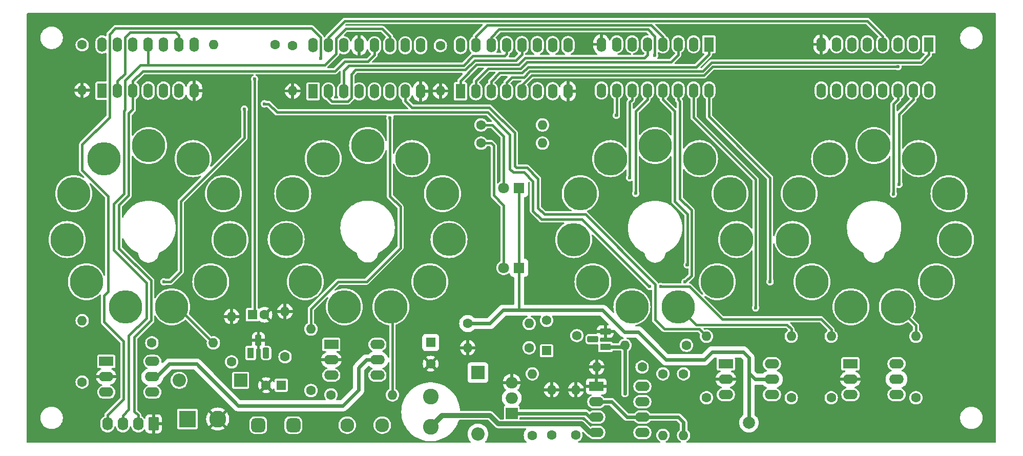
<source format=gtl>
G04 #@! TF.GenerationSoftware,KiCad,Pcbnew,8.0.6*
G04 #@! TF.CreationDate,2025-12-06T11:12:07+01:00*
G04 #@! TF.ProjectId,lpt_nixie_clock,6c70745f-6e69-4786-9965-5f636c6f636b,rev?*
G04 #@! TF.SameCoordinates,Original*
G04 #@! TF.FileFunction,Copper,L1,Top*
G04 #@! TF.FilePolarity,Positive*
%FSLAX46Y46*%
G04 Gerber Fmt 4.6, Leading zero omitted, Abs format (unit mm)*
G04 Created by KiCad (PCBNEW 8.0.6) date 2025-12-06 11:12:07*
%MOMM*%
%LPD*%
G01*
G04 APERTURE LIST*
G04 Aperture macros list*
%AMRoundRect*
0 Rectangle with rounded corners*
0 $1 Rounding radius*
0 $2 $3 $4 $5 $6 $7 $8 $9 X,Y pos of 4 corners*
0 Add a 4 corners polygon primitive as box body*
4,1,4,$2,$3,$4,$5,$6,$7,$8,$9,$2,$3,0*
0 Add four circle primitives for the rounded corners*
1,1,$1+$1,$2,$3*
1,1,$1+$1,$4,$5*
1,1,$1+$1,$6,$7*
1,1,$1+$1,$8,$9*
0 Add four rect primitives between the rounded corners*
20,1,$1+$1,$2,$3,$4,$5,0*
20,1,$1+$1,$4,$5,$6,$7,0*
20,1,$1+$1,$6,$7,$8,$9,0*
20,1,$1+$1,$8,$9,$2,$3,0*%
G04 Aperture macros list end*
G04 #@! TA.AperFunction,ComponentPad*
%ADD10R,2.800000X2.800000*%
G04 #@! TD*
G04 #@! TA.AperFunction,ComponentPad*
%ADD11C,2.800000*%
G04 #@! TD*
G04 #@! TA.AperFunction,ComponentPad*
%ADD12C,1.600000*%
G04 #@! TD*
G04 #@! TA.AperFunction,ComponentPad*
%ADD13O,1.600000X1.600000*%
G04 #@! TD*
G04 #@! TA.AperFunction,ComponentPad*
%ADD14C,2.600000*%
G04 #@! TD*
G04 #@! TA.AperFunction,ComponentPad*
%ADD15R,2.200000X2.200000*%
G04 #@! TD*
G04 #@! TA.AperFunction,ComponentPad*
%ADD16O,2.200000X2.200000*%
G04 #@! TD*
G04 #@! TA.AperFunction,ComponentPad*
%ADD17R,2.400000X1.600000*%
G04 #@! TD*
G04 #@! TA.AperFunction,ComponentPad*
%ADD18O,2.400000X1.600000*%
G04 #@! TD*
G04 #@! TA.AperFunction,ComponentPad*
%ADD19RoundRect,0.250000X0.620000X0.845000X-0.620000X0.845000X-0.620000X-0.845000X0.620000X-0.845000X0*%
G04 #@! TD*
G04 #@! TA.AperFunction,ComponentPad*
%ADD20O,1.740000X2.190000*%
G04 #@! TD*
G04 #@! TA.AperFunction,ComponentPad*
%ADD21RoundRect,0.575000X-0.575000X-0.575000X0.575000X-0.575000X0.575000X0.575000X-0.575000X0.575000X0*%
G04 #@! TD*
G04 #@! TA.AperFunction,ComponentPad*
%ADD22C,2.300000*%
G04 #@! TD*
G04 #@! TA.AperFunction,ComponentPad*
%ADD23R,1.600000X2.400000*%
G04 #@! TD*
G04 #@! TA.AperFunction,ComponentPad*
%ADD24O,1.600000X2.400000*%
G04 #@! TD*
G04 #@! TA.AperFunction,ComponentPad*
%ADD25R,1.600000X1.600000*%
G04 #@! TD*
G04 #@! TA.AperFunction,ComponentPad*
%ADD26C,2.000000*%
G04 #@! TD*
G04 #@! TA.AperFunction,ComponentPad*
%ADD27R,1.100000X1.800000*%
G04 #@! TD*
G04 #@! TA.AperFunction,ComponentPad*
%ADD28RoundRect,0.275000X-0.275000X-0.625000X0.275000X-0.625000X0.275000X0.625000X-0.275000X0.625000X0*%
G04 #@! TD*
G04 #@! TA.AperFunction,ComponentPad*
%ADD29R,1.800000X1.100000*%
G04 #@! TD*
G04 #@! TA.AperFunction,ComponentPad*
%ADD30RoundRect,0.275000X0.625000X-0.275000X0.625000X0.275000X-0.625000X0.275000X-0.625000X-0.275000X0*%
G04 #@! TD*
G04 #@! TA.AperFunction,ComponentPad*
%ADD31R,1.560000X1.560000*%
G04 #@! TD*
G04 #@! TA.AperFunction,ComponentPad*
%ADD32C,1.560000*%
G04 #@! TD*
G04 #@! TA.AperFunction,ComponentPad*
%ADD33R,2.000000X1.905000*%
G04 #@! TD*
G04 #@! TA.AperFunction,ComponentPad*
%ADD34O,2.000000X1.905000*%
G04 #@! TD*
G04 #@! TA.AperFunction,ComponentPad*
%ADD35R,1.800000X1.800000*%
G04 #@! TD*
G04 #@! TA.AperFunction,ComponentPad*
%ADD36C,1.800000*%
G04 #@! TD*
G04 #@! TA.AperFunction,ComponentPad*
%ADD37C,5.500000*%
G04 #@! TD*
G04 #@! TA.AperFunction,ViaPad*
%ADD38C,0.600000*%
G04 #@! TD*
G04 #@! TA.AperFunction,Conductor*
%ADD39C,0.406400*%
G04 #@! TD*
G04 #@! TA.AperFunction,Conductor*
%ADD40C,0.609600*%
G04 #@! TD*
G04 #@! TA.AperFunction,Conductor*
%ADD41C,0.812800*%
G04 #@! TD*
G04 APERTURE END LIST*
D10*
X90600000Y-148795000D03*
D11*
X95600000Y-148795000D03*
D12*
X147600000Y-151480000D03*
D13*
X147600000Y-141320000D03*
D12*
X197000000Y-145280000D03*
D13*
X197000000Y-135120000D03*
D14*
X130800000Y-150100000D03*
X130800000Y-145100000D03*
D12*
X97900000Y-139350000D03*
D13*
X97900000Y-131850000D03*
D12*
X176400000Y-145280000D03*
D13*
X176400000Y-135120000D03*
D15*
X99380000Y-142400000D03*
D16*
X89220000Y-142400000D03*
D12*
X84720000Y-136200000D03*
D13*
X94880000Y-136200000D03*
D12*
X165750000Y-140200000D03*
D13*
X158250000Y-140200000D03*
D17*
X114375000Y-136475000D03*
D18*
X114375000Y-139015000D03*
X114375000Y-141555000D03*
X121995000Y-141555000D03*
X121995000Y-139015000D03*
X121995000Y-136475000D03*
D19*
X85000000Y-149600000D03*
D20*
X82460000Y-149600000D03*
X79920000Y-149600000D03*
X77380000Y-149600000D03*
D12*
X132400000Y-87075000D03*
D13*
X132400000Y-94575000D03*
D12*
X211000000Y-145280000D03*
D13*
X211000000Y-135120000D03*
D17*
X179575000Y-139675000D03*
D18*
X179575000Y-142215000D03*
X179575000Y-144755000D03*
X187195000Y-144755000D03*
X187195000Y-142215000D03*
X187195000Y-139675000D03*
D21*
X102300000Y-149800000D03*
X108100000Y-149800000D03*
D22*
X117000000Y-149800000D03*
X122800000Y-149800000D03*
D23*
X213140000Y-86875000D03*
D24*
X210600000Y-86875000D03*
X208060000Y-86875000D03*
X205520000Y-86875000D03*
X202980000Y-86875000D03*
X200440000Y-86875000D03*
X197900000Y-86875000D03*
X195360000Y-86875000D03*
X195360000Y-94495000D03*
X197900000Y-94495000D03*
X200440000Y-94495000D03*
X202980000Y-94495000D03*
X205520000Y-94495000D03*
X208060000Y-94495000D03*
X210600000Y-94495000D03*
X213140000Y-94495000D03*
D12*
X114320000Y-144800000D03*
D13*
X124480000Y-144800000D03*
D12*
X136920000Y-133000000D03*
D13*
X147080000Y-133000000D03*
D12*
X139120000Y-100200000D03*
D13*
X149280000Y-100200000D03*
D25*
X106100000Y-143200000D03*
D12*
X103600000Y-143200000D03*
X73200000Y-142680000D03*
D13*
X73200000Y-132520000D03*
D25*
X130800000Y-136147349D03*
D12*
X130800000Y-139647349D03*
D23*
X135700000Y-94625000D03*
D24*
X138240000Y-94625000D03*
X140780000Y-94625000D03*
X143320000Y-94625000D03*
X145860000Y-94625000D03*
X148400000Y-94625000D03*
X150940000Y-94625000D03*
X153480000Y-94625000D03*
X153480000Y-87005000D03*
X150940000Y-87005000D03*
X148400000Y-87005000D03*
X145860000Y-87005000D03*
X143320000Y-87005000D03*
X140780000Y-87005000D03*
X138240000Y-87005000D03*
X135700000Y-87005000D03*
D12*
X111000000Y-144080000D03*
D13*
X111000000Y-133920000D03*
D17*
X77180000Y-139275000D03*
D18*
X77180000Y-141815000D03*
X77180000Y-144355000D03*
X84800000Y-144355000D03*
X84800000Y-141815000D03*
X84800000Y-139275000D03*
D26*
X183400000Y-149400000D03*
D12*
X150800000Y-151450000D03*
D13*
X150800000Y-143950000D03*
D12*
X108000000Y-87075000D03*
D13*
X108000000Y-94575000D03*
D27*
X101060000Y-137870000D03*
D28*
X102330000Y-135800000D03*
X103600000Y-137870000D03*
D12*
X169200000Y-141320000D03*
D13*
X169200000Y-151480000D03*
D29*
X159670000Y-136870000D03*
D30*
X157600000Y-135600000D03*
X159670000Y-134330000D03*
D23*
X76500000Y-94525000D03*
D24*
X79040000Y-94525000D03*
X81580000Y-94525000D03*
X84120000Y-94525000D03*
X86660000Y-94525000D03*
X89200000Y-94525000D03*
X91740000Y-94525000D03*
X91740000Y-86905000D03*
X89200000Y-86905000D03*
X86660000Y-86905000D03*
X84120000Y-86905000D03*
X81580000Y-86905000D03*
X79040000Y-86905000D03*
X76500000Y-86905000D03*
D12*
X173080000Y-136600000D03*
D13*
X162920000Y-136600000D03*
D23*
X176775000Y-86875000D03*
D24*
X174235000Y-86875000D03*
X171695000Y-86875000D03*
X169155000Y-86875000D03*
X166615000Y-86875000D03*
X164075000Y-86875000D03*
X161535000Y-86875000D03*
X158995000Y-86875000D03*
X158995000Y-94495000D03*
X161535000Y-94495000D03*
X164075000Y-94495000D03*
X166615000Y-94495000D03*
X169155000Y-94495000D03*
X171695000Y-94495000D03*
X174235000Y-94495000D03*
X176775000Y-94495000D03*
D12*
X154800000Y-151450000D03*
D13*
X154800000Y-143950000D03*
D12*
X139120000Y-103200000D03*
D13*
X149280000Y-103200000D03*
D25*
X101330000Y-131550000D03*
D12*
X103330000Y-131550000D03*
X147080000Y-137000000D03*
D13*
X136920000Y-137000000D03*
D12*
X105080000Y-86900000D03*
D13*
X94920000Y-86900000D03*
D12*
X106730000Y-138500000D03*
D13*
X106730000Y-131000000D03*
D31*
X149960000Y-137500000D03*
D32*
X154960000Y-135000000D03*
X149960000Y-132500000D03*
D12*
X172600000Y-141320000D03*
D13*
X172600000Y-151480000D03*
D17*
X200175000Y-139675000D03*
D18*
X200175000Y-142215000D03*
X200175000Y-144755000D03*
X207795000Y-144755000D03*
X207795000Y-142215000D03*
X207795000Y-139675000D03*
D15*
X138600000Y-141120000D03*
D16*
X138600000Y-151280000D03*
D33*
X144200000Y-147840000D03*
D34*
X144200000Y-145300000D03*
X144200000Y-142760000D03*
D23*
X111360000Y-94645000D03*
D24*
X113900000Y-94645000D03*
X116440000Y-94645000D03*
X118980000Y-94645000D03*
X121520000Y-94645000D03*
X124060000Y-94645000D03*
X126600000Y-94645000D03*
X129140000Y-94645000D03*
X129140000Y-87025000D03*
X126600000Y-87025000D03*
X124060000Y-87025000D03*
X121520000Y-87025000D03*
X118980000Y-87025000D03*
X116440000Y-87025000D03*
X113900000Y-87025000D03*
X111360000Y-87025000D03*
D17*
X158175000Y-143400000D03*
D18*
X158175000Y-145940000D03*
X158175000Y-148480000D03*
X158175000Y-151020000D03*
X165795000Y-151020000D03*
X165795000Y-148480000D03*
X165795000Y-145940000D03*
X165795000Y-143400000D03*
D12*
X73200000Y-86950000D03*
D13*
X73200000Y-94450000D03*
D12*
X190400000Y-145280000D03*
D13*
X190400000Y-135120000D03*
D35*
X145403200Y-110600000D03*
D36*
X142863200Y-110600000D03*
D37*
X200256865Y-130249104D03*
X193810234Y-126106106D03*
X190626856Y-119135482D03*
X191717433Y-111550356D03*
X196735713Y-105758952D03*
X204088428Y-103600000D03*
X211441143Y-105758952D03*
X216459423Y-111550356D03*
X217550000Y-119135482D03*
X214366622Y-126106106D03*
X207919991Y-130249104D03*
D35*
X145403200Y-123800000D03*
D36*
X142863200Y-123800000D03*
D37*
X80339865Y-130249104D03*
X73893234Y-126106106D03*
X70709856Y-119135482D03*
X71800433Y-111550356D03*
X76818713Y-105758952D03*
X84171428Y-103600000D03*
X91524143Y-105758952D03*
X96542423Y-111550356D03*
X97633000Y-119135482D03*
X94449622Y-126106106D03*
X88002991Y-130249104D03*
X116540243Y-130242998D03*
X110093612Y-126100000D03*
X106910234Y-119129376D03*
X108000811Y-111544250D03*
X113019091Y-105752846D03*
X120371806Y-103593894D03*
X127724521Y-105752846D03*
X132742801Y-111544250D03*
X133833378Y-119129376D03*
X130650000Y-126100000D03*
X124203369Y-130242998D03*
X164056865Y-130249104D03*
X157610234Y-126106106D03*
X154426856Y-119135482D03*
X155517433Y-111550356D03*
X160535713Y-105758952D03*
X167888428Y-103600000D03*
X175241143Y-105758952D03*
X180259423Y-111550356D03*
X181350000Y-119135482D03*
X178166622Y-126106106D03*
X171719991Y-130249104D03*
D38*
X112600000Y-89200000D03*
X162900000Y-144600000D03*
X167000000Y-126900000D03*
X168800000Y-126900000D03*
X103300000Y-96700000D03*
X124060000Y-99000000D03*
X100000000Y-97600000D03*
X86687494Y-126100000D03*
X101700000Y-92600000D03*
X167800000Y-88700000D03*
X208060000Y-90553200D03*
X184503200Y-130400000D03*
X172850000Y-126150000D03*
X163688380Y-108911620D03*
X186900000Y-126106106D03*
X161500000Y-98611572D03*
X164700000Y-111500000D03*
X173196800Y-123300000D03*
X207300000Y-111600000D03*
X208200000Y-110000000D03*
D39*
X211000000Y-133329113D02*
X211000000Y-135120000D01*
X207919991Y-130249104D02*
X211000000Y-133329113D01*
D40*
X158175000Y-145940000D02*
X160690000Y-145940000D01*
X172600000Y-151480000D02*
X172600000Y-149350000D01*
X171730000Y-148480000D02*
X165795000Y-148480000D01*
X172600000Y-149350000D02*
X171730000Y-148480000D01*
X160690000Y-145940000D02*
X163230000Y-148480000D01*
X163230000Y-148480000D02*
X165795000Y-148480000D01*
D39*
X73200000Y-107700000D02*
X73200000Y-103400000D01*
X77500000Y-127700000D02*
X77500000Y-112000000D01*
X77380000Y-148120000D02*
X80000000Y-145500000D01*
X77703200Y-85203200D02*
X78706400Y-84200000D01*
X76800000Y-132750000D02*
X76800000Y-128400000D01*
X112600000Y-85700000D02*
X112600000Y-89200000D01*
X78706400Y-84200000D02*
X111100000Y-84200000D01*
X77703200Y-98896800D02*
X77703200Y-85203200D01*
X80000000Y-135950000D02*
X76800000Y-132750000D01*
X80000000Y-145500000D02*
X80000000Y-135950000D01*
X77500000Y-112000000D02*
X73200000Y-107700000D01*
X73200000Y-103400000D02*
X77703200Y-98896800D01*
X76800000Y-128400000D02*
X77500000Y-127700000D01*
X111100000Y-84200000D02*
X112600000Y-85700000D01*
X77380000Y-149600000D02*
X77380000Y-148120000D01*
X121520000Y-88580000D02*
X120400000Y-89700000D01*
X81580000Y-97620000D02*
X81580000Y-94525000D01*
X116600000Y-89700000D02*
X115000000Y-91300000D01*
X82460000Y-149600000D02*
X82460000Y-148160000D01*
X120400000Y-89700000D02*
X116600000Y-89700000D01*
X83200000Y-91300000D02*
X81580000Y-92920000D01*
X82460000Y-148160000D02*
X81800000Y-147500000D01*
X81800000Y-147500000D02*
X81800000Y-135300000D01*
X121520000Y-87025000D02*
X121520000Y-88580000D01*
X81580000Y-92920000D02*
X81580000Y-94525000D01*
X84600000Y-125900000D02*
X79300000Y-120600000D01*
X80900000Y-111800000D02*
X80900000Y-98300000D01*
X79300000Y-113400000D02*
X80900000Y-111800000D01*
X79300000Y-120600000D02*
X79300000Y-113400000D01*
X81800000Y-135300000D02*
X84600000Y-132500000D01*
X115000000Y-91300000D02*
X83200000Y-91300000D01*
X84600000Y-132500000D02*
X84600000Y-125900000D01*
X80900000Y-98300000D02*
X81580000Y-97620000D01*
X84120000Y-90180000D02*
X84000000Y-90300000D01*
X79920000Y-149600000D02*
X79920000Y-148180000D01*
X84000000Y-90300000D02*
X113300000Y-90300000D01*
X122800000Y-84300000D02*
X124060000Y-85560000D01*
X80100000Y-111542420D02*
X80100000Y-97900000D01*
X115200000Y-88400000D02*
X115200000Y-85900000D01*
X79920000Y-148180000D02*
X80900000Y-147200000D01*
X83800000Y-126300000D02*
X78400000Y-120900000D01*
X78400000Y-113242420D02*
X80100000Y-111542420D01*
X116800000Y-84300000D02*
X122800000Y-84300000D01*
X115200000Y-85900000D02*
X116800000Y-84300000D01*
X80300000Y-92800000D02*
X82800000Y-90300000D01*
X84120000Y-86905000D02*
X84120000Y-90180000D01*
X83800000Y-132100000D02*
X83800000Y-126300000D01*
X80900000Y-147200000D02*
X80900000Y-135000000D01*
X113300000Y-90300000D02*
X115200000Y-88400000D01*
X78400000Y-120900000D02*
X78400000Y-113242420D01*
X80100000Y-97900000D02*
X80300000Y-97700000D01*
X124060000Y-85560000D02*
X124060000Y-87025000D01*
X82800000Y-90300000D02*
X84000000Y-90300000D01*
X80900000Y-135000000D02*
X83800000Y-132100000D01*
X80300000Y-97700000D02*
X80300000Y-92800000D01*
D40*
X85485000Y-141815000D02*
X87600000Y-139700000D01*
X116300000Y-146600000D02*
X118900000Y-144000000D01*
X176000000Y-139000000D02*
X177300000Y-137700000D01*
X120185000Y-139015000D02*
X121995000Y-139015000D01*
X118900000Y-144000000D02*
X118900000Y-140300000D01*
X118900000Y-140300000D02*
X120185000Y-139015000D01*
X183400000Y-141200000D02*
X183400000Y-149400000D01*
X182450000Y-137700000D02*
X183400000Y-138650000D01*
X159200000Y-130800000D02*
X162800000Y-134400000D01*
X92100000Y-139700000D02*
X99000000Y-146600000D01*
X142800000Y-130800000D02*
X145400000Y-130800000D01*
X177300000Y-137700000D02*
X182450000Y-137700000D01*
X145400000Y-130800000D02*
X159200000Y-130800000D01*
D39*
X145403200Y-130796800D02*
X145400000Y-130800000D01*
D40*
X99000000Y-146600000D02*
X116300000Y-146600000D01*
X187195000Y-142215000D02*
X184415000Y-142215000D01*
D39*
X145403200Y-110600000D02*
X145403200Y-123800000D01*
D40*
X183400000Y-138650000D02*
X183400000Y-141200000D01*
X87600000Y-139700000D02*
X92100000Y-139700000D01*
X165100000Y-134400000D02*
X169700000Y-139000000D01*
X136920000Y-133000000D02*
X140600000Y-133000000D01*
X140600000Y-133000000D02*
X142800000Y-130800000D01*
X162800000Y-134400000D02*
X165100000Y-134400000D01*
D39*
X145403200Y-123800000D02*
X145403200Y-130796800D01*
D40*
X169700000Y-139000000D02*
X176000000Y-139000000D01*
X184415000Y-142215000D02*
X183400000Y-141200000D01*
X84800000Y-141815000D02*
X85485000Y-141815000D01*
X159270000Y-136870000D02*
X162650000Y-136870000D01*
X162920000Y-136600000D02*
X162920000Y-144580000D01*
X162650000Y-136870000D02*
X162920000Y-136600000D01*
X162920000Y-144580000D02*
X162900000Y-144600000D01*
X156440000Y-147840000D02*
X144200000Y-147840000D01*
X157080000Y-148480000D02*
X156440000Y-147840000D01*
X158175000Y-148480000D02*
X157080000Y-148480000D01*
D39*
X143900000Y-101800000D02*
X143900000Y-107450000D01*
X144450000Y-108000000D02*
X146200000Y-108000000D01*
X179000000Y-132300000D02*
X195300000Y-132300000D01*
X105400000Y-98100000D02*
X140200000Y-98100000D01*
X146200000Y-108000000D02*
X147700000Y-109500000D01*
X197000000Y-134000000D02*
X197000000Y-135120000D01*
X140200000Y-98100000D02*
X143900000Y-101800000D01*
X149100000Y-115800000D02*
X155800000Y-115800000D01*
X168800000Y-126900000D02*
X173600000Y-126900000D01*
X104000000Y-96700000D02*
X105400000Y-98100000D01*
X147700000Y-114400000D02*
X149100000Y-115800000D01*
X143900000Y-107450000D02*
X144450000Y-108000000D01*
X166900000Y-126900000D02*
X167000000Y-126900000D01*
X103300000Y-96700000D02*
X104000000Y-96700000D01*
X173600000Y-126900000D02*
X179000000Y-132300000D01*
X195300000Y-132300000D02*
X197000000Y-134000000D01*
X155800000Y-115800000D02*
X166900000Y-126900000D01*
X147700000Y-109500000D02*
X147700000Y-114400000D01*
X175180000Y-133900000D02*
X169400000Y-133900000D01*
X167900000Y-132400000D02*
X167900000Y-126500000D01*
X176400000Y-135120000D02*
X175180000Y-133900000D01*
X144700000Y-107000000D02*
X144700000Y-101492420D01*
X146700000Y-107250000D02*
X144950000Y-107250000D01*
X144700000Y-101492420D02*
X140507580Y-97300000D01*
X148550000Y-109100000D02*
X146700000Y-107250000D01*
X167900000Y-126500000D02*
X156350000Y-114950000D01*
X156350000Y-114950000D02*
X149600000Y-114950000D01*
X127700000Y-97300000D02*
X126600000Y-96200000D01*
X149600000Y-114950000D02*
X148550000Y-113900000D01*
X169400000Y-133900000D02*
X167900000Y-132400000D01*
X140507580Y-97300000D02*
X127700000Y-97300000D01*
X144950000Y-107250000D02*
X144700000Y-107000000D01*
X126600000Y-96200000D02*
X126600000Y-94645000D01*
X148550000Y-113900000D02*
X148550000Y-109100000D01*
X171719991Y-130249104D02*
X174670887Y-133200000D01*
X189700000Y-133200000D02*
X190400000Y-133900000D01*
X190400000Y-133900000D02*
X190400000Y-135120000D01*
X174670887Y-133200000D02*
X189700000Y-133200000D01*
X125800000Y-113700000D02*
X124060000Y-111960000D01*
X111000000Y-130600000D02*
X115500000Y-126100000D01*
X124060000Y-111960000D02*
X124060000Y-99000000D01*
X111000000Y-133920000D02*
X111000000Y-130600000D01*
X115500000Y-126100000D02*
X120200000Y-126100000D01*
X125800000Y-120500000D02*
X125800000Y-113700000D01*
X120200000Y-126100000D02*
X125800000Y-120500000D01*
X124480000Y-130519629D02*
X124203369Y-130242998D01*
X124480000Y-144800000D02*
X124480000Y-130519629D01*
X100000000Y-102300000D02*
X89500000Y-112800000D01*
X100000000Y-97600000D02*
X100000000Y-102300000D01*
X87800000Y-126100000D02*
X86687494Y-126100000D01*
X89500000Y-112800000D02*
X89500000Y-124400000D01*
X89500000Y-124400000D02*
X87800000Y-126100000D01*
X94880000Y-136200000D02*
X88929104Y-130249104D01*
X88929104Y-130249104D02*
X88002991Y-130249104D01*
X169155000Y-85655000D02*
X169155000Y-86875000D01*
X138240000Y-87005000D02*
X138240000Y-85560000D01*
X140100000Y-83700000D02*
X167200000Y-83700000D01*
X167200000Y-83700000D02*
X169155000Y-85655000D01*
X138240000Y-85560000D02*
X140100000Y-83700000D01*
X143320000Y-88480000D02*
X143320000Y-87005000D01*
X116440000Y-91260000D02*
X117300000Y-90400000D01*
X143000000Y-88800000D02*
X143320000Y-88480000D01*
X136200000Y-90400000D02*
X137800000Y-88800000D01*
X116440000Y-94645000D02*
X116440000Y-91260000D01*
X137800000Y-88800000D02*
X143000000Y-88800000D01*
X117300000Y-90400000D02*
X136200000Y-90400000D01*
X146700000Y-89800000D02*
X170500000Y-89800000D01*
X138240000Y-92960000D02*
X140300000Y-90900000D01*
X140300000Y-90900000D02*
X145600000Y-90900000D01*
X138240000Y-94625000D02*
X138240000Y-92960000D01*
X170500000Y-89800000D02*
X171695000Y-88605000D01*
X145600000Y-90900000D02*
X146700000Y-89800000D01*
X171695000Y-88605000D02*
X171695000Y-86875000D01*
X101700000Y-131180000D02*
X101330000Y-131550000D01*
X101700000Y-92600000D02*
X101700000Y-131180000D01*
X175800000Y-91300000D02*
X147200000Y-91300000D01*
X177250000Y-89850000D02*
X175800000Y-91300000D01*
X211850000Y-89850000D02*
X177250000Y-89850000D01*
X213140000Y-86875000D02*
X213140000Y-88560000D01*
X143320000Y-93180000D02*
X143320000Y-94625000D01*
X146200000Y-92300000D02*
X144200000Y-92300000D01*
X147200000Y-91300000D02*
X146200000Y-92300000D01*
X144200000Y-92300000D02*
X143320000Y-93180000D01*
X213140000Y-88560000D02*
X211850000Y-89850000D01*
X135700000Y-92900000D02*
X138400000Y-90200000D01*
X146400000Y-89100000D02*
X166100000Y-89100000D01*
X145300000Y-90200000D02*
X146400000Y-89100000D01*
X166615000Y-88585000D02*
X166615000Y-86875000D01*
X135700000Y-94625000D02*
X135700000Y-92900000D01*
X166100000Y-89100000D02*
X166615000Y-88585000D01*
X138400000Y-90200000D02*
X145300000Y-90200000D01*
X174700000Y-90600000D02*
X176775000Y-88525000D01*
X140780000Y-93020000D02*
X142200000Y-91600000D01*
X146900000Y-90600000D02*
X174700000Y-90600000D01*
X140780000Y-94625000D02*
X140780000Y-93020000D01*
X145900000Y-91600000D02*
X146900000Y-90600000D01*
X142200000Y-91600000D02*
X145900000Y-91600000D01*
X176775000Y-88525000D02*
X176775000Y-86875000D01*
X117700000Y-91800000D02*
X118400000Y-91100000D01*
X138100000Y-89500000D02*
X144900000Y-89500000D01*
X145860000Y-88540000D02*
X145860000Y-87005000D01*
X113900000Y-95700000D02*
X114500000Y-96300000D01*
X118400000Y-91100000D02*
X136500000Y-91100000D01*
X117100000Y-96300000D02*
X117700000Y-95700000D01*
X144900000Y-89500000D02*
X145860000Y-88540000D01*
X136500000Y-91100000D02*
X138100000Y-89500000D01*
X117700000Y-95700000D02*
X117700000Y-91800000D01*
X113900000Y-94645000D02*
X113900000Y-95700000D01*
X114500000Y-96300000D02*
X117100000Y-96300000D01*
X167818200Y-85518200D02*
X166700000Y-84400000D01*
X167800000Y-88700000D02*
X167818200Y-88681800D01*
X167818200Y-88681800D02*
X167818200Y-85518200D01*
X166700000Y-84400000D02*
X142100000Y-84400000D01*
X142100000Y-84400000D02*
X140780000Y-85720000D01*
X140780000Y-85720000D02*
X140780000Y-87005000D01*
X208060000Y-90553200D02*
X208056800Y-90550000D01*
X177407580Y-90550000D02*
X175951180Y-92006400D01*
X208056800Y-90550000D02*
X177407580Y-90550000D01*
X145860000Y-93640000D02*
X145860000Y-94625000D01*
X175951180Y-92006400D02*
X147493600Y-92006400D01*
X147493600Y-92006400D02*
X145860000Y-93640000D01*
X184503200Y-109203200D02*
X174235000Y-98935000D01*
X184503200Y-130400000D02*
X184503200Y-109203200D01*
X174235000Y-98935000D02*
X174235000Y-94495000D01*
X173900000Y-114300000D02*
X173900000Y-125100000D01*
X173900000Y-125100000D02*
X172850000Y-126150000D01*
X171695000Y-95995000D02*
X172000000Y-96300000D01*
X172000000Y-112400000D02*
X173900000Y-114300000D01*
X172000000Y-96300000D02*
X172000000Y-112400000D01*
X171695000Y-94495000D02*
X171695000Y-95995000D01*
X163700000Y-108900000D02*
X163700000Y-96400000D01*
X163688380Y-108911620D02*
X163700000Y-108900000D01*
X164075000Y-96025000D02*
X163700000Y-96400000D01*
X164075000Y-94495000D02*
X164075000Y-96025000D01*
X186900000Y-108900000D02*
X176775000Y-98775000D01*
X176775000Y-98775000D02*
X176775000Y-94495000D01*
X186900000Y-126106106D02*
X186900000Y-108900000D01*
X161535000Y-94495000D02*
X161535000Y-98576572D01*
X161535000Y-98576572D02*
X161500000Y-98611572D01*
X164700000Y-97900000D02*
X164700000Y-111500000D01*
X164700000Y-97900000D02*
X166615000Y-95985000D01*
X166615000Y-95985000D02*
X166615000Y-94495000D01*
X173196800Y-123300000D02*
X173200000Y-123296800D01*
X171100000Y-112800000D02*
X171100000Y-97900000D01*
X173200000Y-114900000D02*
X171100000Y-112800000D01*
X169155000Y-95955000D02*
X169155000Y-94495000D01*
X173200000Y-123296800D02*
X173200000Y-114900000D01*
X171100000Y-97900000D02*
X169155000Y-95955000D01*
X208060000Y-95940000D02*
X207300000Y-96700000D01*
X208060000Y-94495000D02*
X208060000Y-95940000D01*
X207300000Y-96700000D02*
X207300000Y-111600000D01*
X208000000Y-94555000D02*
X208060000Y-94495000D01*
X208200000Y-110000000D02*
X208200000Y-98400000D01*
X210600000Y-96000000D02*
X210600000Y-94495000D01*
X208200000Y-98400000D02*
X210600000Y-96000000D01*
X205520000Y-86875000D02*
X205520000Y-85520000D01*
X116600000Y-83000000D02*
X202400000Y-83000000D01*
X113900000Y-87025000D02*
X113900000Y-85700000D01*
X203000000Y-83000000D02*
X202400000Y-83000000D01*
X113900000Y-85700000D02*
X116600000Y-83000000D01*
X205520000Y-85520000D02*
X203000000Y-83000000D01*
X80300000Y-85700000D02*
X80300000Y-91700000D01*
X81100000Y-84900000D02*
X80300000Y-85700000D01*
X89200000Y-85400000D02*
X88700000Y-84900000D01*
X89200000Y-86905000D02*
X89200000Y-85400000D01*
X88700000Y-84900000D02*
X81100000Y-84900000D01*
X79040000Y-92960000D02*
X79040000Y-94525000D01*
X80300000Y-91700000D02*
X79040000Y-92960000D01*
X141000000Y-100200000D02*
X139120000Y-100200000D01*
X142863200Y-102063200D02*
X141000000Y-100200000D01*
X142863200Y-110600000D02*
X142863200Y-102063200D01*
X142863200Y-113463200D02*
X141200000Y-111800000D01*
X142863200Y-123800000D02*
X142863200Y-113463200D01*
X141200000Y-103600000D02*
X140800000Y-103200000D01*
X141200000Y-111800000D02*
X141200000Y-103600000D01*
X140800000Y-103200000D02*
X139120000Y-103200000D01*
D41*
X157120000Y-151020000D02*
X155700000Y-149600000D01*
X142000000Y-149600000D02*
X140600000Y-148200000D01*
X158175000Y-151020000D02*
X157120000Y-151020000D01*
X140600000Y-148200000D02*
X132700000Y-148200000D01*
X132700000Y-148200000D02*
X130800000Y-150100000D01*
X155700000Y-149600000D02*
X142000000Y-149600000D01*
G04 #@! TA.AperFunction,Conductor*
G36*
X119230000Y-88701606D02*
G01*
X119284421Y-88692988D01*
X119479031Y-88629754D01*
X119661349Y-88536859D01*
X119826894Y-88416582D01*
X119826895Y-88416582D01*
X119971582Y-88271895D01*
X119971582Y-88271894D01*
X120091859Y-88106349D01*
X120184755Y-87924029D01*
X120236952Y-87763386D01*
X120276389Y-87705710D01*
X120340748Y-87678512D01*
X120409594Y-87690427D01*
X120461070Y-87737671D01*
X120472814Y-87763385D01*
X120500128Y-87847449D01*
X120573744Y-87991928D01*
X120578768Y-88001788D01*
X120680586Y-88141928D01*
X120803072Y-88264414D01*
X120847839Y-88296939D01*
X120871057Y-88313808D01*
X120913722Y-88369139D01*
X120919701Y-88438752D01*
X120887095Y-88500547D01*
X120885852Y-88501807D01*
X120227680Y-89159981D01*
X120166357Y-89193466D01*
X120139999Y-89196300D01*
X116533687Y-89196300D01*
X116405579Y-89230627D01*
X116343769Y-89266313D01*
X116325925Y-89276615D01*
X116290722Y-89296939D01*
X116290719Y-89296941D01*
X114827680Y-90759981D01*
X114766357Y-90793466D01*
X114739999Y-90796300D01*
X113815401Y-90796300D01*
X113748362Y-90776615D01*
X113702607Y-90723811D01*
X113692663Y-90654653D01*
X113721688Y-90591097D01*
X113727720Y-90584619D01*
X114650356Y-89661983D01*
X115603060Y-88709279D01*
X115623185Y-88674421D01*
X115669373Y-88594421D01*
X115703700Y-88466313D01*
X115703700Y-88466310D01*
X115705803Y-88458462D01*
X115708139Y-88459088D01*
X115731432Y-88406424D01*
X115789753Y-88367947D01*
X115859618Y-88367110D01*
X115882404Y-88376011D01*
X116017555Y-88444873D01*
X116182299Y-88498402D01*
X116353389Y-88525500D01*
X116353390Y-88525500D01*
X116526610Y-88525500D01*
X116526611Y-88525500D01*
X116697701Y-88498402D01*
X116862445Y-88444873D01*
X117016788Y-88366232D01*
X117156928Y-88264414D01*
X117279414Y-88141928D01*
X117381232Y-88001788D01*
X117459873Y-87847445D01*
X117487186Y-87763384D01*
X117526622Y-87705711D01*
X117590981Y-87678512D01*
X117659827Y-87690427D01*
X117711303Y-87737671D01*
X117723047Y-87763385D01*
X117775244Y-87924031D01*
X117868140Y-88106349D01*
X117988417Y-88271894D01*
X117988417Y-88271895D01*
X118133104Y-88416582D01*
X118298650Y-88536859D01*
X118480968Y-88629754D01*
X118675578Y-88692988D01*
X118730000Y-88701607D01*
X118730000Y-87340686D01*
X118734394Y-87345080D01*
X118825606Y-87397741D01*
X118927339Y-87425000D01*
X119032661Y-87425000D01*
X119134394Y-87397741D01*
X119225606Y-87345080D01*
X119230000Y-87340686D01*
X119230000Y-88701606D01*
G37*
G04 #@! TD.AperFunction*
G04 #@! TA.AperFunction,Conductor*
G36*
X139351638Y-83523385D02*
G01*
X139397393Y-83576189D01*
X139407337Y-83645347D01*
X139378312Y-83708903D01*
X139372280Y-83715381D01*
X137836941Y-85250719D01*
X137836937Y-85250724D01*
X137770628Y-85365576D01*
X137770627Y-85365577D01*
X137758531Y-85410721D01*
X137736300Y-85493687D01*
X137736300Y-85493689D01*
X137736300Y-85550540D01*
X137716615Y-85617579D01*
X137668598Y-85661023D01*
X137663214Y-85663766D01*
X137635684Y-85683768D01*
X137523072Y-85765586D01*
X137523070Y-85765588D01*
X137523069Y-85765588D01*
X137400588Y-85888069D01*
X137400588Y-85888070D01*
X137400586Y-85888072D01*
X137360206Y-85943650D01*
X137298768Y-86028211D01*
X137220128Y-86182552D01*
X137166597Y-86347302D01*
X137139500Y-86518389D01*
X137139500Y-87491610D01*
X137165666Y-87656821D01*
X137166598Y-87662701D01*
X137220127Y-87827445D01*
X137298768Y-87981788D01*
X137400586Y-88121928D01*
X137400588Y-88121930D01*
X137495478Y-88216820D01*
X137528963Y-88278143D01*
X137523979Y-88347835D01*
X137495478Y-88392182D01*
X136027680Y-89859981D01*
X135966357Y-89893466D01*
X135939999Y-89896300D01*
X121215401Y-89896300D01*
X121148362Y-89876615D01*
X121102607Y-89823811D01*
X121092663Y-89754653D01*
X121121688Y-89691097D01*
X121127720Y-89684619D01*
X121518873Y-89293466D01*
X121923060Y-88889279D01*
X121989373Y-88774421D01*
X122023700Y-88646313D01*
X122023700Y-88513687D01*
X122023700Y-88479459D01*
X122043385Y-88412420D01*
X122091413Y-88368970D01*
X122096788Y-88366232D01*
X122236928Y-88264414D01*
X122359414Y-88141928D01*
X122461232Y-88001788D01*
X122539873Y-87847445D01*
X122593402Y-87682701D01*
X122620500Y-87511611D01*
X122620500Y-86538389D01*
X122593402Y-86367299D01*
X122539873Y-86202555D01*
X122461232Y-86048212D01*
X122359414Y-85908072D01*
X122236928Y-85785586D01*
X122096788Y-85683768D01*
X121942445Y-85605127D01*
X121777701Y-85551598D01*
X121777699Y-85551597D01*
X121777698Y-85551597D01*
X121619415Y-85526528D01*
X121606611Y-85524500D01*
X121433389Y-85524500D01*
X121420585Y-85526528D01*
X121262302Y-85551597D01*
X121097552Y-85605128D01*
X120943211Y-85683768D01*
X120897362Y-85717080D01*
X120803072Y-85785586D01*
X120803070Y-85785588D01*
X120803069Y-85785588D01*
X120680588Y-85908069D01*
X120680588Y-85908070D01*
X120680586Y-85908072D01*
X120654737Y-85943650D01*
X120578768Y-86048211D01*
X120500129Y-86202549D01*
X120472814Y-86286615D01*
X120433375Y-86344290D01*
X120369016Y-86371487D01*
X120300170Y-86359572D01*
X120248695Y-86312327D01*
X120236952Y-86286613D01*
X120184755Y-86125970D01*
X120091859Y-85943650D01*
X119971582Y-85778105D01*
X119971582Y-85778104D01*
X119826895Y-85633417D01*
X119661349Y-85513140D01*
X119479029Y-85420244D01*
X119284413Y-85357009D01*
X119230000Y-85348390D01*
X119230000Y-86709314D01*
X119225606Y-86704920D01*
X119134394Y-86652259D01*
X119032661Y-86625000D01*
X118927339Y-86625000D01*
X118825606Y-86652259D01*
X118734394Y-86704920D01*
X118730000Y-86709314D01*
X118730000Y-85348390D01*
X118675586Y-85357009D01*
X118480970Y-85420244D01*
X118298650Y-85513140D01*
X118133105Y-85633417D01*
X118133104Y-85633417D01*
X117988417Y-85778104D01*
X117988417Y-85778105D01*
X117868140Y-85943650D01*
X117775244Y-86125968D01*
X117723047Y-86286614D01*
X117683609Y-86344289D01*
X117619250Y-86371487D01*
X117550404Y-86359572D01*
X117498928Y-86312328D01*
X117487186Y-86286615D01*
X117459873Y-86202555D01*
X117381232Y-86048212D01*
X117279414Y-85908072D01*
X117156928Y-85785586D01*
X117016788Y-85683768D01*
X116862445Y-85605127D01*
X116697701Y-85551598D01*
X116697699Y-85551597D01*
X116697698Y-85551597D01*
X116560851Y-85529923D01*
X116497716Y-85499994D01*
X116460785Y-85440682D01*
X116461783Y-85370820D01*
X116492566Y-85319772D01*
X116972320Y-84840019D01*
X117033643Y-84806534D01*
X117060001Y-84803700D01*
X122539999Y-84803700D01*
X122607038Y-84823385D01*
X122627680Y-84840019D01*
X123373726Y-85586065D01*
X123407211Y-85647388D01*
X123402227Y-85717080D01*
X123360355Y-85773013D01*
X123358932Y-85774063D01*
X123343072Y-85785585D01*
X123220588Y-85908069D01*
X123220588Y-85908070D01*
X123220586Y-85908072D01*
X123194737Y-85943650D01*
X123118768Y-86048211D01*
X123040128Y-86202552D01*
X122986597Y-86367302D01*
X122959500Y-86538389D01*
X122959500Y-87511610D01*
X122985934Y-87678512D01*
X122986598Y-87682701D01*
X123040127Y-87847445D01*
X123118768Y-88001788D01*
X123220586Y-88141928D01*
X123343072Y-88264414D01*
X123483212Y-88366232D01*
X123637555Y-88444873D01*
X123802299Y-88498402D01*
X123973389Y-88525500D01*
X123973390Y-88525500D01*
X124146610Y-88525500D01*
X124146611Y-88525500D01*
X124317701Y-88498402D01*
X124482445Y-88444873D01*
X124636788Y-88366232D01*
X124776928Y-88264414D01*
X124899414Y-88141928D01*
X125001232Y-88001788D01*
X125079873Y-87847445D01*
X125133402Y-87682701D01*
X125160500Y-87511611D01*
X125160500Y-86538389D01*
X125499500Y-86538389D01*
X125499500Y-87511610D01*
X125525934Y-87678512D01*
X125526598Y-87682701D01*
X125580127Y-87847445D01*
X125658768Y-88001788D01*
X125760586Y-88141928D01*
X125883072Y-88264414D01*
X126023212Y-88366232D01*
X126177555Y-88444873D01*
X126342299Y-88498402D01*
X126513389Y-88525500D01*
X126513390Y-88525500D01*
X126686610Y-88525500D01*
X126686611Y-88525500D01*
X126857701Y-88498402D01*
X127022445Y-88444873D01*
X127176788Y-88366232D01*
X127316928Y-88264414D01*
X127439414Y-88141928D01*
X127541232Y-88001788D01*
X127619873Y-87847445D01*
X127673402Y-87682701D01*
X127700500Y-87511611D01*
X127700500Y-86538389D01*
X128039500Y-86538389D01*
X128039500Y-87511610D01*
X128065934Y-87678512D01*
X128066598Y-87682701D01*
X128120127Y-87847445D01*
X128198768Y-88001788D01*
X128300586Y-88141928D01*
X128423072Y-88264414D01*
X128563212Y-88366232D01*
X128717555Y-88444873D01*
X128882299Y-88498402D01*
X129053389Y-88525500D01*
X129053390Y-88525500D01*
X129226610Y-88525500D01*
X129226611Y-88525500D01*
X129397701Y-88498402D01*
X129562445Y-88444873D01*
X129716788Y-88366232D01*
X129856928Y-88264414D01*
X129979414Y-88141928D01*
X130081232Y-88001788D01*
X130159873Y-87847445D01*
X130213402Y-87682701D01*
X130240500Y-87511611D01*
X130240500Y-87074999D01*
X131294785Y-87074999D01*
X131294785Y-87075000D01*
X131313602Y-87278082D01*
X131369417Y-87474247D01*
X131369422Y-87474260D01*
X131460327Y-87656821D01*
X131583237Y-87819581D01*
X131733958Y-87956980D01*
X131733960Y-87956982D01*
X131824472Y-88013024D01*
X131907363Y-88064348D01*
X132097544Y-88138024D01*
X132298024Y-88175500D01*
X132298026Y-88175500D01*
X132501974Y-88175500D01*
X132501976Y-88175500D01*
X132702456Y-88138024D01*
X132892637Y-88064348D01*
X133066041Y-87956981D01*
X133208133Y-87827447D01*
X133216762Y-87819581D01*
X133216764Y-87819579D01*
X133339673Y-87656821D01*
X133430582Y-87474250D01*
X133486397Y-87278083D01*
X133505215Y-87075000D01*
X133486397Y-86871917D01*
X133430582Y-86675750D01*
X133352226Y-86518389D01*
X134599500Y-86518389D01*
X134599500Y-87491610D01*
X134625666Y-87656821D01*
X134626598Y-87662701D01*
X134680127Y-87827445D01*
X134758768Y-87981788D01*
X134860586Y-88121928D01*
X134983072Y-88244414D01*
X135123212Y-88346232D01*
X135277555Y-88424873D01*
X135442299Y-88478402D01*
X135613389Y-88505500D01*
X135613390Y-88505500D01*
X135786610Y-88505500D01*
X135786611Y-88505500D01*
X135957701Y-88478402D01*
X136122445Y-88424873D01*
X136276788Y-88346232D01*
X136416928Y-88244414D01*
X136539414Y-88121928D01*
X136641232Y-87981788D01*
X136719873Y-87827445D01*
X136773402Y-87662701D01*
X136800500Y-87491611D01*
X136800500Y-86518389D01*
X136773402Y-86347299D01*
X136719873Y-86182555D01*
X136641232Y-86028212D01*
X136539414Y-85888072D01*
X136416928Y-85765586D01*
X136276788Y-85663768D01*
X136122445Y-85585127D01*
X135957701Y-85531598D01*
X135957699Y-85531597D01*
X135957698Y-85531597D01*
X135821715Y-85510060D01*
X135786611Y-85504500D01*
X135613389Y-85504500D01*
X135578285Y-85510060D01*
X135442302Y-85531597D01*
X135442299Y-85531598D01*
X135298619Y-85578283D01*
X135277552Y-85585128D01*
X135123211Y-85663768D01*
X135043256Y-85721859D01*
X134983072Y-85765586D01*
X134983070Y-85765588D01*
X134983069Y-85765588D01*
X134860588Y-85888069D01*
X134860588Y-85888070D01*
X134860586Y-85888072D01*
X134820206Y-85943650D01*
X134758768Y-86028211D01*
X134680128Y-86182552D01*
X134626597Y-86347302D01*
X134599500Y-86518389D01*
X133352226Y-86518389D01*
X133339673Y-86493179D01*
X133280704Y-86415091D01*
X133216762Y-86330418D01*
X133066041Y-86193019D01*
X133066039Y-86193017D01*
X132892642Y-86085655D01*
X132892635Y-86085651D01*
X132744366Y-86028212D01*
X132702456Y-86011976D01*
X132501976Y-85974500D01*
X132298024Y-85974500D01*
X132097544Y-86011976D01*
X132097541Y-86011976D01*
X132097541Y-86011977D01*
X131907364Y-86085651D01*
X131907357Y-86085655D01*
X131733960Y-86193017D01*
X131733958Y-86193019D01*
X131583237Y-86330418D01*
X131460327Y-86493178D01*
X131369422Y-86675739D01*
X131369417Y-86675752D01*
X131313602Y-86871917D01*
X131294785Y-87074999D01*
X130240500Y-87074999D01*
X130240500Y-86538389D01*
X130213402Y-86367299D01*
X130159873Y-86202555D01*
X130081232Y-86048212D01*
X129979414Y-85908072D01*
X129856928Y-85785586D01*
X129716788Y-85683768D01*
X129562445Y-85605127D01*
X129397701Y-85551598D01*
X129397699Y-85551597D01*
X129397698Y-85551597D01*
X129239415Y-85526528D01*
X129226611Y-85524500D01*
X129053389Y-85524500D01*
X129040585Y-85526528D01*
X128882302Y-85551597D01*
X128717552Y-85605128D01*
X128563211Y-85683768D01*
X128517362Y-85717080D01*
X128423072Y-85785586D01*
X128423070Y-85785588D01*
X128423069Y-85785588D01*
X128300588Y-85908069D01*
X128300588Y-85908070D01*
X128300586Y-85908072D01*
X128274737Y-85943650D01*
X128198768Y-86048211D01*
X128120128Y-86202552D01*
X128066597Y-86367302D01*
X128039500Y-86538389D01*
X127700500Y-86538389D01*
X127673402Y-86367299D01*
X127619873Y-86202555D01*
X127541232Y-86048212D01*
X127439414Y-85908072D01*
X127316928Y-85785586D01*
X127176788Y-85683768D01*
X127022445Y-85605127D01*
X126857701Y-85551598D01*
X126857699Y-85551597D01*
X126857698Y-85551597D01*
X126699415Y-85526528D01*
X126686611Y-85524500D01*
X126513389Y-85524500D01*
X126500585Y-85526528D01*
X126342302Y-85551597D01*
X126177552Y-85605128D01*
X126023211Y-85683768D01*
X125977362Y-85717080D01*
X125883072Y-85785586D01*
X125883070Y-85785588D01*
X125883069Y-85785588D01*
X125760588Y-85908069D01*
X125760588Y-85908070D01*
X125760586Y-85908072D01*
X125734737Y-85943650D01*
X125658768Y-86048211D01*
X125580128Y-86202552D01*
X125526597Y-86367302D01*
X125499500Y-86538389D01*
X125160500Y-86538389D01*
X125133402Y-86367299D01*
X125079873Y-86202555D01*
X125001232Y-86048212D01*
X124899414Y-85908072D01*
X124776928Y-85785586D01*
X124636788Y-85683768D01*
X124636787Y-85683767D01*
X124636785Y-85683766D01*
X124631402Y-85681023D01*
X124580607Y-85633047D01*
X124563700Y-85570540D01*
X124563700Y-85493689D01*
X124563700Y-85493687D01*
X124529373Y-85365579D01*
X124463060Y-85250721D01*
X124369279Y-85156940D01*
X123789595Y-84577256D01*
X123109283Y-83896943D01*
X123109282Y-83896942D01*
X123109279Y-83896940D01*
X123098507Y-83890721D01*
X123080347Y-83880236D01*
X122994424Y-83830628D01*
X122994425Y-83830628D01*
X122983918Y-83827812D01*
X122866313Y-83796300D01*
X116815401Y-83796300D01*
X116748362Y-83776615D01*
X116702607Y-83723811D01*
X116692663Y-83654653D01*
X116721688Y-83591097D01*
X116727720Y-83584619D01*
X116772320Y-83540019D01*
X116833643Y-83506534D01*
X116860001Y-83503700D01*
X139284599Y-83503700D01*
X139351638Y-83523385D01*
G37*
G04 #@! TD.AperFunction*
G04 #@! TA.AperFunction,Conductor*
G36*
X166507038Y-84923385D02*
G01*
X166527680Y-84940019D01*
X166750480Y-85162819D01*
X166783965Y-85224142D01*
X166778981Y-85293834D01*
X166737109Y-85349767D01*
X166671645Y-85374184D01*
X166662799Y-85374500D01*
X166528389Y-85374500D01*
X166488728Y-85380781D01*
X166357302Y-85401597D01*
X166192552Y-85455128D01*
X166038211Y-85533768D01*
X165959823Y-85590721D01*
X165898072Y-85635586D01*
X165898070Y-85635588D01*
X165898069Y-85635588D01*
X165775588Y-85758069D01*
X165775588Y-85758070D01*
X165775586Y-85758072D01*
X165753792Y-85788069D01*
X165673768Y-85898211D01*
X165595128Y-86052552D01*
X165541597Y-86217302D01*
X165514500Y-86388389D01*
X165514500Y-87361610D01*
X165541458Y-87531821D01*
X165541598Y-87532701D01*
X165595127Y-87697445D01*
X165673768Y-87851788D01*
X165775586Y-87991928D01*
X165898072Y-88114414D01*
X165995283Y-88185042D01*
X166038213Y-88216233D01*
X166040639Y-88217469D01*
X166041395Y-88218183D01*
X166042369Y-88218780D01*
X166042243Y-88218984D01*
X166091435Y-88265444D01*
X166108230Y-88333265D01*
X166085692Y-88399400D01*
X166072026Y-88415635D01*
X165927678Y-88559982D01*
X165866358Y-88593466D01*
X165839999Y-88596300D01*
X164343103Y-88596300D01*
X164276064Y-88576615D01*
X164230309Y-88523811D01*
X164220365Y-88454653D01*
X164249390Y-88391097D01*
X164308168Y-88353323D01*
X164323705Y-88349827D01*
X164325635Y-88349520D01*
X164332701Y-88348402D01*
X164497445Y-88294873D01*
X164651788Y-88216232D01*
X164791928Y-88114414D01*
X164914414Y-87991928D01*
X165016232Y-87851788D01*
X165094873Y-87697445D01*
X165148402Y-87532701D01*
X165175500Y-87361611D01*
X165175500Y-86388389D01*
X165148402Y-86217299D01*
X165094873Y-86052555D01*
X165016232Y-85898212D01*
X164914414Y-85758072D01*
X164791928Y-85635586D01*
X164651788Y-85533768D01*
X164596471Y-85505583D01*
X164497447Y-85455128D01*
X164497446Y-85455127D01*
X164497445Y-85455127D01*
X164332701Y-85401598D01*
X164332699Y-85401597D01*
X164332698Y-85401597D01*
X164201271Y-85380781D01*
X164161611Y-85374500D01*
X163988389Y-85374500D01*
X163948728Y-85380781D01*
X163817302Y-85401597D01*
X163652552Y-85455128D01*
X163498211Y-85533768D01*
X163419823Y-85590721D01*
X163358072Y-85635586D01*
X163358070Y-85635588D01*
X163358069Y-85635588D01*
X163235588Y-85758069D01*
X163235588Y-85758070D01*
X163235586Y-85758072D01*
X163213792Y-85788069D01*
X163133768Y-85898211D01*
X163055128Y-86052552D01*
X163001597Y-86217302D01*
X162974500Y-86388389D01*
X162974500Y-87361610D01*
X163001458Y-87531821D01*
X163001598Y-87532701D01*
X163055127Y-87697445D01*
X163133768Y-87851788D01*
X163235586Y-87991928D01*
X163358072Y-88114414D01*
X163498212Y-88216232D01*
X163652555Y-88294873D01*
X163817299Y-88348402D01*
X163823892Y-88349446D01*
X163826295Y-88349827D01*
X163889430Y-88379756D01*
X163926361Y-88439068D01*
X163925363Y-88508930D01*
X163886753Y-88567163D01*
X163822789Y-88595277D01*
X163806897Y-88596300D01*
X161803103Y-88596300D01*
X161736064Y-88576615D01*
X161690309Y-88523811D01*
X161680365Y-88454653D01*
X161709390Y-88391097D01*
X161768168Y-88353323D01*
X161783705Y-88349827D01*
X161785635Y-88349520D01*
X161792701Y-88348402D01*
X161957445Y-88294873D01*
X162111788Y-88216232D01*
X162251928Y-88114414D01*
X162374414Y-87991928D01*
X162476232Y-87851788D01*
X162554873Y-87697445D01*
X162608402Y-87532701D01*
X162635500Y-87361611D01*
X162635500Y-86388389D01*
X162608402Y-86217299D01*
X162554873Y-86052555D01*
X162476232Y-85898212D01*
X162374414Y-85758072D01*
X162251928Y-85635586D01*
X162111788Y-85533768D01*
X162056471Y-85505583D01*
X161957447Y-85455128D01*
X161957446Y-85455127D01*
X161957445Y-85455127D01*
X161792701Y-85401598D01*
X161792699Y-85401597D01*
X161792698Y-85401597D01*
X161661271Y-85380781D01*
X161621611Y-85374500D01*
X161448389Y-85374500D01*
X161408728Y-85380781D01*
X161277302Y-85401597D01*
X161112552Y-85455128D01*
X160958211Y-85533768D01*
X160879823Y-85590721D01*
X160818072Y-85635586D01*
X160818070Y-85635588D01*
X160818069Y-85635588D01*
X160695588Y-85758069D01*
X160695588Y-85758070D01*
X160695586Y-85758072D01*
X160673792Y-85788069D01*
X160593768Y-85898211D01*
X160515129Y-86052549D01*
X160487814Y-86136615D01*
X160448375Y-86194290D01*
X160384016Y-86221487D01*
X160315170Y-86209572D01*
X160263695Y-86162327D01*
X160251952Y-86136613D01*
X160199755Y-85975970D01*
X160106859Y-85793650D01*
X159986582Y-85628105D01*
X159986582Y-85628104D01*
X159841895Y-85483417D01*
X159676349Y-85363140D01*
X159494029Y-85270244D01*
X159299413Y-85207009D01*
X159245000Y-85198390D01*
X159245000Y-86559314D01*
X159240606Y-86554920D01*
X159149394Y-86502259D01*
X159047661Y-86475000D01*
X158942339Y-86475000D01*
X158840606Y-86502259D01*
X158749394Y-86554920D01*
X158745000Y-86559314D01*
X158745000Y-85198390D01*
X158690586Y-85207009D01*
X158495970Y-85270244D01*
X158313650Y-85363140D01*
X158148105Y-85483417D01*
X158148104Y-85483417D01*
X158003417Y-85628104D01*
X158003417Y-85628105D01*
X157883140Y-85793650D01*
X157790244Y-85975968D01*
X157727009Y-86170582D01*
X157695000Y-86372682D01*
X157695000Y-86625000D01*
X158679314Y-86625000D01*
X158674920Y-86629394D01*
X158622259Y-86720606D01*
X158595000Y-86822339D01*
X158595000Y-86927661D01*
X158622259Y-87029394D01*
X158674920Y-87120606D01*
X158679314Y-87125000D01*
X157695000Y-87125000D01*
X157695000Y-87377317D01*
X157727009Y-87579417D01*
X157790244Y-87774031D01*
X157883140Y-87956349D01*
X158003417Y-88121894D01*
X158003417Y-88121895D01*
X158148104Y-88266582D01*
X158293173Y-88371982D01*
X158335838Y-88427312D01*
X158341817Y-88496926D01*
X158309211Y-88558721D01*
X158248372Y-88593078D01*
X158220287Y-88596300D01*
X154082499Y-88596300D01*
X154015460Y-88576615D01*
X153969705Y-88523811D01*
X153959761Y-88454653D01*
X153988786Y-88391097D01*
X154026205Y-88361815D01*
X154056786Y-88346233D01*
X154056785Y-88346233D01*
X154056788Y-88346232D01*
X154196928Y-88244414D01*
X154319414Y-88121928D01*
X154421232Y-87981788D01*
X154499873Y-87827445D01*
X154553402Y-87662701D01*
X154580500Y-87491611D01*
X154580500Y-86518389D01*
X154553402Y-86347299D01*
X154499873Y-86182555D01*
X154421232Y-86028212D01*
X154319414Y-85888072D01*
X154196928Y-85765586D01*
X154056788Y-85663768D01*
X153902445Y-85585127D01*
X153737701Y-85531598D01*
X153737699Y-85531597D01*
X153737698Y-85531597D01*
X153601715Y-85510060D01*
X153566611Y-85504500D01*
X153393389Y-85504500D01*
X153358285Y-85510060D01*
X153222302Y-85531597D01*
X153222299Y-85531598D01*
X153078619Y-85578283D01*
X153057552Y-85585128D01*
X152903211Y-85663768D01*
X152823256Y-85721859D01*
X152763072Y-85765586D01*
X152763070Y-85765588D01*
X152763069Y-85765588D01*
X152640588Y-85888069D01*
X152640588Y-85888070D01*
X152640586Y-85888072D01*
X152600206Y-85943650D01*
X152538768Y-86028211D01*
X152460128Y-86182552D01*
X152406597Y-86347302D01*
X152379500Y-86518389D01*
X152379500Y-87491610D01*
X152405666Y-87656821D01*
X152406598Y-87662701D01*
X152460127Y-87827445D01*
X152538768Y-87981788D01*
X152640586Y-88121928D01*
X152763072Y-88244414D01*
X152844223Y-88303374D01*
X152903213Y-88346233D01*
X152933795Y-88361815D01*
X152984592Y-88409789D01*
X153001387Y-88477610D01*
X152978850Y-88543745D01*
X152924135Y-88587197D01*
X152877501Y-88596300D01*
X151542499Y-88596300D01*
X151475460Y-88576615D01*
X151429705Y-88523811D01*
X151419761Y-88454653D01*
X151448786Y-88391097D01*
X151486205Y-88361815D01*
X151516786Y-88346233D01*
X151516785Y-88346233D01*
X151516788Y-88346232D01*
X151656928Y-88244414D01*
X151779414Y-88121928D01*
X151881232Y-87981788D01*
X151959873Y-87827445D01*
X152013402Y-87662701D01*
X152040500Y-87491611D01*
X152040500Y-86518389D01*
X152013402Y-86347299D01*
X151959873Y-86182555D01*
X151881232Y-86028212D01*
X151779414Y-85888072D01*
X151656928Y-85765586D01*
X151516788Y-85663768D01*
X151362445Y-85585127D01*
X151197701Y-85531598D01*
X151197699Y-85531597D01*
X151197698Y-85531597D01*
X151061715Y-85510060D01*
X151026611Y-85504500D01*
X150853389Y-85504500D01*
X150818285Y-85510060D01*
X150682302Y-85531597D01*
X150682299Y-85531598D01*
X150538619Y-85578283D01*
X150517552Y-85585128D01*
X150363211Y-85663768D01*
X150283256Y-85721859D01*
X150223072Y-85765586D01*
X150223070Y-85765588D01*
X150223069Y-85765588D01*
X150100588Y-85888069D01*
X150100588Y-85888070D01*
X150100586Y-85888072D01*
X150060206Y-85943650D01*
X149998768Y-86028211D01*
X149920128Y-86182552D01*
X149866597Y-86347302D01*
X149839500Y-86518389D01*
X149839500Y-87491610D01*
X149865666Y-87656821D01*
X149866598Y-87662701D01*
X149920127Y-87827445D01*
X149998768Y-87981788D01*
X150100586Y-88121928D01*
X150223072Y-88244414D01*
X150304223Y-88303374D01*
X150363213Y-88346233D01*
X150393795Y-88361815D01*
X150444592Y-88409789D01*
X150461387Y-88477610D01*
X150438850Y-88543745D01*
X150384135Y-88587197D01*
X150337501Y-88596300D01*
X149002499Y-88596300D01*
X148935460Y-88576615D01*
X148889705Y-88523811D01*
X148879761Y-88454653D01*
X148908786Y-88391097D01*
X148946205Y-88361815D01*
X148976786Y-88346233D01*
X148976785Y-88346233D01*
X148976788Y-88346232D01*
X149116928Y-88244414D01*
X149239414Y-88121928D01*
X149341232Y-87981788D01*
X149419873Y-87827445D01*
X149473402Y-87662701D01*
X149500500Y-87491611D01*
X149500500Y-86518389D01*
X149473402Y-86347299D01*
X149419873Y-86182555D01*
X149341232Y-86028212D01*
X149239414Y-85888072D01*
X149116928Y-85765586D01*
X148976788Y-85663768D01*
X148822445Y-85585127D01*
X148657701Y-85531598D01*
X148657699Y-85531597D01*
X148657698Y-85531597D01*
X148521715Y-85510060D01*
X148486611Y-85504500D01*
X148313389Y-85504500D01*
X148278285Y-85510060D01*
X148142302Y-85531597D01*
X148142299Y-85531598D01*
X147998619Y-85578283D01*
X147977552Y-85585128D01*
X147823211Y-85663768D01*
X147743256Y-85721859D01*
X147683072Y-85765586D01*
X147683070Y-85765588D01*
X147683069Y-85765588D01*
X147560588Y-85888069D01*
X147560588Y-85888070D01*
X147560586Y-85888072D01*
X147520206Y-85943650D01*
X147458768Y-86028211D01*
X147380128Y-86182552D01*
X147326597Y-86347302D01*
X147299500Y-86518389D01*
X147299500Y-87491610D01*
X147325666Y-87656821D01*
X147326598Y-87662701D01*
X147380127Y-87827445D01*
X147458768Y-87981788D01*
X147560586Y-88121928D01*
X147683072Y-88244414D01*
X147764223Y-88303374D01*
X147823213Y-88346233D01*
X147853795Y-88361815D01*
X147904592Y-88409789D01*
X147921387Y-88477610D01*
X147898850Y-88543745D01*
X147844135Y-88587197D01*
X147797501Y-88596300D01*
X146487700Y-88596300D01*
X146420661Y-88576615D01*
X146374906Y-88523811D01*
X146363700Y-88472300D01*
X146363700Y-88459459D01*
X146383385Y-88392420D01*
X146431413Y-88348970D01*
X146436788Y-88346232D01*
X146576928Y-88244414D01*
X146699414Y-88121928D01*
X146801232Y-87981788D01*
X146879873Y-87827445D01*
X146933402Y-87662701D01*
X146960500Y-87491611D01*
X146960500Y-86518389D01*
X146933402Y-86347299D01*
X146879873Y-86182555D01*
X146801232Y-86028212D01*
X146699414Y-85888072D01*
X146576928Y-85765586D01*
X146436788Y-85663768D01*
X146282445Y-85585127D01*
X146117701Y-85531598D01*
X146117699Y-85531597D01*
X146117698Y-85531597D01*
X145981715Y-85510060D01*
X145946611Y-85504500D01*
X145773389Y-85504500D01*
X145738285Y-85510060D01*
X145602302Y-85531597D01*
X145602299Y-85531598D01*
X145458619Y-85578283D01*
X145437552Y-85585128D01*
X145283211Y-85663768D01*
X145203256Y-85721859D01*
X145143072Y-85765586D01*
X145143070Y-85765588D01*
X145143069Y-85765588D01*
X145020588Y-85888069D01*
X145020588Y-85888070D01*
X145020586Y-85888072D01*
X144980206Y-85943650D01*
X144918768Y-86028211D01*
X144840128Y-86182552D01*
X144786597Y-86347302D01*
X144759500Y-86518389D01*
X144759500Y-87491610D01*
X144785666Y-87656821D01*
X144786598Y-87662701D01*
X144840127Y-87827445D01*
X144918768Y-87981788D01*
X145020586Y-88121928D01*
X145143072Y-88244414D01*
X145199475Y-88285393D01*
X145242139Y-88340722D01*
X145248118Y-88410336D01*
X145215512Y-88472130D01*
X145214269Y-88473391D01*
X144727680Y-88959981D01*
X144666357Y-88993466D01*
X144639999Y-88996300D01*
X143815402Y-88996300D01*
X143748363Y-88976615D01*
X143702608Y-88923811D01*
X143692664Y-88854653D01*
X143719196Y-88796555D01*
X143718114Y-88795725D01*
X143723053Y-88789286D01*
X143723060Y-88789280D01*
X143789373Y-88674421D01*
X143795565Y-88651313D01*
X143823700Y-88546313D01*
X143823700Y-88459459D01*
X143843385Y-88392420D01*
X143891413Y-88348970D01*
X143896788Y-88346232D01*
X144036928Y-88244414D01*
X144159414Y-88121928D01*
X144261232Y-87981788D01*
X144339873Y-87827445D01*
X144393402Y-87662701D01*
X144420500Y-87491611D01*
X144420500Y-86518389D01*
X144393402Y-86347299D01*
X144339873Y-86182555D01*
X144261232Y-86028212D01*
X144159414Y-85888072D01*
X144036928Y-85765586D01*
X143896788Y-85663768D01*
X143742445Y-85585127D01*
X143577701Y-85531598D01*
X143577699Y-85531597D01*
X143577698Y-85531597D01*
X143441715Y-85510060D01*
X143406611Y-85504500D01*
X143233389Y-85504500D01*
X143198285Y-85510060D01*
X143062302Y-85531597D01*
X143062299Y-85531598D01*
X142918619Y-85578283D01*
X142897552Y-85585128D01*
X142743211Y-85663768D01*
X142663256Y-85721859D01*
X142603072Y-85765586D01*
X142603070Y-85765588D01*
X142603069Y-85765588D01*
X142480588Y-85888069D01*
X142480588Y-85888070D01*
X142480586Y-85888072D01*
X142440206Y-85943650D01*
X142378768Y-86028211D01*
X142300128Y-86182552D01*
X142246597Y-86347302D01*
X142219500Y-86518389D01*
X142219500Y-87491610D01*
X142245666Y-87656821D01*
X142246598Y-87662701D01*
X142300127Y-87827445D01*
X142378768Y-87981788D01*
X142428690Y-88050500D01*
X142464229Y-88099414D01*
X142487709Y-88165221D01*
X142471884Y-88233274D01*
X142421778Y-88281969D01*
X142363911Y-88296300D01*
X141736089Y-88296300D01*
X141669050Y-88276615D01*
X141623295Y-88223811D01*
X141613351Y-88154653D01*
X141635771Y-88099414D01*
X141661251Y-88064344D01*
X141721232Y-87981788D01*
X141799873Y-87827445D01*
X141853402Y-87662701D01*
X141880500Y-87491611D01*
X141880500Y-86518389D01*
X141853402Y-86347299D01*
X141799873Y-86182555D01*
X141721232Y-86028212D01*
X141619414Y-85888072D01*
X141559520Y-85828178D01*
X141526036Y-85766854D01*
X141531021Y-85697163D01*
X141559519Y-85652819D01*
X142272320Y-84940019D01*
X142333643Y-84906534D01*
X142360001Y-84903700D01*
X166439999Y-84903700D01*
X166507038Y-84923385D01*
G37*
G04 #@! TD.AperFunction*
G04 #@! TA.AperFunction,Conductor*
G36*
X224192539Y-81720185D02*
G01*
X224238294Y-81772989D01*
X224249500Y-81824500D01*
X224249500Y-152575500D01*
X224229815Y-152642539D01*
X224177011Y-152688294D01*
X224125500Y-152699500D01*
X173156743Y-152699500D01*
X173089704Y-152679815D01*
X173043949Y-152627011D01*
X173034005Y-152557853D01*
X173063030Y-152494297D01*
X173091466Y-152470073D01*
X173123879Y-152450004D01*
X173266041Y-152361981D01*
X173416764Y-152224579D01*
X173539673Y-152061821D01*
X173630582Y-151879250D01*
X173686397Y-151683083D01*
X173705215Y-151480000D01*
X173705214Y-151479994D01*
X173686397Y-151276917D01*
X173645415Y-151132882D01*
X173630582Y-151080750D01*
X173615638Y-151050739D01*
X173558519Y-150936028D01*
X173539673Y-150898179D01*
X173446290Y-150774520D01*
X173416762Y-150735418D01*
X173266043Y-150598020D01*
X173264011Y-150596762D01*
X173263246Y-150595908D01*
X173261472Y-150594569D01*
X173261734Y-150594221D01*
X173217381Y-150544729D01*
X173205300Y-150491342D01*
X173205300Y-149270313D01*
X173205300Y-149270311D01*
X173164050Y-149116363D01*
X173158131Y-149106111D01*
X173129656Y-149056790D01*
X173084363Y-148978340D01*
X173084359Y-148978335D01*
X172101665Y-147995642D01*
X172101663Y-147995640D01*
X172032650Y-147955795D01*
X171963638Y-147915950D01*
X171886663Y-147895325D01*
X171809689Y-147874700D01*
X171809688Y-147874700D01*
X167178698Y-147874700D01*
X167111659Y-147855015D01*
X167078380Y-147823586D01*
X167069033Y-147810721D01*
X167034414Y-147763072D01*
X166911928Y-147640586D01*
X166771788Y-147538768D01*
X166617445Y-147460127D01*
X166452701Y-147406598D01*
X166452699Y-147406597D01*
X166452698Y-147406597D01*
X166321271Y-147385781D01*
X166281611Y-147379500D01*
X165308389Y-147379500D01*
X165268728Y-147385781D01*
X165137302Y-147406597D01*
X164972552Y-147460128D01*
X164818211Y-147538768D01*
X164770333Y-147573554D01*
X164678072Y-147640586D01*
X164678070Y-147640588D01*
X164678069Y-147640588D01*
X164555587Y-147763070D01*
X164539711Y-147784922D01*
X164522015Y-147809279D01*
X164511620Y-147823586D01*
X164456289Y-147866251D01*
X164411302Y-147874700D01*
X163532085Y-147874700D01*
X163465046Y-147855015D01*
X163444404Y-147838381D01*
X161459412Y-145853389D01*
X164294500Y-145853389D01*
X164294500Y-146026611D01*
X164296793Y-146041090D01*
X164315940Y-146161982D01*
X164321598Y-146197701D01*
X164375127Y-146362445D01*
X164453768Y-146516788D01*
X164555586Y-146656928D01*
X164678072Y-146779414D01*
X164818212Y-146881232D01*
X164972555Y-146959873D01*
X165137299Y-147013402D01*
X165308389Y-147040500D01*
X165308390Y-147040500D01*
X166281610Y-147040500D01*
X166281611Y-147040500D01*
X166452701Y-147013402D01*
X166617445Y-146959873D01*
X166771788Y-146881232D01*
X166911928Y-146779414D01*
X167034414Y-146656928D01*
X167136232Y-146516788D01*
X167214873Y-146362445D01*
X167268402Y-146197701D01*
X167295500Y-146026611D01*
X167295500Y-145853389D01*
X167268402Y-145682299D01*
X167214873Y-145517555D01*
X167136232Y-145363212D01*
X167075774Y-145279999D01*
X175294785Y-145279999D01*
X175294785Y-145280000D01*
X175313602Y-145483082D01*
X175369417Y-145679247D01*
X175369422Y-145679260D01*
X175460327Y-145861821D01*
X175583237Y-146024581D01*
X175733958Y-146161980D01*
X175733960Y-146161982D01*
X175791642Y-146197697D01*
X175907363Y-146269348D01*
X176097544Y-146343024D01*
X176298024Y-146380500D01*
X176298026Y-146380500D01*
X176501974Y-146380500D01*
X176501976Y-146380500D01*
X176702456Y-146343024D01*
X176892637Y-146269348D01*
X177066041Y-146161981D01*
X177216764Y-146024579D01*
X177339673Y-145861821D01*
X177430582Y-145679250D01*
X177486397Y-145483083D01*
X177505215Y-145280000D01*
X177501508Y-145239999D01*
X177486397Y-145076917D01*
X177473604Y-145031956D01*
X177430582Y-144880750D01*
X177423535Y-144866598D01*
X177380663Y-144780499D01*
X177339673Y-144698179D01*
X177269460Y-144605202D01*
X177216762Y-144535418D01*
X177066041Y-144398019D01*
X177066039Y-144398017D01*
X176892642Y-144290655D01*
X176892635Y-144290651D01*
X176782092Y-144247827D01*
X176702456Y-144216976D01*
X176501976Y-144179500D01*
X176298024Y-144179500D01*
X176097544Y-144216976D01*
X176097541Y-144216976D01*
X176097541Y-144216977D01*
X175907364Y-144290651D01*
X175907357Y-144290655D01*
X175733960Y-144398017D01*
X175733958Y-144398019D01*
X175583237Y-144535418D01*
X175460327Y-144698178D01*
X175369422Y-144880739D01*
X175369417Y-144880752D01*
X175313602Y-145076917D01*
X175294785Y-145279999D01*
X167075774Y-145279999D01*
X167034414Y-145223072D01*
X166911928Y-145100586D01*
X166771788Y-144998768D01*
X166617445Y-144920127D01*
X166452701Y-144866598D01*
X166452699Y-144866597D01*
X166452698Y-144866597D01*
X166321271Y-144845781D01*
X166281611Y-144839500D01*
X165308389Y-144839500D01*
X165268728Y-144845781D01*
X165137302Y-144866597D01*
X165137299Y-144866598D01*
X165011848Y-144907360D01*
X164972552Y-144920128D01*
X164818211Y-144998768D01*
X164767221Y-145035815D01*
X164678072Y-145100586D01*
X164678070Y-145100588D01*
X164678069Y-145100588D01*
X164555588Y-145223069D01*
X164555588Y-145223070D01*
X164555586Y-145223072D01*
X164543288Y-145239999D01*
X164453768Y-145363211D01*
X164375128Y-145517552D01*
X164321597Y-145682302D01*
X164294500Y-145853389D01*
X161459412Y-145853389D01*
X161061665Y-145455642D01*
X161061663Y-145455640D01*
X160992650Y-145415795D01*
X160923638Y-145375950D01*
X160846663Y-145355325D01*
X160769689Y-145334700D01*
X160769688Y-145334700D01*
X159558698Y-145334700D01*
X159491659Y-145315015D01*
X159458380Y-145283586D01*
X159426712Y-145239999D01*
X159414414Y-145223072D01*
X159291928Y-145100586D01*
X159151788Y-144998768D01*
X159079587Y-144961980D01*
X159025625Y-144934485D01*
X158974829Y-144886511D01*
X158958034Y-144818690D01*
X158980571Y-144752555D01*
X159035286Y-144709103D01*
X159081920Y-144700000D01*
X159422828Y-144700000D01*
X159422844Y-144699999D01*
X159482372Y-144693598D01*
X159482379Y-144693596D01*
X159617086Y-144643354D01*
X159617093Y-144643350D01*
X159732187Y-144557190D01*
X159732190Y-144557187D01*
X159818350Y-144442093D01*
X159818354Y-144442086D01*
X159868596Y-144307379D01*
X159868598Y-144307372D01*
X159874999Y-144247844D01*
X159875000Y-144247827D01*
X159875000Y-143650000D01*
X158490686Y-143650000D01*
X158495080Y-143645606D01*
X158547741Y-143554394D01*
X158575000Y-143452661D01*
X158575000Y-143347339D01*
X158547741Y-143245606D01*
X158495080Y-143154394D01*
X158490686Y-143150000D01*
X159875000Y-143150000D01*
X159875000Y-142552172D01*
X159874999Y-142552155D01*
X159868598Y-142492627D01*
X159868596Y-142492620D01*
X159818354Y-142357913D01*
X159818350Y-142357906D01*
X159732190Y-142242812D01*
X159732187Y-142242809D01*
X159617093Y-142156649D01*
X159617086Y-142156645D01*
X159482379Y-142106403D01*
X159482372Y-142106401D01*
X159422844Y-142100000D01*
X158425000Y-142100000D01*
X158425000Y-143084314D01*
X158420606Y-143079920D01*
X158329394Y-143027259D01*
X158227661Y-143000000D01*
X158122339Y-143000000D01*
X158020606Y-143027259D01*
X157929394Y-143079920D01*
X157925000Y-143084314D01*
X157925000Y-142100000D01*
X156927155Y-142100000D01*
X156867627Y-142106401D01*
X156867620Y-142106403D01*
X156732913Y-142156645D01*
X156732906Y-142156649D01*
X156617812Y-142242809D01*
X156617809Y-142242812D01*
X156531649Y-142357906D01*
X156531645Y-142357913D01*
X156481403Y-142492620D01*
X156481401Y-142492627D01*
X156475000Y-142552155D01*
X156475000Y-143150000D01*
X157859314Y-143150000D01*
X157854920Y-143154394D01*
X157802259Y-143245606D01*
X157775000Y-143347339D01*
X157775000Y-143452661D01*
X157802259Y-143554394D01*
X157854920Y-143645606D01*
X157859314Y-143650000D01*
X156475000Y-143650000D01*
X156475000Y-144247844D01*
X156481401Y-144307372D01*
X156481403Y-144307379D01*
X156531645Y-144442086D01*
X156531649Y-144442093D01*
X156617809Y-144557187D01*
X156617812Y-144557190D01*
X156732906Y-144643350D01*
X156732913Y-144643354D01*
X156867620Y-144693596D01*
X156867627Y-144693598D01*
X156927155Y-144699999D01*
X156927172Y-144700000D01*
X157268080Y-144700000D01*
X157335119Y-144719685D01*
X157380874Y-144772489D01*
X157390818Y-144841647D01*
X157361793Y-144905203D01*
X157324375Y-144934485D01*
X157198211Y-144998768D01*
X157147221Y-145035815D01*
X157058072Y-145100586D01*
X157058070Y-145100588D01*
X157058069Y-145100588D01*
X156935588Y-145223069D01*
X156935588Y-145223070D01*
X156935586Y-145223072D01*
X156923288Y-145239999D01*
X156833768Y-145363211D01*
X156755128Y-145517552D01*
X156701597Y-145682302D01*
X156674500Y-145853389D01*
X156674500Y-146026611D01*
X156676793Y-146041090D01*
X156695940Y-146161982D01*
X156701598Y-146197701D01*
X156755127Y-146362445D01*
X156833768Y-146516788D01*
X156935586Y-146656928D01*
X157058072Y-146779414D01*
X157198212Y-146881232D01*
X157352555Y-146959873D01*
X157517299Y-147013402D01*
X157688389Y-147040500D01*
X157688390Y-147040500D01*
X158661610Y-147040500D01*
X158661611Y-147040500D01*
X158832701Y-147013402D01*
X158997445Y-146959873D01*
X159151788Y-146881232D01*
X159291928Y-146779414D01*
X159414414Y-146656928D01*
X159458380Y-146596413D01*
X159513711Y-146553749D01*
X159558698Y-146545300D01*
X160387915Y-146545300D01*
X160454954Y-146564985D01*
X160475596Y-146581619D01*
X162858337Y-148964360D01*
X162996362Y-149044050D01*
X163028892Y-149052765D01*
X163028894Y-149052766D01*
X163028895Y-149052766D01*
X163150311Y-149085300D01*
X164411302Y-149085300D01*
X164478341Y-149104985D01*
X164511619Y-149136413D01*
X164555586Y-149196928D01*
X164678072Y-149319414D01*
X164818212Y-149421232D01*
X164972555Y-149499873D01*
X165137299Y-149553402D01*
X165308389Y-149580500D01*
X165308390Y-149580500D01*
X166281610Y-149580500D01*
X166281611Y-149580500D01*
X166452701Y-149553402D01*
X166617445Y-149499873D01*
X166771788Y-149421232D01*
X166911928Y-149319414D01*
X167034414Y-149196928D01*
X167078380Y-149136413D01*
X167133711Y-149093749D01*
X167178698Y-149085300D01*
X171427915Y-149085300D01*
X171494954Y-149104985D01*
X171515596Y-149121619D01*
X171958381Y-149564404D01*
X171991866Y-149625727D01*
X171994700Y-149652085D01*
X171994700Y-150491342D01*
X171975015Y-150558381D01*
X171938396Y-150594394D01*
X171938528Y-150594569D01*
X171937196Y-150595574D01*
X171935989Y-150596762D01*
X171933957Y-150598020D01*
X171933956Y-150598020D01*
X171783237Y-150735418D01*
X171660327Y-150898178D01*
X171569422Y-151080739D01*
X171569417Y-151080752D01*
X171513602Y-151276917D01*
X171494785Y-151479999D01*
X171494785Y-151480000D01*
X171513602Y-151683082D01*
X171569417Y-151879247D01*
X171569422Y-151879260D01*
X171660327Y-152061821D01*
X171783237Y-152224581D01*
X171933958Y-152361980D01*
X171933960Y-152361982D01*
X172108534Y-152470073D01*
X172155170Y-152522101D01*
X172166274Y-152591082D01*
X172138321Y-152655117D01*
X172080186Y-152693873D01*
X172043257Y-152699500D01*
X169756743Y-152699500D01*
X169689704Y-152679815D01*
X169643949Y-152627011D01*
X169634005Y-152557853D01*
X169663030Y-152494297D01*
X169691466Y-152470073D01*
X169723879Y-152450004D01*
X169866041Y-152361981D01*
X170016764Y-152224579D01*
X170139673Y-152061821D01*
X170230582Y-151879250D01*
X170286397Y-151683083D01*
X170305215Y-151480000D01*
X170305214Y-151479994D01*
X170286397Y-151276917D01*
X170245415Y-151132882D01*
X170230582Y-151080750D01*
X170215638Y-151050739D01*
X170158519Y-150936028D01*
X170139673Y-150898179D01*
X170046290Y-150774520D01*
X170016762Y-150735418D01*
X169866041Y-150598019D01*
X169866039Y-150598017D01*
X169692642Y-150490655D01*
X169692635Y-150490651D01*
X169580489Y-150447206D01*
X169502456Y-150416976D01*
X169301976Y-150379500D01*
X169098024Y-150379500D01*
X168897544Y-150416976D01*
X168897541Y-150416976D01*
X168897541Y-150416977D01*
X168707364Y-150490651D01*
X168707357Y-150490655D01*
X168533960Y-150598017D01*
X168533958Y-150598019D01*
X168383237Y-150735418D01*
X168260327Y-150898178D01*
X168169422Y-151080739D01*
X168169417Y-151080752D01*
X168113602Y-151276917D01*
X168094785Y-151479999D01*
X168094785Y-151480000D01*
X168113602Y-151683082D01*
X168169417Y-151879247D01*
X168169422Y-151879260D01*
X168260327Y-152061821D01*
X168383237Y-152224581D01*
X168533958Y-152361980D01*
X168533960Y-152361982D01*
X168708534Y-152470073D01*
X168755170Y-152522101D01*
X168766274Y-152591082D01*
X168738321Y-152655117D01*
X168680186Y-152693873D01*
X168643257Y-152699500D01*
X155284449Y-152699500D01*
X155217410Y-152679815D01*
X155171655Y-152627011D01*
X155161711Y-152557853D01*
X155190736Y-152494297D01*
X155239655Y-152459873D01*
X155292637Y-152439348D01*
X155466041Y-152331981D01*
X155616764Y-152194579D01*
X155739673Y-152031821D01*
X155830582Y-151849250D01*
X155886397Y-151653083D01*
X155905215Y-151450000D01*
X155886397Y-151246917D01*
X155833803Y-151062070D01*
X155834389Y-150992206D01*
X155872656Y-150933747D01*
X155936453Y-150905256D01*
X156005525Y-150915780D01*
X156040750Y-150940457D01*
X156570915Y-151470622D01*
X156669378Y-151569085D01*
X156669381Y-151569087D01*
X156669382Y-151569088D01*
X156785146Y-151646439D01*
X156785149Y-151646440D01*
X156785157Y-151646446D01*
X156785163Y-151646448D01*
X156785164Y-151646449D01*
X156873994Y-151683243D01*
X156926858Y-151724916D01*
X156935582Y-151736924D01*
X156935586Y-151736928D01*
X157058072Y-151859414D01*
X157198212Y-151961232D01*
X157352555Y-152039873D01*
X157517299Y-152093402D01*
X157688389Y-152120500D01*
X157688390Y-152120500D01*
X158661610Y-152120500D01*
X158661611Y-152120500D01*
X158832701Y-152093402D01*
X158997445Y-152039873D01*
X159151788Y-151961232D01*
X159291928Y-151859414D01*
X159414414Y-151736928D01*
X159516232Y-151596788D01*
X159594873Y-151442445D01*
X159648402Y-151277701D01*
X159675500Y-151106611D01*
X159675500Y-150933389D01*
X164294500Y-150933389D01*
X164294500Y-151106611D01*
X164298103Y-151129358D01*
X164321473Y-151276917D01*
X164321598Y-151277701D01*
X164375127Y-151442445D01*
X164453768Y-151596788D01*
X164555586Y-151736928D01*
X164678072Y-151859414D01*
X164818212Y-151961232D01*
X164972555Y-152039873D01*
X165137299Y-152093402D01*
X165308389Y-152120500D01*
X165308390Y-152120500D01*
X166281610Y-152120500D01*
X166281611Y-152120500D01*
X166452701Y-152093402D01*
X166617445Y-152039873D01*
X166771788Y-151961232D01*
X166911928Y-151859414D01*
X167034414Y-151736928D01*
X167136232Y-151596788D01*
X167214873Y-151442445D01*
X167268402Y-151277701D01*
X167295500Y-151106611D01*
X167295500Y-150933389D01*
X167268402Y-150762299D01*
X167214873Y-150597555D01*
X167136232Y-150443212D01*
X167034414Y-150303072D01*
X166911928Y-150180586D01*
X166771788Y-150078768D01*
X166617445Y-150000127D01*
X166452701Y-149946598D01*
X166452699Y-149946597D01*
X166452698Y-149946597D01*
X166321271Y-149925781D01*
X166281611Y-149919500D01*
X165308389Y-149919500D01*
X165268728Y-149925781D01*
X165137302Y-149946597D01*
X164972552Y-150000128D01*
X164818211Y-150078768D01*
X164770311Y-150113570D01*
X164678072Y-150180586D01*
X164678070Y-150180588D01*
X164678069Y-150180588D01*
X164555588Y-150303069D01*
X164555588Y-150303070D01*
X164555586Y-150303072D01*
X164548717Y-150312527D01*
X164453768Y-150443211D01*
X164375128Y-150597552D01*
X164321597Y-150762302D01*
X164307819Y-150849295D01*
X164294500Y-150933389D01*
X159675500Y-150933389D01*
X159648402Y-150762299D01*
X159594873Y-150597555D01*
X159516232Y-150443212D01*
X159414414Y-150303072D01*
X159291928Y-150180586D01*
X159151788Y-150078768D01*
X158997445Y-150000127D01*
X158832701Y-149946598D01*
X158832699Y-149946597D01*
X158832698Y-149946597D01*
X158701271Y-149925781D01*
X158661611Y-149919500D01*
X157688389Y-149919500D01*
X157648728Y-149925781D01*
X157517302Y-149946597D01*
X157352552Y-150000128D01*
X157265406Y-150044530D01*
X157196737Y-150057425D01*
X157131997Y-150031148D01*
X157121432Y-150021725D01*
X156150625Y-149050917D01*
X156150621Y-149050914D01*
X156034849Y-148973557D01*
X156034836Y-148973550D01*
X155996516Y-148957678D01*
X155996515Y-148957678D01*
X155906195Y-148920266D01*
X155906189Y-148920264D01*
X155769626Y-148893100D01*
X155769624Y-148893100D01*
X145624500Y-148893100D01*
X145557461Y-148873415D01*
X145511706Y-148820611D01*
X145500500Y-148769100D01*
X145500500Y-148569300D01*
X145520185Y-148502261D01*
X145572989Y-148456506D01*
X145624500Y-148445300D01*
X156137915Y-148445300D01*
X156204954Y-148464985D01*
X156225595Y-148481618D01*
X156708337Y-148964361D01*
X156787520Y-149010077D01*
X156831248Y-149052675D01*
X156833768Y-149056788D01*
X156935586Y-149196928D01*
X157058072Y-149319414D01*
X157198212Y-149421232D01*
X157352555Y-149499873D01*
X157517299Y-149553402D01*
X157688389Y-149580500D01*
X157688390Y-149580500D01*
X158661610Y-149580500D01*
X158661611Y-149580500D01*
X158832701Y-149553402D01*
X158997445Y-149499873D01*
X159151788Y-149421232D01*
X159291928Y-149319414D01*
X159414414Y-149196928D01*
X159516232Y-149056788D01*
X159594873Y-148902445D01*
X159648402Y-148737701D01*
X159675500Y-148566611D01*
X159675500Y-148393389D01*
X159648402Y-148222299D01*
X159594873Y-148057555D01*
X159516232Y-147903212D01*
X159414414Y-147763072D01*
X159291928Y-147640586D01*
X159151788Y-147538768D01*
X158997445Y-147460127D01*
X158832701Y-147406598D01*
X158832699Y-147406597D01*
X158832698Y-147406597D01*
X158701271Y-147385781D01*
X158661611Y-147379500D01*
X157688389Y-147379500D01*
X157648728Y-147385781D01*
X157517302Y-147406597D01*
X157352552Y-147460128D01*
X157198210Y-147538769D01*
X157198201Y-147538775D01*
X157166071Y-147562119D01*
X157100265Y-147585599D01*
X157032211Y-147569773D01*
X157005505Y-147549482D01*
X156811665Y-147355642D01*
X156811663Y-147355640D01*
X156733737Y-147310649D01*
X156673638Y-147275950D01*
X156539465Y-147239999D01*
X156519689Y-147234700D01*
X156519688Y-147234700D01*
X145624499Y-147234700D01*
X145557460Y-147215015D01*
X145511705Y-147162211D01*
X145500499Y-147110700D01*
X145500499Y-146842643D01*
X145500499Y-146842637D01*
X145500499Y-146842636D01*
X145500497Y-146842617D01*
X145497586Y-146817512D01*
X145497585Y-146817510D01*
X145497585Y-146817509D01*
X145452206Y-146714735D01*
X145372765Y-146635294D01*
X145372762Y-146635292D01*
X145364437Y-146631616D01*
X145311063Y-146586528D01*
X145290538Y-146519741D01*
X145309379Y-146452460D01*
X145326839Y-146430511D01*
X145439385Y-146317966D01*
X145583955Y-146118981D01*
X145695618Y-145899830D01*
X145771624Y-145665910D01*
X145788724Y-145557940D01*
X145810100Y-145422984D01*
X145810100Y-145177015D01*
X145777574Y-144971659D01*
X145771624Y-144934090D01*
X145695618Y-144700170D01*
X145583955Y-144481019D01*
X145569725Y-144461433D01*
X145439390Y-144282039D01*
X145265462Y-144108111D01*
X145201991Y-144061998D01*
X145159324Y-144006668D01*
X145153345Y-143937055D01*
X145185950Y-143875260D01*
X145192938Y-143868706D01*
X145355402Y-143706242D01*
X145359938Y-143699999D01*
X149521127Y-143699999D01*
X149521128Y-143700000D01*
X150484314Y-143700000D01*
X150479920Y-143704394D01*
X150427259Y-143795606D01*
X150400000Y-143897339D01*
X150400000Y-144002661D01*
X150427259Y-144104394D01*
X150479920Y-144195606D01*
X150484314Y-144200000D01*
X149521128Y-144200000D01*
X149573730Y-144396317D01*
X149573734Y-144396326D01*
X149669865Y-144602482D01*
X149800342Y-144788820D01*
X149961179Y-144949657D01*
X150147517Y-145080134D01*
X150353673Y-145176265D01*
X150353682Y-145176269D01*
X150549999Y-145228872D01*
X150550000Y-145228871D01*
X150550000Y-144265686D01*
X150554394Y-144270080D01*
X150645606Y-144322741D01*
X150747339Y-144350000D01*
X150852661Y-144350000D01*
X150954394Y-144322741D01*
X151045606Y-144270080D01*
X151050000Y-144265686D01*
X151050000Y-145228872D01*
X151246317Y-145176269D01*
X151246326Y-145176265D01*
X151452482Y-145080134D01*
X151638820Y-144949657D01*
X151799657Y-144788820D01*
X151930134Y-144602482D01*
X152026265Y-144396326D01*
X152026269Y-144396317D01*
X152078872Y-144200000D01*
X151115686Y-144200000D01*
X151120080Y-144195606D01*
X151172741Y-144104394D01*
X151200000Y-144002661D01*
X151200000Y-143897339D01*
X151172741Y-143795606D01*
X151120080Y-143704394D01*
X151115686Y-143700000D01*
X152078872Y-143700000D01*
X152078872Y-143699999D01*
X153521127Y-143699999D01*
X153521128Y-143700000D01*
X154484314Y-143700000D01*
X154479920Y-143704394D01*
X154427259Y-143795606D01*
X154400000Y-143897339D01*
X154400000Y-144002661D01*
X154427259Y-144104394D01*
X154479920Y-144195606D01*
X154484314Y-144200000D01*
X153521128Y-144200000D01*
X153573730Y-144396317D01*
X153573734Y-144396326D01*
X153669865Y-144602482D01*
X153800342Y-144788820D01*
X153961179Y-144949657D01*
X154147517Y-145080134D01*
X154353673Y-145176265D01*
X154353682Y-145176269D01*
X154549999Y-145228872D01*
X154550000Y-145228871D01*
X154550000Y-144265686D01*
X154554394Y-144270080D01*
X154645606Y-144322741D01*
X154747339Y-144350000D01*
X154852661Y-144350000D01*
X154954394Y-144322741D01*
X155045606Y-144270080D01*
X155050000Y-144265686D01*
X155050000Y-145228872D01*
X155246317Y-145176269D01*
X155246326Y-145176265D01*
X155452482Y-145080134D01*
X155638820Y-144949657D01*
X155799657Y-144788820D01*
X155930134Y-144602482D01*
X156026265Y-144396326D01*
X156026269Y-144396317D01*
X156078872Y-144200000D01*
X155115686Y-144200000D01*
X155120080Y-144195606D01*
X155172741Y-144104394D01*
X155200000Y-144002661D01*
X155200000Y-143897339D01*
X155172741Y-143795606D01*
X155120080Y-143704394D01*
X155115686Y-143700000D01*
X156078872Y-143700000D01*
X156078872Y-143699999D01*
X156026269Y-143503682D01*
X156026265Y-143503673D01*
X155930134Y-143297517D01*
X155799657Y-143111179D01*
X155638820Y-142950342D01*
X155452482Y-142819865D01*
X155246328Y-142723734D01*
X155050000Y-142671127D01*
X155050000Y-143634314D01*
X155045606Y-143629920D01*
X154954394Y-143577259D01*
X154852661Y-143550000D01*
X154747339Y-143550000D01*
X154645606Y-143577259D01*
X154554394Y-143629920D01*
X154550000Y-143634314D01*
X154550000Y-142671127D01*
X154353671Y-142723734D01*
X154147517Y-142819865D01*
X153961179Y-142950342D01*
X153800342Y-143111179D01*
X153669865Y-143297517D01*
X153573734Y-143503673D01*
X153573730Y-143503682D01*
X153521127Y-143699999D01*
X152078872Y-143699999D01*
X152026269Y-143503682D01*
X152026265Y-143503673D01*
X151930134Y-143297517D01*
X151799657Y-143111179D01*
X151638820Y-142950342D01*
X151452482Y-142819865D01*
X151246328Y-142723734D01*
X151050000Y-142671127D01*
X151050000Y-143634314D01*
X151045606Y-143629920D01*
X150954394Y-143577259D01*
X150852661Y-143550000D01*
X150747339Y-143550000D01*
X150645606Y-143577259D01*
X150554394Y-143629920D01*
X150550000Y-143634314D01*
X150550000Y-142671127D01*
X150353671Y-142723734D01*
X150147517Y-142819865D01*
X149961179Y-142950342D01*
X149800342Y-143111179D01*
X149669865Y-143297517D01*
X149573734Y-143503673D01*
X149573730Y-143503682D01*
X149521127Y-143699999D01*
X145359938Y-143699999D01*
X145489788Y-143521276D01*
X145593582Y-143317570D01*
X145664234Y-143100128D01*
X145678509Y-143010000D01*
X144690748Y-143010000D01*
X144712518Y-142972292D01*
X144750000Y-142832409D01*
X144750000Y-142687591D01*
X144712518Y-142547708D01*
X144690748Y-142510000D01*
X145678509Y-142510000D01*
X145664234Y-142419871D01*
X145593582Y-142202429D01*
X145489788Y-141998723D01*
X145355402Y-141813757D01*
X145193742Y-141652097D01*
X145008776Y-141517711D01*
X144805068Y-141413917D01*
X144587625Y-141343265D01*
X144587626Y-141343265D01*
X144450000Y-141321467D01*
X144450000Y-142269252D01*
X144412292Y-142247482D01*
X144272409Y-142210000D01*
X144127591Y-142210000D01*
X143987708Y-142247482D01*
X143950000Y-142269252D01*
X143950000Y-141321467D01*
X143812374Y-141343265D01*
X143594931Y-141413917D01*
X143391223Y-141517711D01*
X143206257Y-141652097D01*
X143044597Y-141813757D01*
X142910211Y-141998723D01*
X142806417Y-142202429D01*
X142735765Y-142419871D01*
X142721491Y-142510000D01*
X143709252Y-142510000D01*
X143687482Y-142547708D01*
X143650000Y-142687591D01*
X143650000Y-142832409D01*
X143687482Y-142972292D01*
X143709252Y-143010000D01*
X142721491Y-143010000D01*
X142735765Y-143100128D01*
X142806417Y-143317570D01*
X142910211Y-143521276D01*
X143044597Y-143706242D01*
X143209705Y-143871350D01*
X143208821Y-143872233D01*
X143243851Y-143925903D01*
X143244345Y-143995771D01*
X143206988Y-144054815D01*
X143198009Y-144061997D01*
X143134540Y-144108109D01*
X143134535Y-144108113D01*
X142960609Y-144282039D01*
X142816047Y-144481015D01*
X142704383Y-144700167D01*
X142628375Y-144934093D01*
X142589900Y-145177015D01*
X142589900Y-145422984D01*
X142628375Y-145665906D01*
X142628376Y-145665910D01*
X142704382Y-145899830D01*
X142814220Y-146115400D01*
X142816047Y-146118984D01*
X142960609Y-146317960D01*
X143073152Y-146430503D01*
X143106637Y-146491826D01*
X143101653Y-146561518D01*
X143059781Y-146617451D01*
X143035564Y-146631615D01*
X143027238Y-146635291D01*
X143027234Y-146635294D01*
X142947794Y-146714734D01*
X142902415Y-146817506D01*
X142902415Y-146817508D01*
X142902415Y-146817509D01*
X142899500Y-146842635D01*
X142899500Y-147838381D01*
X142899501Y-148769100D01*
X142879816Y-148836139D01*
X142827013Y-148881894D01*
X142775501Y-148893100D01*
X142344169Y-148893100D01*
X142277130Y-148873415D01*
X142256488Y-148856781D01*
X141050625Y-147650917D01*
X141050621Y-147650914D01*
X140934849Y-147573557D01*
X140934836Y-147573550D01*
X140917363Y-147566313D01*
X140917362Y-147566313D01*
X140806195Y-147520266D01*
X140806189Y-147520264D01*
X140669626Y-147493100D01*
X140669624Y-147493100D01*
X135768649Y-147493100D01*
X135701610Y-147473415D01*
X135655855Y-147420611D01*
X135644774Y-147374663D01*
X135643673Y-147350143D01*
X135635350Y-147164811D01*
X135576874Y-146733125D01*
X135479938Y-146308419D01*
X135345321Y-145894112D01*
X135260743Y-145696232D01*
X135174113Y-145493550D01*
X135174109Y-145493542D01*
X135136140Y-145422984D01*
X134967678Y-145109928D01*
X134961513Y-145100588D01*
X134727696Y-144746370D01*
X134727695Y-144746369D01*
X134727421Y-144746026D01*
X134514675Y-144479250D01*
X134456083Y-144405778D01*
X134456080Y-144405775D01*
X134386074Y-144332555D01*
X134305066Y-144247827D01*
X134155040Y-144090912D01*
X134155039Y-144090911D01*
X134155036Y-144090908D01*
X133882134Y-143852480D01*
X133826982Y-143804295D01*
X133826965Y-143804282D01*
X133474550Y-143548237D01*
X133100579Y-143324800D01*
X133100573Y-143324797D01*
X132708103Y-143135793D01*
X132708098Y-143135791D01*
X132708095Y-143135790D01*
X132300245Y-142982721D01*
X132300243Y-142982720D01*
X132300234Y-142982717D01*
X131880323Y-142866829D01*
X131451695Y-142789045D01*
X131451692Y-142789044D01*
X131451688Y-142789044D01*
X131017814Y-142749995D01*
X130582186Y-142749995D01*
X130148312Y-142789044D01*
X130148308Y-142789044D01*
X130148304Y-142789045D01*
X129719676Y-142866829D01*
X129299765Y-142982717D01*
X129299749Y-142982723D01*
X129181084Y-143027259D01*
X128891905Y-143135790D01*
X128891903Y-143135791D01*
X128891896Y-143135793D01*
X128499426Y-143324797D01*
X128499420Y-143324800D01*
X128125449Y-143548237D01*
X127773034Y-143804282D01*
X127773017Y-143804295D01*
X127444964Y-144090908D01*
X127444959Y-144090912D01*
X127143919Y-144405775D01*
X127143916Y-144405778D01*
X126872304Y-144746369D01*
X126872303Y-144746370D01*
X126632326Y-145109920D01*
X126632326Y-145109921D01*
X126632323Y-145109926D01*
X126632322Y-145109928D01*
X126592629Y-145183690D01*
X126425890Y-145493542D01*
X126425886Y-145493550D01*
X126254681Y-145894106D01*
X126254678Y-145894114D01*
X126120060Y-146308424D01*
X126023126Y-146733122D01*
X125964650Y-147164811D01*
X125964649Y-147164820D01*
X125945106Y-147599996D01*
X125945106Y-147600003D01*
X125964649Y-148035179D01*
X125964649Y-148035187D01*
X125964650Y-148035189D01*
X125969887Y-148073851D01*
X126023126Y-148466877D01*
X126120060Y-148891575D01*
X126254678Y-149305885D01*
X126254681Y-149305893D01*
X126425886Y-149706449D01*
X126425890Y-149706457D01*
X126425892Y-149706460D01*
X126632322Y-150090072D01*
X126632326Y-150090078D01*
X126632326Y-150090079D01*
X126872303Y-150453629D01*
X126872304Y-150453630D01*
X127143916Y-150794221D01*
X127143919Y-150794224D01*
X127364001Y-151024412D01*
X127444964Y-151109092D01*
X127773023Y-151395709D01*
X127773033Y-151395716D01*
X127773034Y-151395717D01*
X128125449Y-151651762D01*
X128125453Y-151651764D01*
X128125454Y-151651765D01*
X128455988Y-151849250D01*
X128499420Y-151875199D01*
X128499426Y-151875202D01*
X128891896Y-152064206D01*
X128891897Y-152064206D01*
X128891905Y-152064210D01*
X129299755Y-152217279D01*
X129299762Y-152217281D01*
X129299765Y-152217282D01*
X129719676Y-152333170D01*
X129719678Y-152333170D01*
X129719684Y-152333172D01*
X130148312Y-152410956D01*
X130582186Y-152450005D01*
X130582193Y-152450005D01*
X131017807Y-152450005D01*
X131017814Y-152450005D01*
X131451688Y-152410956D01*
X131880316Y-152333172D01*
X132300245Y-152217279D01*
X132708095Y-152064210D01*
X133100582Y-151875198D01*
X133474546Y-151651765D01*
X133826977Y-151395709D01*
X134155036Y-151109092D01*
X134456082Y-150794223D01*
X134727692Y-150453635D01*
X134737353Y-150439000D01*
X134842484Y-150279733D01*
X134967678Y-150090072D01*
X135174108Y-149706460D01*
X135183858Y-149683650D01*
X135253092Y-149521667D01*
X135345321Y-149305888D01*
X135447121Y-148992581D01*
X135486559Y-148934906D01*
X135550917Y-148907708D01*
X135565052Y-148906900D01*
X140255831Y-148906900D01*
X140322870Y-148926585D01*
X140343512Y-148943219D01*
X141450915Y-150050622D01*
X141513863Y-150113570D01*
X141549379Y-150149086D01*
X141665150Y-150226442D01*
X141665156Y-150226445D01*
X141665157Y-150226446D01*
X141793805Y-150279734D01*
X141793809Y-150279734D01*
X141793810Y-150279735D01*
X141930373Y-150306900D01*
X141930376Y-150306900D01*
X146480607Y-150306900D01*
X146547646Y-150326585D01*
X146593401Y-150379389D01*
X146603345Y-150448547D01*
X146574320Y-150512103D01*
X146571837Y-150514883D01*
X146483416Y-150610932D01*
X146355603Y-150806566D01*
X146261732Y-151020571D01*
X146204364Y-151247113D01*
X146185067Y-151479994D01*
X146185067Y-151480005D01*
X146204364Y-151712886D01*
X146261732Y-151939428D01*
X146355603Y-152153433D01*
X146483419Y-152349071D01*
X146614551Y-152491517D01*
X146645474Y-152554171D01*
X146637614Y-152623597D01*
X146593467Y-152677753D01*
X146527050Y-152699444D01*
X146523322Y-152699500D01*
X139900304Y-152699500D01*
X139833265Y-152679815D01*
X139787510Y-152627011D01*
X139777566Y-152557853D01*
X139806591Y-152494297D01*
X139815963Y-152484601D01*
X139857103Y-152446429D01*
X139857103Y-152446427D01*
X139857107Y-152446425D01*
X140016913Y-152246035D01*
X140145067Y-152024065D01*
X140238707Y-151785474D01*
X140295741Y-151535592D01*
X140300610Y-151470622D01*
X140314895Y-151280004D01*
X140314895Y-151279995D01*
X140295742Y-151024417D01*
X140295741Y-151024412D01*
X140295741Y-151024408D01*
X140238707Y-150774526D01*
X140145067Y-150535935D01*
X140016913Y-150313965D01*
X139857107Y-150113575D01*
X139857106Y-150113574D01*
X139857103Y-150113570D01*
X139669220Y-149939241D01*
X139640265Y-149919500D01*
X139457448Y-149794857D01*
X139457444Y-149794855D01*
X139457441Y-149794853D01*
X139457440Y-149794852D01*
X139226523Y-149683650D01*
X139226525Y-149683650D01*
X138981608Y-149608103D01*
X138981604Y-149608102D01*
X138981600Y-149608101D01*
X138859687Y-149589725D01*
X138728159Y-149569900D01*
X138728154Y-149569900D01*
X138471846Y-149569900D01*
X138471840Y-149569900D01*
X138314005Y-149593690D01*
X138218400Y-149608101D01*
X138218397Y-149608102D01*
X138218391Y-149608103D01*
X137973475Y-149683650D01*
X137742560Y-149794852D01*
X137742552Y-149794857D01*
X137530782Y-149939239D01*
X137342896Y-150113570D01*
X137183087Y-150313965D01*
X137054933Y-150535934D01*
X136961295Y-150774520D01*
X136961289Y-150774539D01*
X136904258Y-151024412D01*
X136904257Y-151024417D01*
X136885105Y-151279995D01*
X136885105Y-151280004D01*
X136904257Y-151535582D01*
X136904258Y-151535587D01*
X136961289Y-151785460D01*
X136961291Y-151785469D01*
X136961293Y-151785474D01*
X137054933Y-152024065D01*
X137183087Y-152246035D01*
X137251626Y-152331980D01*
X137342896Y-152446429D01*
X137384037Y-152484601D01*
X137419792Y-152544629D01*
X137417417Y-152614458D01*
X137377667Y-152671919D01*
X137313162Y-152698767D01*
X137299696Y-152699500D01*
X64174500Y-152699500D01*
X64107461Y-152679815D01*
X64061706Y-152627011D01*
X64050500Y-152575500D01*
X64050500Y-148478711D01*
X66299500Y-148478711D01*
X66299500Y-148721288D01*
X66330620Y-148957678D01*
X66331162Y-148961789D01*
X66362554Y-149078944D01*
X66393947Y-149196104D01*
X66445023Y-149319411D01*
X66486776Y-149420212D01*
X66608064Y-149630289D01*
X66608066Y-149630292D01*
X66608067Y-149630293D01*
X66755733Y-149822736D01*
X66755739Y-149822743D01*
X66927256Y-149994260D01*
X66927263Y-149994266D01*
X66992769Y-150044530D01*
X67119711Y-150141936D01*
X67329788Y-150263224D01*
X67553900Y-150356054D01*
X67788211Y-150418838D01*
X67968586Y-150442584D01*
X68028711Y-150450500D01*
X68028712Y-150450500D01*
X68271289Y-150450500D01*
X68326654Y-150443211D01*
X68511789Y-150418838D01*
X68746100Y-150356054D01*
X68970212Y-150263224D01*
X69180289Y-150141936D01*
X69372738Y-149994265D01*
X69544265Y-149822738D01*
X69691936Y-149630289D01*
X69813224Y-149420212D01*
X69906054Y-149196100D01*
X69968838Y-148961789D01*
X70000500Y-148721288D01*
X70000500Y-148478712D01*
X69968838Y-148238211D01*
X69906054Y-148003900D01*
X69813224Y-147779788D01*
X69691936Y-147569711D01*
X69569983Y-147410778D01*
X69544266Y-147377263D01*
X69544260Y-147377256D01*
X69372743Y-147205739D01*
X69372736Y-147205733D01*
X69180293Y-147058067D01*
X69180292Y-147058066D01*
X69180289Y-147058064D01*
X68970212Y-146936776D01*
X68970205Y-146936773D01*
X68746104Y-146843947D01*
X68511785Y-146781161D01*
X68271289Y-146749500D01*
X68271288Y-146749500D01*
X68028712Y-146749500D01*
X68028711Y-146749500D01*
X67788214Y-146781161D01*
X67553895Y-146843947D01*
X67329794Y-146936773D01*
X67329785Y-146936777D01*
X67119706Y-147058067D01*
X66927263Y-147205733D01*
X66927256Y-147205739D01*
X66755739Y-147377256D01*
X66755733Y-147377263D01*
X66608067Y-147569706D01*
X66486777Y-147779785D01*
X66486773Y-147779794D01*
X66393947Y-148003895D01*
X66331161Y-148238214D01*
X66299500Y-148478711D01*
X64050500Y-148478711D01*
X64050500Y-142679999D01*
X72094785Y-142679999D01*
X72094785Y-142680000D01*
X72113602Y-142883082D01*
X72169417Y-143079247D01*
X72169422Y-143079260D01*
X72260327Y-143261821D01*
X72383237Y-143424581D01*
X72533958Y-143561980D01*
X72533960Y-143561982D01*
X72629336Y-143621036D01*
X72707363Y-143669348D01*
X72897544Y-143743024D01*
X73098024Y-143780500D01*
X73098026Y-143780500D01*
X73301974Y-143780500D01*
X73301976Y-143780500D01*
X73502456Y-143743024D01*
X73692637Y-143669348D01*
X73866041Y-143561981D01*
X74016764Y-143424579D01*
X74139673Y-143261821D01*
X74230582Y-143079250D01*
X74286397Y-142883083D01*
X74305215Y-142680000D01*
X74297515Y-142596907D01*
X74286397Y-142476917D01*
X74270166Y-142419871D01*
X74230582Y-142280750D01*
X74226190Y-142271930D01*
X74174789Y-142168702D01*
X74139673Y-142098179D01*
X74048499Y-141977445D01*
X74016762Y-141935418D01*
X73866041Y-141798019D01*
X73866039Y-141798017D01*
X73692642Y-141690655D01*
X73692635Y-141690651D01*
X73566044Y-141641610D01*
X73502456Y-141616976D01*
X73301976Y-141579500D01*
X73098024Y-141579500D01*
X72897544Y-141616976D01*
X72897541Y-141616976D01*
X72897541Y-141616977D01*
X72707364Y-141690651D01*
X72707357Y-141690655D01*
X72533960Y-141798017D01*
X72533958Y-141798019D01*
X72383237Y-141935418D01*
X72260327Y-142098178D01*
X72169422Y-142280739D01*
X72169417Y-142280752D01*
X72113602Y-142476917D01*
X72094785Y-142679999D01*
X64050500Y-142679999D01*
X64050500Y-141565000D01*
X75503391Y-141565000D01*
X76864314Y-141565000D01*
X76859920Y-141569394D01*
X76807259Y-141660606D01*
X76780000Y-141762339D01*
X76780000Y-141867661D01*
X76807259Y-141969394D01*
X76859920Y-142060606D01*
X76864314Y-142065000D01*
X75503391Y-142065000D01*
X75512009Y-142119413D01*
X75575244Y-142314029D01*
X75668140Y-142496349D01*
X75788417Y-142661894D01*
X75788417Y-142661895D01*
X75933104Y-142806582D01*
X76098650Y-142926859D01*
X76280970Y-143019755D01*
X76441613Y-143071952D01*
X76499289Y-143111390D01*
X76526487Y-143175748D01*
X76514572Y-143244595D01*
X76467328Y-143296070D01*
X76441615Y-143307814D01*
X76357549Y-143335129D01*
X76203211Y-143413768D01*
X76123256Y-143471859D01*
X76063072Y-143515586D01*
X76063070Y-143515588D01*
X76063069Y-143515588D01*
X75940588Y-143638069D01*
X75940588Y-143638070D01*
X75940586Y-143638072D01*
X75905085Y-143686935D01*
X75838768Y-143778211D01*
X75760128Y-143932552D01*
X75706597Y-144097302D01*
X75687452Y-144218179D01*
X75679500Y-144268389D01*
X75679500Y-144441611D01*
X75687677Y-144493239D01*
X75705045Y-144602901D01*
X75706598Y-144612701D01*
X75760127Y-144777445D01*
X75838768Y-144931788D01*
X75940586Y-145071928D01*
X76063072Y-145194414D01*
X76203212Y-145296232D01*
X76357555Y-145374873D01*
X76522299Y-145428402D01*
X76693389Y-145455500D01*
X76693390Y-145455500D01*
X77666610Y-145455500D01*
X77666611Y-145455500D01*
X77837701Y-145428402D01*
X78002445Y-145374873D01*
X78156788Y-145296232D01*
X78296928Y-145194414D01*
X78419414Y-145071928D01*
X78521232Y-144931788D01*
X78599873Y-144777445D01*
X78653402Y-144612701D01*
X78680500Y-144441611D01*
X78680500Y-144268389D01*
X78653402Y-144097299D01*
X78599873Y-143932555D01*
X78521232Y-143778212D01*
X78419414Y-143638072D01*
X78296928Y-143515586D01*
X78156788Y-143413768D01*
X78002449Y-143335128D01*
X77918385Y-143307814D01*
X77860710Y-143268376D01*
X77833512Y-143204017D01*
X77845427Y-143135171D01*
X77892672Y-143083695D01*
X77918386Y-143071952D01*
X78079029Y-143019755D01*
X78261349Y-142926859D01*
X78426894Y-142806582D01*
X78426895Y-142806582D01*
X78571582Y-142661895D01*
X78571582Y-142661894D01*
X78691859Y-142496349D01*
X78784755Y-142314029D01*
X78847990Y-142119413D01*
X78856609Y-142065000D01*
X77495686Y-142065000D01*
X77500080Y-142060606D01*
X77552741Y-141969394D01*
X77580000Y-141867661D01*
X77580000Y-141762339D01*
X77552741Y-141660606D01*
X77500080Y-141569394D01*
X77495686Y-141565000D01*
X78856609Y-141565000D01*
X78847990Y-141510586D01*
X78784755Y-141315970D01*
X78691859Y-141133650D01*
X78571582Y-140968105D01*
X78571582Y-140968104D01*
X78426895Y-140823417D01*
X78261349Y-140703140D01*
X78078519Y-140609984D01*
X78027723Y-140562010D01*
X78010928Y-140494189D01*
X78033465Y-140428054D01*
X78088180Y-140384602D01*
X78134813Y-140375499D01*
X78424864Y-140375499D01*
X78424879Y-140375497D01*
X78424882Y-140375497D01*
X78449987Y-140372586D01*
X78449988Y-140372585D01*
X78449991Y-140372585D01*
X78552765Y-140327206D01*
X78632206Y-140247765D01*
X78677585Y-140144991D01*
X78680500Y-140119865D01*
X78680499Y-138430136D01*
X78680497Y-138430117D01*
X78677586Y-138405012D01*
X78677585Y-138405010D01*
X78677585Y-138405009D01*
X78632206Y-138302235D01*
X78552765Y-138222794D01*
X78538809Y-138216632D01*
X78449992Y-138177415D01*
X78424865Y-138174500D01*
X75935143Y-138174500D01*
X75935117Y-138174502D01*
X75910012Y-138177413D01*
X75910008Y-138177415D01*
X75807235Y-138222793D01*
X75727794Y-138302234D01*
X75682415Y-138405006D01*
X75682415Y-138405008D01*
X75679500Y-138430131D01*
X75679500Y-140119856D01*
X75679502Y-140119882D01*
X75682413Y-140144987D01*
X75682415Y-140144991D01*
X75727793Y-140247764D01*
X75727794Y-140247765D01*
X75807235Y-140327206D01*
X75910009Y-140372585D01*
X75935135Y-140375500D01*
X76225187Y-140375499D01*
X76292223Y-140395183D01*
X76337978Y-140447987D01*
X76347922Y-140517146D01*
X76318897Y-140580701D01*
X76281479Y-140609984D01*
X76098650Y-140703140D01*
X75933105Y-140823417D01*
X75933104Y-140823417D01*
X75788417Y-140968104D01*
X75788417Y-140968105D01*
X75668140Y-141133650D01*
X75575244Y-141315970D01*
X75512009Y-141510586D01*
X75503391Y-141565000D01*
X64050500Y-141565000D01*
X64050500Y-132519999D01*
X72094785Y-132519999D01*
X72094785Y-132520000D01*
X72113602Y-132723082D01*
X72169417Y-132919247D01*
X72169422Y-132919260D01*
X72260327Y-133101821D01*
X72383237Y-133264581D01*
X72533958Y-133401980D01*
X72533960Y-133401982D01*
X72609544Y-133448781D01*
X72707363Y-133509348D01*
X72897544Y-133583024D01*
X73098024Y-133620500D01*
X73098026Y-133620500D01*
X73301974Y-133620500D01*
X73301976Y-133620500D01*
X73502456Y-133583024D01*
X73692637Y-133509348D01*
X73866041Y-133401981D01*
X74016764Y-133264579D01*
X74139673Y-133101821D01*
X74230582Y-132919250D01*
X74286397Y-132723083D01*
X74305215Y-132520000D01*
X74293580Y-132394441D01*
X74286397Y-132316917D01*
X74274604Y-132275471D01*
X74230582Y-132120750D01*
X74229222Y-132118019D01*
X74186272Y-132031764D01*
X74139673Y-131938179D01*
X74020171Y-131779932D01*
X74016762Y-131775418D01*
X73866041Y-131638019D01*
X73866039Y-131638017D01*
X73692642Y-131530655D01*
X73692635Y-131530651D01*
X73554813Y-131477259D01*
X73502456Y-131456976D01*
X73301976Y-131419500D01*
X73098024Y-131419500D01*
X72897544Y-131456976D01*
X72897541Y-131456976D01*
X72897541Y-131456977D01*
X72707364Y-131530651D01*
X72707357Y-131530655D01*
X72533960Y-131638017D01*
X72533958Y-131638019D01*
X72383237Y-131775418D01*
X72260327Y-131938178D01*
X72169422Y-132120739D01*
X72169417Y-132120752D01*
X72113602Y-132316917D01*
X72094785Y-132519999D01*
X64050500Y-132519999D01*
X64050500Y-119135482D01*
X67654549Y-119135482D01*
X67673759Y-119477563D01*
X67673761Y-119477575D01*
X67730114Y-119809246D01*
X67731152Y-119815352D01*
X67826003Y-120144586D01*
X67928221Y-120391361D01*
X67943264Y-120427680D01*
X67957120Y-120461130D01*
X68041078Y-120613041D01*
X68122854Y-120761003D01*
X68321125Y-121040441D01*
X68549426Y-121295908D01*
X68549429Y-121295911D01*
X68804896Y-121524212D01*
X68804902Y-121524216D01*
X68804903Y-121524217D01*
X69084335Y-121722484D01*
X69384208Y-121888218D01*
X69700752Y-122019335D01*
X70029986Y-122114186D01*
X70367770Y-122171578D01*
X70709856Y-122190789D01*
X71051942Y-122171578D01*
X71389726Y-122114186D01*
X71718960Y-122019335D01*
X72035504Y-121888218D01*
X72335377Y-121722484D01*
X72614809Y-121524217D01*
X72621648Y-121518106D01*
X72729539Y-121421688D01*
X72870284Y-121295910D01*
X73055548Y-121088600D01*
X73098586Y-121040441D01*
X73098587Y-121040439D01*
X73098591Y-121040435D01*
X73296858Y-120761003D01*
X73462592Y-120461130D01*
X73593709Y-120144586D01*
X73688560Y-119815352D01*
X73745952Y-119477568D01*
X73765163Y-119135482D01*
X73745952Y-118793396D01*
X73688560Y-118455612D01*
X73593709Y-118126378D01*
X73462592Y-117809834D01*
X73296858Y-117509961D01*
X73098591Y-117230529D01*
X73098587Y-117230524D01*
X73098586Y-117230522D01*
X72870285Y-116975055D01*
X72870282Y-116975052D01*
X72614815Y-116746751D01*
X72335377Y-116548480D01*
X72208401Y-116478303D01*
X72035504Y-116382746D01*
X72020760Y-116376639D01*
X71844670Y-116303700D01*
X71718960Y-116251629D01*
X71550367Y-116203058D01*
X71389731Y-116156779D01*
X71389722Y-116156777D01*
X71051949Y-116099387D01*
X71051937Y-116099385D01*
X70709856Y-116080175D01*
X70367774Y-116099385D01*
X70367762Y-116099387D01*
X70029989Y-116156777D01*
X70029980Y-116156779D01*
X69721946Y-116245523D01*
X69700752Y-116251629D01*
X69608040Y-116290031D01*
X69384209Y-116382745D01*
X69084334Y-116548480D01*
X68804896Y-116746751D01*
X68549429Y-116975052D01*
X68549426Y-116975055D01*
X68321125Y-117230522D01*
X68122854Y-117509960D01*
X67957119Y-117809835D01*
X67864405Y-118033666D01*
X67854383Y-118057864D01*
X67826002Y-118126381D01*
X67731153Y-118455606D01*
X67731151Y-118455615D01*
X67673761Y-118793388D01*
X67673759Y-118793400D01*
X67654549Y-119135482D01*
X64050500Y-119135482D01*
X64050500Y-111550356D01*
X68745126Y-111550356D01*
X68764336Y-111892437D01*
X68764338Y-111892449D01*
X68821728Y-112230222D01*
X68821730Y-112230231D01*
X68892199Y-112474835D01*
X68916580Y-112559460D01*
X68984663Y-112723826D01*
X69047696Y-112876002D01*
X69213431Y-113175877D01*
X69411702Y-113455315D01*
X69640003Y-113710782D01*
X69640006Y-113710785D01*
X69895473Y-113939086D01*
X69895479Y-113939090D01*
X69895480Y-113939091D01*
X70174912Y-114137358D01*
X70474785Y-114303092D01*
X70791329Y-114434209D01*
X71120563Y-114529060D01*
X71458347Y-114586452D01*
X71800433Y-114605663D01*
X72142519Y-114586452D01*
X72480303Y-114529060D01*
X72809537Y-114434209D01*
X73126081Y-114303092D01*
X73425954Y-114137358D01*
X73705386Y-113939091D01*
X73711483Y-113933643D01*
X73785847Y-113867185D01*
X73960861Y-113710784D01*
X74189168Y-113455309D01*
X74387435Y-113175877D01*
X74553169Y-112876004D01*
X74684286Y-112559460D01*
X74779137Y-112230226D01*
X74836529Y-111892442D01*
X74855740Y-111550356D01*
X74836529Y-111208270D01*
X74779137Y-110870486D01*
X74684286Y-110541252D01*
X74553169Y-110224708D01*
X74410674Y-109966884D01*
X74395475Y-109898689D01*
X74419558Y-109833101D01*
X74475277Y-109790945D01*
X74544943Y-109785605D01*
X74606436Y-109818777D01*
X74606884Y-109819223D01*
X76959981Y-112172320D01*
X76993466Y-112233643D01*
X76996300Y-112260001D01*
X76996300Y-125002839D01*
X76976615Y-125069878D01*
X76923811Y-125115633D01*
X76854653Y-125125577D01*
X76791097Y-125096552D01*
X76757739Y-125050292D01*
X76738083Y-125002839D01*
X76645970Y-124780458D01*
X76480236Y-124480585D01*
X76281969Y-124201153D01*
X76281968Y-124201152D01*
X76281964Y-124201146D01*
X76053663Y-123945679D01*
X76053660Y-123945676D01*
X75798193Y-123717375D01*
X75518755Y-123519104D01*
X75238977Y-123364476D01*
X75218882Y-123353370D01*
X75204138Y-123347263D01*
X75090038Y-123300001D01*
X74902338Y-123222253D01*
X74817713Y-123197872D01*
X74573109Y-123127403D01*
X74573100Y-123127401D01*
X74235327Y-123070011D01*
X74235315Y-123070009D01*
X73893234Y-123050799D01*
X73551152Y-123070009D01*
X73551140Y-123070011D01*
X73213367Y-123127401D01*
X73213358Y-123127403D01*
X72905324Y-123216147D01*
X72884130Y-123222253D01*
X72791418Y-123260655D01*
X72567587Y-123353369D01*
X72267712Y-123519104D01*
X71988274Y-123717375D01*
X71732807Y-123945676D01*
X71732804Y-123945679D01*
X71504503Y-124201146D01*
X71306232Y-124480584D01*
X71140497Y-124780459D01*
X71099579Y-124879245D01*
X71009568Y-125096552D01*
X71009380Y-125097005D01*
X70914531Y-125426230D01*
X70914529Y-125426239D01*
X70857139Y-125764012D01*
X70857137Y-125764024D01*
X70837927Y-126106106D01*
X70857137Y-126448187D01*
X70857139Y-126448199D01*
X70913492Y-126779870D01*
X70914530Y-126785976D01*
X71009381Y-127115210D01*
X71140498Y-127431754D01*
X71193514Y-127527679D01*
X71306232Y-127731627D01*
X71504503Y-128011065D01*
X71732804Y-128266532D01*
X71732807Y-128266535D01*
X71988274Y-128494836D01*
X71988280Y-128494840D01*
X71988281Y-128494841D01*
X72267713Y-128693108D01*
X72567586Y-128858842D01*
X72884130Y-128989959D01*
X73213364Y-129084810D01*
X73551148Y-129142202D01*
X73893234Y-129161413D01*
X74235320Y-129142202D01*
X74573104Y-129084810D01*
X74902338Y-128989959D01*
X75218882Y-128858842D01*
X75518755Y-128693108D01*
X75798187Y-128494841D01*
X75805026Y-128488730D01*
X75871120Y-128429664D01*
X76053662Y-128266534D01*
X76080721Y-128236254D01*
X76140068Y-128199385D01*
X76209930Y-128200454D01*
X76268123Y-128239123D01*
X76296172Y-128303115D01*
X76296134Y-128325559D01*
X76296300Y-128325559D01*
X76296300Y-132816310D01*
X76296299Y-132816310D01*
X76330627Y-132944422D01*
X76330628Y-132944423D01*
X76365937Y-133005580D01*
X76384666Y-133038019D01*
X76396939Y-133059277D01*
X76396941Y-133059280D01*
X79459981Y-136122320D01*
X79493466Y-136183643D01*
X79496300Y-136210001D01*
X79496300Y-145239999D01*
X79476615Y-145307038D01*
X79459981Y-145327680D01*
X76976941Y-147810719D01*
X76976937Y-147810724D01*
X76910628Y-147925576D01*
X76910627Y-147925577D01*
X76899909Y-147965577D01*
X76876300Y-148053687D01*
X76876300Y-148053689D01*
X76876300Y-148241978D01*
X76856615Y-148309017D01*
X76808596Y-148352462D01*
X76766526Y-148373897D01*
X76681222Y-148435875D01*
X76617471Y-148482193D01*
X76617469Y-148482195D01*
X76617468Y-148482195D01*
X76487195Y-148612468D01*
X76487195Y-148612469D01*
X76487193Y-148612471D01*
X76447744Y-148666768D01*
X76378899Y-148761524D01*
X76295253Y-148925686D01*
X76238322Y-149100905D01*
X76209500Y-149282880D01*
X76209500Y-149917119D01*
X76238322Y-150099094D01*
X76295253Y-150274313D01*
X76342870Y-150367765D01*
X76378899Y-150438475D01*
X76487193Y-150587529D01*
X76617471Y-150717807D01*
X76766525Y-150826101D01*
X76849105Y-150868178D01*
X76930686Y-150909746D01*
X77018295Y-150938211D01*
X77105907Y-150966678D01*
X77287880Y-150995500D01*
X77287881Y-150995500D01*
X77472119Y-150995500D01*
X77472120Y-150995500D01*
X77654093Y-150966678D01*
X77829316Y-150909745D01*
X77993475Y-150826101D01*
X78142529Y-150717807D01*
X78272807Y-150587529D01*
X78381101Y-150438475D01*
X78464745Y-150274316D01*
X78465306Y-150272591D01*
X78495199Y-150180588D01*
X78521678Y-150099093D01*
X78527527Y-150062163D01*
X78557456Y-149999030D01*
X78616767Y-149962098D01*
X78686630Y-149963096D01*
X78744863Y-150001705D01*
X78772473Y-150062164D01*
X78778322Y-150099094D01*
X78835253Y-150274313D01*
X78882870Y-150367765D01*
X78918899Y-150438475D01*
X79027193Y-150587529D01*
X79157471Y-150717807D01*
X79306525Y-150826101D01*
X79389105Y-150868178D01*
X79470686Y-150909746D01*
X79558295Y-150938211D01*
X79645907Y-150966678D01*
X79827880Y-150995500D01*
X79827881Y-150995500D01*
X80012119Y-150995500D01*
X80012120Y-150995500D01*
X80194093Y-150966678D01*
X80369316Y-150909745D01*
X80533475Y-150826101D01*
X80682529Y-150717807D01*
X80812807Y-150587529D01*
X80921101Y-150438475D01*
X81004745Y-150274316D01*
X81005306Y-150272591D01*
X81035199Y-150180588D01*
X81061678Y-150099093D01*
X81067527Y-150062163D01*
X81097456Y-149999030D01*
X81156767Y-149962098D01*
X81226630Y-149963096D01*
X81284863Y-150001705D01*
X81312473Y-150062164D01*
X81318322Y-150099094D01*
X81375253Y-150274313D01*
X81422870Y-150367765D01*
X81458899Y-150438475D01*
X81567193Y-150587529D01*
X81697471Y-150717807D01*
X81846525Y-150826101D01*
X81929105Y-150868178D01*
X82010686Y-150909746D01*
X82098295Y-150938211D01*
X82185907Y-150966678D01*
X82367880Y-150995500D01*
X82367881Y-150995500D01*
X82552119Y-150995500D01*
X82552120Y-150995500D01*
X82734093Y-150966678D01*
X82909316Y-150909745D01*
X83073475Y-150826101D01*
X83222529Y-150717807D01*
X83352807Y-150587529D01*
X83413418Y-150504104D01*
X83468744Y-150461442D01*
X83538357Y-150455463D01*
X83600153Y-150488068D01*
X83634510Y-150548907D01*
X83637091Y-150564389D01*
X83640494Y-150597697D01*
X83695641Y-150764119D01*
X83695643Y-150764124D01*
X83787684Y-150913345D01*
X83911654Y-151037315D01*
X84060875Y-151129356D01*
X84060880Y-151129358D01*
X84227302Y-151184505D01*
X84227309Y-151184506D01*
X84330019Y-151194999D01*
X84749999Y-151194999D01*
X84750000Y-151194998D01*
X84750000Y-150142709D01*
X84770339Y-150154452D01*
X84921667Y-150195000D01*
X85078333Y-150195000D01*
X85229661Y-150154452D01*
X85250000Y-150142709D01*
X85250000Y-151194999D01*
X85669972Y-151194999D01*
X85669986Y-151194998D01*
X85772697Y-151184505D01*
X85939119Y-151129358D01*
X85939124Y-151129356D01*
X86088345Y-151037315D01*
X86212315Y-150913345D01*
X86304356Y-150764124D01*
X86304358Y-150764119D01*
X86359505Y-150597697D01*
X86359506Y-150597690D01*
X86369999Y-150494986D01*
X86370000Y-150494973D01*
X86370000Y-149850000D01*
X85542709Y-149850000D01*
X85554452Y-149829661D01*
X85595000Y-149678333D01*
X85595000Y-149521667D01*
X85554452Y-149370339D01*
X85542709Y-149350000D01*
X86369999Y-149350000D01*
X86369999Y-148705028D01*
X86369998Y-148705013D01*
X86359505Y-148602302D01*
X86304358Y-148435880D01*
X86304356Y-148435875D01*
X86212315Y-148286654D01*
X86088345Y-148162684D01*
X85939124Y-148070643D01*
X85939119Y-148070641D01*
X85772697Y-148015494D01*
X85772690Y-148015493D01*
X85669986Y-148005000D01*
X85250000Y-148005000D01*
X85250000Y-149057290D01*
X85229661Y-149045548D01*
X85078333Y-149005000D01*
X84921667Y-149005000D01*
X84770339Y-149045548D01*
X84750000Y-149057290D01*
X84750000Y-148005000D01*
X84330028Y-148005000D01*
X84330012Y-148005001D01*
X84227302Y-148015494D01*
X84060880Y-148070641D01*
X84060875Y-148070643D01*
X83911654Y-148162684D01*
X83787684Y-148286654D01*
X83695643Y-148435875D01*
X83695641Y-148435880D01*
X83640494Y-148602302D01*
X83640493Y-148602309D01*
X83637091Y-148635609D01*
X83610694Y-148700301D01*
X83553513Y-148740451D01*
X83483702Y-148743313D01*
X83423425Y-148707979D01*
X83413415Y-148695891D01*
X83352807Y-148612471D01*
X83222529Y-148482193D01*
X83107143Y-148398360D01*
X83073473Y-148373897D01*
X83031404Y-148352462D01*
X82980609Y-148304488D01*
X82963700Y-148241978D01*
X82963700Y-148093689D01*
X82963700Y-148093687D01*
X82929373Y-147965579D01*
X82863060Y-147850721D01*
X82769279Y-147756940D01*
X82362470Y-147350131D01*
X88899500Y-147350131D01*
X88899500Y-150239856D01*
X88899502Y-150239882D01*
X88902413Y-150264987D01*
X88902415Y-150264991D01*
X88947793Y-150367764D01*
X88947794Y-150367765D01*
X89027235Y-150447206D01*
X89130009Y-150492585D01*
X89155135Y-150495500D01*
X92044864Y-150495499D01*
X92044879Y-150495497D01*
X92044882Y-150495497D01*
X92069987Y-150492586D01*
X92069988Y-150492585D01*
X92069991Y-150492585D01*
X92172765Y-150447206D01*
X92252206Y-150367765D01*
X92297585Y-150264991D01*
X92300500Y-150239865D01*
X92300499Y-148794998D01*
X93695147Y-148794998D01*
X93695147Y-148795001D01*
X93714536Y-149066090D01*
X93714537Y-149066097D01*
X93772305Y-149331654D01*
X93867285Y-149586306D01*
X93867287Y-149586310D01*
X93997532Y-149824835D01*
X93997537Y-149824843D01*
X94091321Y-149950123D01*
X94091322Y-149950124D01*
X94998958Y-149042488D01*
X95023978Y-149102890D01*
X95095112Y-149209351D01*
X95185649Y-149299888D01*
X95292110Y-149371022D01*
X95352511Y-149396041D01*
X94444874Y-150303676D01*
X94570163Y-150397466D01*
X94570164Y-150397467D01*
X94808689Y-150527712D01*
X94808693Y-150527714D01*
X95063345Y-150622694D01*
X95328902Y-150680462D01*
X95328909Y-150680463D01*
X95599999Y-150699853D01*
X95600001Y-150699853D01*
X95871090Y-150680463D01*
X95871097Y-150680462D01*
X96136654Y-150622694D01*
X96391306Y-150527714D01*
X96391310Y-150527712D01*
X96629844Y-150397462D01*
X96755123Y-150303677D01*
X96755124Y-150303676D01*
X95847488Y-149396041D01*
X95907890Y-149371022D01*
X96014351Y-149299888D01*
X96104888Y-149209351D01*
X96176022Y-149102890D01*
X96201041Y-149042488D01*
X97108676Y-149950124D01*
X97108677Y-149950123D01*
X97202462Y-149824844D01*
X97332712Y-149586310D01*
X97332714Y-149586306D01*
X97427694Y-149331654D01*
X97467454Y-149148879D01*
X100849500Y-149148879D01*
X100849500Y-150451122D01*
X100849501Y-150451125D01*
X100852399Y-150493886D01*
X100852399Y-150493887D01*
X100898360Y-150678696D01*
X100982967Y-150849292D01*
X100982969Y-150849295D01*
X101102277Y-150997721D01*
X101102278Y-150997722D01*
X101250704Y-151117030D01*
X101250707Y-151117032D01*
X101421302Y-151201639D01*
X101421303Y-151201639D01*
X101421307Y-151201641D01*
X101606111Y-151247600D01*
X101648877Y-151250500D01*
X102951122Y-151250499D01*
X102993889Y-151247600D01*
X103178693Y-151201641D01*
X103349296Y-151117030D01*
X103497722Y-150997722D01*
X103617030Y-150849296D01*
X103701641Y-150678693D01*
X103747600Y-150493889D01*
X103750500Y-150451123D01*
X103750499Y-149148879D01*
X106649500Y-149148879D01*
X106649500Y-150451122D01*
X106649501Y-150451125D01*
X106652399Y-150493886D01*
X106652399Y-150493887D01*
X106698360Y-150678696D01*
X106782967Y-150849292D01*
X106782969Y-150849295D01*
X106902277Y-150997721D01*
X106902278Y-150997722D01*
X107050704Y-151117030D01*
X107050707Y-151117032D01*
X107221302Y-151201639D01*
X107221303Y-151201639D01*
X107221307Y-151201641D01*
X107406111Y-151247600D01*
X107448877Y-151250500D01*
X108751122Y-151250499D01*
X108793889Y-151247600D01*
X108978693Y-151201641D01*
X109149296Y-151117030D01*
X109297722Y-150997722D01*
X109417030Y-150849296D01*
X109501641Y-150678693D01*
X109547600Y-150493889D01*
X109550500Y-150451123D01*
X109550499Y-149799994D01*
X115544529Y-149799994D01*
X115544529Y-149800005D01*
X115564379Y-150039559D01*
X115623389Y-150272589D01*
X115719951Y-150492729D01*
X115797178Y-150610932D01*
X115851429Y-150693969D01*
X116014236Y-150870825D01*
X116014239Y-150870827D01*
X116014242Y-150870830D01*
X116203924Y-151018466D01*
X116203930Y-151018470D01*
X116203933Y-151018472D01*
X116371375Y-151109087D01*
X116408828Y-151129356D01*
X116415344Y-151132882D01*
X116415347Y-151132883D01*
X116642699Y-151210933D01*
X116642701Y-151210933D01*
X116642703Y-151210934D01*
X116879808Y-151250500D01*
X116879809Y-151250500D01*
X117120191Y-151250500D01*
X117120192Y-151250500D01*
X117357297Y-151210934D01*
X117584656Y-151132882D01*
X117796067Y-151018472D01*
X117800427Y-151015079D01*
X117905382Y-150933389D01*
X117985764Y-150870825D01*
X118148571Y-150693969D01*
X118280049Y-150492728D01*
X118376610Y-150272591D01*
X118435620Y-150039563D01*
X118451328Y-149850000D01*
X118455471Y-149800005D01*
X118455471Y-149799994D01*
X121344529Y-149799994D01*
X121344529Y-149800005D01*
X121364379Y-150039559D01*
X121423389Y-150272589D01*
X121519951Y-150492729D01*
X121597178Y-150610932D01*
X121651429Y-150693969D01*
X121814236Y-150870825D01*
X121814239Y-150870827D01*
X121814242Y-150870830D01*
X122003924Y-151018466D01*
X122003930Y-151018470D01*
X122003933Y-151018472D01*
X122171375Y-151109087D01*
X122208828Y-151129356D01*
X122215344Y-151132882D01*
X122215347Y-151132883D01*
X122442699Y-151210933D01*
X122442701Y-151210933D01*
X122442703Y-151210934D01*
X122679808Y-151250500D01*
X122679809Y-151250500D01*
X122920191Y-151250500D01*
X122920192Y-151250500D01*
X123157297Y-151210934D01*
X123384656Y-151132882D01*
X123596067Y-151018472D01*
X123600427Y-151015079D01*
X123705382Y-150933389D01*
X123785764Y-150870825D01*
X123948571Y-150693969D01*
X124080049Y-150492728D01*
X124176610Y-150272591D01*
X124235620Y-150039563D01*
X124251328Y-149850000D01*
X124255471Y-149800005D01*
X124255471Y-149799994D01*
X124242237Y-149640291D01*
X124235620Y-149560437D01*
X124176610Y-149327409D01*
X124080049Y-149107272D01*
X124079290Y-149106111D01*
X123992686Y-148973554D01*
X123948571Y-148906031D01*
X123785764Y-148729175D01*
X123785759Y-148729171D01*
X123785757Y-148729169D01*
X123596075Y-148581533D01*
X123596069Y-148581529D01*
X123384657Y-148467118D01*
X123384652Y-148467116D01*
X123157300Y-148389066D01*
X122979468Y-148359391D01*
X122920192Y-148349500D01*
X122679808Y-148349500D01*
X122662058Y-148352462D01*
X122442699Y-148389066D01*
X122215347Y-148467116D01*
X122215342Y-148467118D01*
X122003930Y-148581529D01*
X122003924Y-148581533D01*
X121814242Y-148729169D01*
X121814239Y-148729172D01*
X121814236Y-148729174D01*
X121814236Y-148729175D01*
X121784457Y-148761524D01*
X121651430Y-148906029D01*
X121651427Y-148906033D01*
X121519951Y-149107270D01*
X121423389Y-149327410D01*
X121364379Y-149560440D01*
X121344529Y-149799994D01*
X118455471Y-149799994D01*
X118442237Y-149640291D01*
X118435620Y-149560437D01*
X118376610Y-149327409D01*
X118280049Y-149107272D01*
X118279290Y-149106111D01*
X118192686Y-148973554D01*
X118148571Y-148906031D01*
X117985764Y-148729175D01*
X117985759Y-148729171D01*
X117985757Y-148729169D01*
X117796075Y-148581533D01*
X117796069Y-148581529D01*
X117584657Y-148467118D01*
X117584652Y-148467116D01*
X117357300Y-148389066D01*
X117179468Y-148359391D01*
X117120192Y-148349500D01*
X116879808Y-148349500D01*
X116862058Y-148352462D01*
X116642699Y-148389066D01*
X116415347Y-148467116D01*
X116415342Y-148467118D01*
X116203930Y-148581529D01*
X116203924Y-148581533D01*
X116014242Y-148729169D01*
X116014239Y-148729172D01*
X116014236Y-148729174D01*
X116014236Y-148729175D01*
X115984457Y-148761524D01*
X115851430Y-148906029D01*
X115851427Y-148906033D01*
X115719951Y-149107270D01*
X115623389Y-149327410D01*
X115564379Y-149560440D01*
X115544529Y-149799994D01*
X109550499Y-149799994D01*
X109550499Y-149148878D01*
X109547600Y-149106111D01*
X109501641Y-148921307D01*
X109451701Y-148820611D01*
X109417032Y-148750707D01*
X109417030Y-148750704D01*
X109297722Y-148602278D01*
X109297721Y-148602277D01*
X109149295Y-148482969D01*
X109149292Y-148482967D01*
X108978697Y-148398360D01*
X108793892Y-148352400D01*
X108772506Y-148350950D01*
X108751123Y-148349500D01*
X108751120Y-148349500D01*
X107448877Y-148349500D01*
X107448874Y-148349501D01*
X107406113Y-148352399D01*
X107406112Y-148352399D01*
X107221303Y-148398360D01*
X107050707Y-148482967D01*
X107050704Y-148482969D01*
X106902278Y-148602277D01*
X106902277Y-148602278D01*
X106782969Y-148750704D01*
X106782967Y-148750707D01*
X106698360Y-148921302D01*
X106652400Y-149106107D01*
X106649500Y-149148879D01*
X103750499Y-149148879D01*
X103750499Y-149148878D01*
X103747600Y-149106111D01*
X103701641Y-148921307D01*
X103651701Y-148820611D01*
X103617032Y-148750707D01*
X103617030Y-148750704D01*
X103497722Y-148602278D01*
X103497721Y-148602277D01*
X103349295Y-148482969D01*
X103349292Y-148482967D01*
X103178697Y-148398360D01*
X102993892Y-148352400D01*
X102972506Y-148350950D01*
X102951123Y-148349500D01*
X102951120Y-148349500D01*
X101648877Y-148349500D01*
X101648874Y-148349501D01*
X101606113Y-148352399D01*
X101606112Y-148352399D01*
X101421303Y-148398360D01*
X101250707Y-148482967D01*
X101250704Y-148482969D01*
X101102278Y-148602277D01*
X101102277Y-148602278D01*
X100982969Y-148750704D01*
X100982967Y-148750707D01*
X100898360Y-148921302D01*
X100852400Y-149106107D01*
X100849500Y-149148879D01*
X97467454Y-149148879D01*
X97485462Y-149066097D01*
X97485463Y-149066090D01*
X97504853Y-148795001D01*
X97504853Y-148794998D01*
X97485463Y-148523909D01*
X97485462Y-148523902D01*
X97427694Y-148258345D01*
X97332714Y-148003693D01*
X97332712Y-148003689D01*
X97202467Y-147765164D01*
X97202466Y-147765163D01*
X97108676Y-147639874D01*
X96201041Y-148547510D01*
X96176022Y-148487110D01*
X96104888Y-148380649D01*
X96014351Y-148290112D01*
X95907890Y-148218978D01*
X95847488Y-148193958D01*
X96755124Y-147286322D01*
X96755123Y-147286321D01*
X96629843Y-147192537D01*
X96629835Y-147192532D01*
X96391310Y-147062287D01*
X96391306Y-147062285D01*
X96136654Y-146967305D01*
X95871097Y-146909537D01*
X95871090Y-146909536D01*
X95600001Y-146890147D01*
X95599999Y-146890147D01*
X95328909Y-146909536D01*
X95328902Y-146909537D01*
X95063345Y-146967305D01*
X94808693Y-147062285D01*
X94808689Y-147062287D01*
X94570164Y-147192532D01*
X94570156Y-147192537D01*
X94444875Y-147286321D01*
X94444874Y-147286322D01*
X95352511Y-148193958D01*
X95292110Y-148218978D01*
X95185649Y-148290112D01*
X95095112Y-148380649D01*
X95023978Y-148487110D01*
X94998958Y-148547510D01*
X94091322Y-147639874D01*
X94091321Y-147639875D01*
X93997537Y-147765156D01*
X93997532Y-147765164D01*
X93867287Y-148003689D01*
X93867285Y-148003693D01*
X93772305Y-148258345D01*
X93714537Y-148523902D01*
X93714536Y-148523909D01*
X93695147Y-148794998D01*
X92300499Y-148794998D01*
X92300499Y-147350136D01*
X92297895Y-147327680D01*
X92297586Y-147325012D01*
X92297585Y-147325010D01*
X92297585Y-147325009D01*
X92252206Y-147222235D01*
X92172765Y-147142794D01*
X92100079Y-147110700D01*
X92069992Y-147097415D01*
X92044865Y-147094500D01*
X89155143Y-147094500D01*
X89155117Y-147094502D01*
X89130012Y-147097413D01*
X89130008Y-147097415D01*
X89027235Y-147142793D01*
X88947794Y-147222234D01*
X88902415Y-147325006D01*
X88902415Y-147325008D01*
X88899500Y-147350131D01*
X82362470Y-147350131D01*
X82340019Y-147327680D01*
X82306534Y-147266357D01*
X82303700Y-147239999D01*
X82303700Y-141704023D01*
X82989900Y-141704023D01*
X82989900Y-141925977D01*
X82997464Y-141973734D01*
X83024622Y-142145200D01*
X83093207Y-142356287D01*
X83093208Y-142356290D01*
X83148600Y-142465000D01*
X83190644Y-142547516D01*
X83193977Y-142554056D01*
X83324430Y-142733611D01*
X83324434Y-142733616D01*
X83481383Y-142890565D01*
X83481388Y-142890569D01*
X83632008Y-143000000D01*
X83660947Y-143021025D01*
X83775219Y-143079250D01*
X83858709Y-143121791D01*
X83858715Y-143121793D01*
X83902228Y-143135931D01*
X83959904Y-143175367D01*
X83987103Y-143239726D01*
X83975189Y-143308572D01*
X83927945Y-143360049D01*
X83920206Y-143364347D01*
X83823211Y-143413768D01*
X83743256Y-143471859D01*
X83683072Y-143515586D01*
X83683070Y-143515588D01*
X83683069Y-143515588D01*
X83560588Y-143638069D01*
X83560588Y-143638070D01*
X83560586Y-143638072D01*
X83525085Y-143686935D01*
X83458768Y-143778211D01*
X83380128Y-143932552D01*
X83326597Y-144097302D01*
X83307452Y-144218179D01*
X83299500Y-144268389D01*
X83299500Y-144441611D01*
X83307677Y-144493239D01*
X83325045Y-144602901D01*
X83326598Y-144612701D01*
X83380127Y-144777445D01*
X83458768Y-144931788D01*
X83560586Y-145071928D01*
X83683072Y-145194414D01*
X83823212Y-145296232D01*
X83977555Y-145374873D01*
X84142299Y-145428402D01*
X84313389Y-145455500D01*
X84313390Y-145455500D01*
X85286610Y-145455500D01*
X85286611Y-145455500D01*
X85457701Y-145428402D01*
X85622445Y-145374873D01*
X85776788Y-145296232D01*
X85916928Y-145194414D01*
X86039414Y-145071928D01*
X86141232Y-144931788D01*
X86219873Y-144777445D01*
X86273402Y-144612701D01*
X86300500Y-144441611D01*
X86300500Y-144268389D01*
X86273402Y-144097299D01*
X86219873Y-143932555D01*
X86141232Y-143778212D01*
X86039414Y-143638072D01*
X85916928Y-143515586D01*
X85776788Y-143413768D01*
X85679793Y-143364347D01*
X85628997Y-143316373D01*
X85612202Y-143248552D01*
X85634739Y-143182417D01*
X85689454Y-143138965D01*
X85697753Y-143135936D01*
X85741290Y-143121791D01*
X85939053Y-143021025D01*
X86118618Y-142890564D01*
X86275564Y-142733618D01*
X86406025Y-142554053D01*
X86484523Y-142399993D01*
X87814700Y-142399993D01*
X87814700Y-142400006D01*
X87833864Y-142631297D01*
X87833866Y-142631308D01*
X87890842Y-142856300D01*
X87984075Y-143068848D01*
X88111016Y-143263147D01*
X88111019Y-143263151D01*
X88111021Y-143263153D01*
X88268216Y-143433913D01*
X88268219Y-143433915D01*
X88268222Y-143433918D01*
X88451365Y-143576464D01*
X88451371Y-143576468D01*
X88451374Y-143576470D01*
X88655497Y-143686936D01*
X88716313Y-143707814D01*
X88875015Y-143762297D01*
X88875017Y-143762297D01*
X88875019Y-143762298D01*
X89103951Y-143800500D01*
X89103952Y-143800500D01*
X89336048Y-143800500D01*
X89336049Y-143800500D01*
X89564981Y-143762298D01*
X89784503Y-143686936D01*
X89988626Y-143576470D01*
X89996951Y-143569991D01*
X90061076Y-143520080D01*
X90171784Y-143433913D01*
X90328979Y-143263153D01*
X90455924Y-143068849D01*
X90549157Y-142856300D01*
X90606134Y-142631305D01*
X90608984Y-142596912D01*
X90625300Y-142400006D01*
X90625300Y-142399993D01*
X90606135Y-142168702D01*
X90606133Y-142168691D01*
X90549157Y-141943699D01*
X90455924Y-141731151D01*
X90328983Y-141536852D01*
X90328980Y-141536849D01*
X90328979Y-141536847D01*
X90171784Y-141366087D01*
X90171779Y-141366083D01*
X90171777Y-141366081D01*
X89988634Y-141223535D01*
X89988628Y-141223531D01*
X89784504Y-141113064D01*
X89784495Y-141113061D01*
X89564984Y-141037702D01*
X89392830Y-141008975D01*
X89336049Y-140999500D01*
X89103951Y-140999500D01*
X89058164Y-141007140D01*
X88875015Y-141037702D01*
X88655504Y-141113061D01*
X88655495Y-141113064D01*
X88451371Y-141223531D01*
X88451365Y-141223535D01*
X88268222Y-141366081D01*
X88268219Y-141366084D01*
X88268216Y-141366086D01*
X88268216Y-141366087D01*
X88224186Y-141413917D01*
X88111016Y-141536852D01*
X87984075Y-141731151D01*
X87890842Y-141943699D01*
X87833866Y-142168691D01*
X87833864Y-142168702D01*
X87814700Y-142399993D01*
X86484523Y-142399993D01*
X86506791Y-142356290D01*
X86575378Y-142145199D01*
X86592922Y-142034428D01*
X86622850Y-141971298D01*
X86627695Y-141966167D01*
X87942645Y-140651219D01*
X88003968Y-140617734D01*
X88030326Y-140614900D01*
X91669674Y-140614900D01*
X91736713Y-140634585D01*
X91757355Y-140651219D01*
X98416782Y-147310647D01*
X98416786Y-147310650D01*
X98566626Y-147410771D01*
X98566639Y-147410778D01*
X98666533Y-147452155D01*
X98733134Y-147479742D01*
X98874732Y-147507906D01*
X98883346Y-147509619D01*
X98909887Y-147514900D01*
X98909890Y-147514900D01*
X116390111Y-147514900D01*
X116390112Y-147514899D01*
X116566867Y-147479741D01*
X116733368Y-147410774D01*
X116883215Y-147310649D01*
X117010649Y-147183215D01*
X119610649Y-144583215D01*
X119710774Y-144433368D01*
X119779741Y-144266867D01*
X119814900Y-144090110D01*
X119814900Y-143909891D01*
X119814900Y-140730326D01*
X119834585Y-140663287D01*
X119851219Y-140642645D01*
X120452160Y-140041704D01*
X120513483Y-140008219D01*
X120583175Y-140013203D01*
X120627522Y-140041704D01*
X120676383Y-140090565D01*
X120676388Y-140090569D01*
X120827007Y-140199999D01*
X120855947Y-140221025D01*
X120978943Y-140283695D01*
X121053709Y-140321791D01*
X121053715Y-140321793D01*
X121097228Y-140335931D01*
X121154904Y-140375367D01*
X121182103Y-140439726D01*
X121170189Y-140508572D01*
X121122945Y-140560049D01*
X121115206Y-140564347D01*
X121018211Y-140613768D01*
X120971419Y-140647765D01*
X120878072Y-140715586D01*
X120878070Y-140715588D01*
X120878069Y-140715588D01*
X120755588Y-140838069D01*
X120755588Y-140838070D01*
X120755586Y-140838072D01*
X120713221Y-140896382D01*
X120653768Y-140978211D01*
X120575128Y-141132552D01*
X120521597Y-141297302D01*
X120494500Y-141468389D01*
X120494500Y-141641610D01*
X120519272Y-141798019D01*
X120521598Y-141812701D01*
X120575127Y-141977445D01*
X120653768Y-142131788D01*
X120755586Y-142271928D01*
X120878072Y-142394414D01*
X121018212Y-142496232D01*
X121172555Y-142574873D01*
X121337299Y-142628402D01*
X121508389Y-142655500D01*
X121508390Y-142655500D01*
X122481610Y-142655500D01*
X122481611Y-142655500D01*
X122652701Y-142628402D01*
X122817445Y-142574873D01*
X122971788Y-142496232D01*
X123111928Y-142394414D01*
X123234414Y-142271928D01*
X123336232Y-142131788D01*
X123414873Y-141977445D01*
X123468402Y-141812701D01*
X123495500Y-141641611D01*
X123495500Y-141468389D01*
X123468402Y-141297299D01*
X123414873Y-141132555D01*
X123336232Y-140978212D01*
X123234414Y-140838072D01*
X123111928Y-140715586D01*
X122971788Y-140613768D01*
X122874793Y-140564347D01*
X122823997Y-140516373D01*
X122807202Y-140448552D01*
X122829739Y-140382417D01*
X122884454Y-140338965D01*
X122892753Y-140335936D01*
X122936290Y-140321791D01*
X123134053Y-140221025D01*
X123313618Y-140090564D01*
X123470564Y-139933618D01*
X123601025Y-139754053D01*
X123701791Y-139556290D01*
X123702833Y-139553082D01*
X123734369Y-139456025D01*
X123773806Y-139398350D01*
X123838165Y-139371151D01*
X123907011Y-139383065D01*
X123958487Y-139430309D01*
X123976300Y-139494343D01*
X123976300Y-143748433D01*
X123956615Y-143815472D01*
X123917578Y-143853859D01*
X123813963Y-143918015D01*
X123813958Y-143918019D01*
X123663237Y-144055418D01*
X123540327Y-144218178D01*
X123449422Y-144400739D01*
X123449417Y-144400752D01*
X123393602Y-144596917D01*
X123374785Y-144799999D01*
X123374785Y-144800000D01*
X123393602Y-145003082D01*
X123449417Y-145199247D01*
X123449422Y-145199260D01*
X123540327Y-145381821D01*
X123663237Y-145544581D01*
X123813958Y-145681980D01*
X123813960Y-145681982D01*
X123836975Y-145696232D01*
X123987363Y-145789348D01*
X124177544Y-145863024D01*
X124378024Y-145900500D01*
X124378026Y-145900500D01*
X124581974Y-145900500D01*
X124581976Y-145900500D01*
X124782456Y-145863024D01*
X124972637Y-145789348D01*
X125146041Y-145681981D01*
X125296764Y-145544579D01*
X125419673Y-145381821D01*
X125510582Y-145199250D01*
X125566397Y-145003083D01*
X125585215Y-144800000D01*
X125581208Y-144756762D01*
X125566397Y-144596917D01*
X125562498Y-144583214D01*
X125510582Y-144400750D01*
X125509222Y-144398019D01*
X125459212Y-144297584D01*
X125419673Y-144218179D01*
X125315325Y-144080000D01*
X125296762Y-144055418D01*
X125146041Y-143918019D01*
X125146036Y-143918015D01*
X125042422Y-143853859D01*
X124995787Y-143801831D01*
X124983700Y-143748433D01*
X124983700Y-139647346D01*
X129495034Y-139647346D01*
X129495034Y-139647351D01*
X129514858Y-139873948D01*
X129514860Y-139873959D01*
X129573730Y-140093666D01*
X129573735Y-140093680D01*
X129669863Y-140299827D01*
X129720974Y-140372821D01*
X130400000Y-139693795D01*
X130400000Y-139700010D01*
X130427259Y-139801743D01*
X130479920Y-139892955D01*
X130554394Y-139967429D01*
X130645606Y-140020090D01*
X130747339Y-140047349D01*
X130753553Y-140047349D01*
X130074526Y-140726374D01*
X130147513Y-140777481D01*
X130147521Y-140777485D01*
X130353668Y-140873613D01*
X130353682Y-140873618D01*
X130573389Y-140932488D01*
X130573400Y-140932490D01*
X130799998Y-140952315D01*
X130800002Y-140952315D01*
X131026599Y-140932490D01*
X131026610Y-140932488D01*
X131246317Y-140873618D01*
X131246331Y-140873613D01*
X131452478Y-140777485D01*
X131525471Y-140726373D01*
X130846447Y-140047349D01*
X130852661Y-140047349D01*
X130954394Y-140020090D01*
X131045606Y-139967429D01*
X131120080Y-139892955D01*
X131172741Y-139801743D01*
X131200000Y-139700010D01*
X131200000Y-139693796D01*
X131879024Y-140372820D01*
X131930136Y-140299827D01*
X132026264Y-140093680D01*
X132026269Y-140093666D01*
X132062518Y-139958381D01*
X136889900Y-139958381D01*
X136889900Y-142281601D01*
X136889901Y-142281623D01*
X136892622Y-142316200D01*
X136935626Y-142464221D01*
X136935627Y-142464224D01*
X136935628Y-142464226D01*
X136952420Y-142492620D01*
X137014093Y-142596904D01*
X137014099Y-142596912D01*
X137123087Y-142705900D01*
X137123091Y-142705903D01*
X137123093Y-142705905D01*
X137255774Y-142784372D01*
X137271855Y-142789044D01*
X137403796Y-142827377D01*
X137403799Y-142827377D01*
X137403801Y-142827378D01*
X137438387Y-142830100D01*
X139761612Y-142830099D01*
X139796199Y-142827378D01*
X139944226Y-142784372D01*
X140076907Y-142705905D01*
X140185905Y-142596907D01*
X140264372Y-142464226D01*
X140307378Y-142316199D01*
X140310100Y-142281613D01*
X140310100Y-141319999D01*
X146494785Y-141319999D01*
X146494785Y-141320000D01*
X146513602Y-141523082D01*
X146569417Y-141719247D01*
X146569422Y-141719260D01*
X146660327Y-141901821D01*
X146783237Y-142064581D01*
X146933958Y-142201980D01*
X146933960Y-142201982D01*
X146999903Y-142242812D01*
X147107363Y-142309348D01*
X147297544Y-142383024D01*
X147498024Y-142420500D01*
X147498026Y-142420500D01*
X147701974Y-142420500D01*
X147701976Y-142420500D01*
X147902456Y-142383024D01*
X148092637Y-142309348D01*
X148266041Y-142201981D01*
X148410962Y-142069868D01*
X148416762Y-142064581D01*
X148439529Y-142034433D01*
X148539673Y-141901821D01*
X148630582Y-141719250D01*
X148686397Y-141523083D01*
X148705215Y-141320000D01*
X148703112Y-141297299D01*
X148686397Y-141116916D01*
X148663858Y-141037702D01*
X148630582Y-140920750D01*
X148628787Y-140917146D01*
X148559243Y-140777481D01*
X148539673Y-140738179D01*
X148435325Y-140600000D01*
X148416762Y-140575418D01*
X148266041Y-140438019D01*
X148266039Y-140438017D01*
X148092642Y-140330655D01*
X148092635Y-140330651D01*
X147971426Y-140283695D01*
X147902456Y-140256976D01*
X147701976Y-140219500D01*
X147498024Y-140219500D01*
X147297544Y-140256976D01*
X147297541Y-140256976D01*
X147297541Y-140256977D01*
X147107364Y-140330651D01*
X147107357Y-140330655D01*
X146933960Y-140438017D01*
X146933958Y-140438019D01*
X146783237Y-140575418D01*
X146660327Y-140738178D01*
X146569422Y-140920739D01*
X146569417Y-140920752D01*
X146513603Y-141116916D01*
X146494785Y-141319999D01*
X140310100Y-141319999D01*
X140310099Y-139958388D01*
X140309439Y-139949999D01*
X156971127Y-139949999D01*
X156971128Y-139950000D01*
X157934314Y-139950000D01*
X157929920Y-139954394D01*
X157877259Y-140045606D01*
X157850000Y-140147339D01*
X157850000Y-140252661D01*
X157877259Y-140354394D01*
X157929920Y-140445606D01*
X157934314Y-140450000D01*
X156971128Y-140450000D01*
X157023730Y-140646317D01*
X157023734Y-140646326D01*
X157119865Y-140852482D01*
X157250342Y-141038820D01*
X157411179Y-141199657D01*
X157597517Y-141330134D01*
X157803673Y-141426265D01*
X157803682Y-141426269D01*
X157999999Y-141478872D01*
X158000000Y-141478871D01*
X158000000Y-140515686D01*
X158004394Y-140520080D01*
X158095606Y-140572741D01*
X158197339Y-140600000D01*
X158302661Y-140600000D01*
X158404394Y-140572741D01*
X158495606Y-140520080D01*
X158500000Y-140515686D01*
X158500000Y-141478872D01*
X158696317Y-141426269D01*
X158696326Y-141426265D01*
X158902482Y-141330134D01*
X159088820Y-141199657D01*
X159249657Y-141038820D01*
X159380134Y-140852482D01*
X159476265Y-140646326D01*
X159476269Y-140646317D01*
X159528872Y-140450000D01*
X158565686Y-140450000D01*
X158570080Y-140445606D01*
X158622741Y-140354394D01*
X158650000Y-140252661D01*
X158650000Y-140147339D01*
X158622741Y-140045606D01*
X158570080Y-139954394D01*
X158565686Y-139950000D01*
X159528872Y-139950000D01*
X159528872Y-139949999D01*
X159476269Y-139753682D01*
X159476265Y-139753673D01*
X159380134Y-139547517D01*
X159249657Y-139361179D01*
X159088820Y-139200342D01*
X158902482Y-139069865D01*
X158696328Y-138973734D01*
X158500000Y-138921127D01*
X158500000Y-139884314D01*
X158495606Y-139879920D01*
X158404394Y-139827259D01*
X158302661Y-139800000D01*
X158197339Y-139800000D01*
X158095606Y-139827259D01*
X158004394Y-139879920D01*
X158000000Y-139884314D01*
X158000000Y-138921127D01*
X157803671Y-138973734D01*
X157597517Y-139069865D01*
X157411179Y-139200342D01*
X157250342Y-139361179D01*
X157119865Y-139547517D01*
X157023734Y-139753673D01*
X157023730Y-139753682D01*
X156971127Y-139949999D01*
X140309439Y-139949999D01*
X140307378Y-139923801D01*
X140264372Y-139775774D01*
X140185905Y-139643093D01*
X140185903Y-139643091D01*
X140185900Y-139643087D01*
X140076912Y-139534099D01*
X140076904Y-139534093D01*
X139944224Y-139455627D01*
X139944221Y-139455626D01*
X139796203Y-139412622D01*
X139796197Y-139412621D01*
X139764566Y-139410132D01*
X139761613Y-139409900D01*
X139761612Y-139409900D01*
X137438398Y-139409900D01*
X137438376Y-139409901D01*
X137403799Y-139412622D01*
X137255778Y-139455626D01*
X137255775Y-139455627D01*
X137123095Y-139534093D01*
X137123087Y-139534099D01*
X137014099Y-139643087D01*
X137014093Y-139643095D01*
X136935627Y-139775775D01*
X136935626Y-139775778D01*
X136892622Y-139923796D01*
X136892621Y-139923802D01*
X136889900Y-139958381D01*
X132062518Y-139958381D01*
X132085139Y-139873959D01*
X132085141Y-139873948D01*
X132104966Y-139647351D01*
X132104966Y-139647346D01*
X132085141Y-139420749D01*
X132085139Y-139420738D01*
X132026269Y-139201031D01*
X132026264Y-139201017D01*
X131930136Y-138994870D01*
X131930132Y-138994862D01*
X131879025Y-138921875D01*
X131200000Y-139600900D01*
X131200000Y-139594688D01*
X131172741Y-139492955D01*
X131120080Y-139401743D01*
X131045606Y-139327269D01*
X130954394Y-139274608D01*
X130852661Y-139247349D01*
X130846448Y-139247349D01*
X131525472Y-138568323D01*
X131452478Y-138517212D01*
X131246331Y-138421084D01*
X131246317Y-138421079D01*
X131026610Y-138362209D01*
X131026599Y-138362207D01*
X130800002Y-138342383D01*
X130799998Y-138342383D01*
X130573400Y-138362207D01*
X130573389Y-138362209D01*
X130353682Y-138421079D01*
X130353673Y-138421083D01*
X130147516Y-138517215D01*
X130147512Y-138517217D01*
X130074526Y-138568322D01*
X130074526Y-138568323D01*
X130753553Y-139247349D01*
X130747339Y-139247349D01*
X130645606Y-139274608D01*
X130554394Y-139327269D01*
X130479920Y-139401743D01*
X130427259Y-139492955D01*
X130400000Y-139594688D01*
X130400000Y-139600901D01*
X129720974Y-138921875D01*
X129720973Y-138921875D01*
X129669868Y-138994861D01*
X129669866Y-138994865D01*
X129573734Y-139201022D01*
X129573730Y-139201031D01*
X129514860Y-139420738D01*
X129514858Y-139420749D01*
X129495034Y-139647346D01*
X124983700Y-139647346D01*
X124983700Y-135285730D01*
X129389900Y-135285730D01*
X129389900Y-137008950D01*
X129389901Y-137008972D01*
X129392622Y-137043549D01*
X129435626Y-137191570D01*
X129435627Y-137191573D01*
X129435628Y-137191575D01*
X129447238Y-137211206D01*
X129514093Y-137324253D01*
X129514099Y-137324261D01*
X129623087Y-137433249D01*
X129623091Y-137433252D01*
X129623093Y-137433254D01*
X129755774Y-137511721D01*
X129762331Y-137513626D01*
X129903796Y-137554726D01*
X129903799Y-137554726D01*
X129903801Y-137554727D01*
X129938387Y-137557449D01*
X131661612Y-137557448D01*
X131696199Y-137554727D01*
X131844226Y-137511721D01*
X131976907Y-137433254D01*
X132085905Y-137324256D01*
X132164372Y-137191575D01*
X132196212Y-137081980D01*
X132207377Y-137043552D01*
X132207377Y-137043550D01*
X132207378Y-137043548D01*
X132210100Y-137008962D01*
X132210100Y-136749999D01*
X135641127Y-136749999D01*
X135641128Y-136750000D01*
X136604314Y-136750000D01*
X136599920Y-136754394D01*
X136547259Y-136845606D01*
X136520000Y-136947339D01*
X136520000Y-137052661D01*
X136547259Y-137154394D01*
X136599920Y-137245606D01*
X136604314Y-137250000D01*
X135641128Y-137250000D01*
X135693730Y-137446317D01*
X135693734Y-137446326D01*
X135789865Y-137652482D01*
X135920342Y-137838820D01*
X136081179Y-137999657D01*
X136267517Y-138130134D01*
X136473673Y-138226265D01*
X136473682Y-138226269D01*
X136669999Y-138278872D01*
X136670000Y-138278871D01*
X136670000Y-137315686D01*
X136674394Y-137320080D01*
X136765606Y-137372741D01*
X136867339Y-137400000D01*
X136972661Y-137400000D01*
X137074394Y-137372741D01*
X137165606Y-137320080D01*
X137170000Y-137315686D01*
X137170000Y-138278872D01*
X137366317Y-138226269D01*
X137366326Y-138226265D01*
X137572482Y-138130134D01*
X137758820Y-137999657D01*
X137919657Y-137838820D01*
X138050134Y-137652482D01*
X138146265Y-137446326D01*
X138146269Y-137446317D01*
X138198872Y-137250000D01*
X137235686Y-137250000D01*
X137240080Y-137245606D01*
X137292741Y-137154394D01*
X137320000Y-137052661D01*
X137320000Y-136999999D01*
X145974785Y-136999999D01*
X145974785Y-137000000D01*
X145993602Y-137203082D01*
X146049417Y-137399247D01*
X146049422Y-137399260D01*
X146140327Y-137581821D01*
X146263237Y-137744581D01*
X146413958Y-137881980D01*
X146413960Y-137881982D01*
X146506749Y-137939434D01*
X146587363Y-137989348D01*
X146777544Y-138063024D01*
X146978024Y-138100500D01*
X146978026Y-138100500D01*
X147181974Y-138100500D01*
X147181976Y-138100500D01*
X147382456Y-138063024D01*
X147572637Y-137989348D01*
X147746041Y-137881981D01*
X147896764Y-137744579D01*
X148019673Y-137581821D01*
X148110582Y-137399250D01*
X148166397Y-137203083D01*
X148185215Y-137000000D01*
X148185146Y-136999260D01*
X148166397Y-136796917D01*
X148153048Y-136750000D01*
X148131746Y-136675131D01*
X148879500Y-136675131D01*
X148879500Y-138324856D01*
X148879502Y-138324882D01*
X148882413Y-138349987D01*
X148882415Y-138349991D01*
X148927793Y-138452764D01*
X148927794Y-138452765D01*
X149007235Y-138532206D01*
X149110009Y-138577585D01*
X149135135Y-138580500D01*
X150784864Y-138580499D01*
X150784879Y-138580497D01*
X150784882Y-138580497D01*
X150809987Y-138577586D01*
X150809988Y-138577585D01*
X150809991Y-138577585D01*
X150912765Y-138532206D01*
X150992206Y-138452765D01*
X151037585Y-138349991D01*
X151040500Y-138324865D01*
X151040499Y-136675136D01*
X151040497Y-136675117D01*
X151037586Y-136650012D01*
X151037585Y-136650010D01*
X151037585Y-136650009D01*
X150992206Y-136547235D01*
X150912765Y-136467794D01*
X150912763Y-136467793D01*
X150809992Y-136422415D01*
X150784865Y-136419500D01*
X149135143Y-136419500D01*
X149135117Y-136419502D01*
X149110012Y-136422413D01*
X149110008Y-136422415D01*
X149007235Y-136467793D01*
X148927794Y-136547234D01*
X148882415Y-136650006D01*
X148882415Y-136650008D01*
X148879500Y-136675131D01*
X148131746Y-136675131D01*
X148110582Y-136600750D01*
X148110427Y-136600439D01*
X148059855Y-136498876D01*
X148019673Y-136418179D01*
X147896764Y-136255421D01*
X147896762Y-136255418D01*
X147746041Y-136118019D01*
X147746039Y-136118017D01*
X147572642Y-136010655D01*
X147572635Y-136010651D01*
X147467043Y-135969745D01*
X147382456Y-135936976D01*
X147181976Y-135899500D01*
X146978024Y-135899500D01*
X146777544Y-135936976D01*
X146777541Y-135936976D01*
X146777541Y-135936977D01*
X146587364Y-136010651D01*
X146587357Y-136010655D01*
X146413960Y-136118017D01*
X146413958Y-136118019D01*
X146263237Y-136255418D01*
X146140327Y-136418178D01*
X146049422Y-136600739D01*
X146049417Y-136600752D01*
X145993602Y-136796917D01*
X145974785Y-136999999D01*
X137320000Y-136999999D01*
X137320000Y-136947339D01*
X137292741Y-136845606D01*
X137240080Y-136754394D01*
X137235686Y-136750000D01*
X138198872Y-136750000D01*
X138198872Y-136749999D01*
X138146269Y-136553682D01*
X138146265Y-136553673D01*
X138050134Y-136347517D01*
X137919657Y-136161179D01*
X137758820Y-136000342D01*
X137572482Y-135869865D01*
X137366328Y-135773734D01*
X137170000Y-135721127D01*
X137170000Y-136684314D01*
X137165606Y-136679920D01*
X137074394Y-136627259D01*
X136972661Y-136600000D01*
X136867339Y-136600000D01*
X136765606Y-136627259D01*
X136674394Y-136679920D01*
X136670000Y-136684314D01*
X136670000Y-135721127D01*
X136473671Y-135773734D01*
X136267517Y-135869865D01*
X136081179Y-136000342D01*
X135920342Y-136161179D01*
X135789865Y-136347517D01*
X135693734Y-136553673D01*
X135693730Y-136553682D01*
X135641127Y-136749999D01*
X132210100Y-136749999D01*
X132210099Y-135285737D01*
X132207378Y-135251150D01*
X132164372Y-135103123D01*
X132103385Y-134999999D01*
X153874871Y-134999999D01*
X153874871Y-135000000D01*
X153893346Y-135199391D01*
X153893347Y-135199393D01*
X153948145Y-135391989D01*
X153948151Y-135392004D01*
X154037401Y-135571241D01*
X154037406Y-135571249D01*
X154158081Y-135731049D01*
X154285386Y-135847102D01*
X154306064Y-135865952D01*
X154420771Y-135936976D01*
X154473694Y-135969745D01*
X154476316Y-135971368D01*
X154663040Y-136043705D01*
X154859877Y-136080500D01*
X154859879Y-136080500D01*
X155060121Y-136080500D01*
X155060123Y-136080500D01*
X155256960Y-136043705D01*
X155443684Y-135971368D01*
X155613936Y-135865952D01*
X155761920Y-135731047D01*
X155882595Y-135571247D01*
X155971853Y-135391994D01*
X156026653Y-135199392D01*
X156045129Y-135000000D01*
X156026653Y-134800608D01*
X155971853Y-134608006D01*
X155948076Y-134560255D01*
X155882598Y-134428758D01*
X155882593Y-134428750D01*
X155761918Y-134268950D01*
X155613937Y-134134049D01*
X155613936Y-134134048D01*
X155521948Y-134077091D01*
X155443685Y-134028632D01*
X155443683Y-134028631D01*
X155307152Y-133975739D01*
X155256960Y-133956295D01*
X155060123Y-133919500D01*
X154859877Y-133919500D01*
X154663040Y-133956295D01*
X154663037Y-133956295D01*
X154663037Y-133956296D01*
X154476316Y-134028631D01*
X154476314Y-134028632D01*
X154306062Y-134134049D01*
X154158081Y-134268950D01*
X154037406Y-134428750D01*
X154037401Y-134428758D01*
X153948151Y-134607995D01*
X153948145Y-134608010D01*
X153893347Y-134800606D01*
X153893346Y-134800608D01*
X153874871Y-134999999D01*
X132103385Y-134999999D01*
X132085905Y-134970442D01*
X132085903Y-134970440D01*
X132085900Y-134970436D01*
X131976912Y-134861448D01*
X131976904Y-134861442D01*
X131876358Y-134801980D01*
X131844226Y-134782977D01*
X131844225Y-134782976D01*
X131844224Y-134782976D01*
X131844221Y-134782975D01*
X131696203Y-134739971D01*
X131696197Y-134739970D01*
X131664566Y-134737481D01*
X131661613Y-134737249D01*
X131661612Y-134737249D01*
X129938398Y-134737249D01*
X129938376Y-134737250D01*
X129903799Y-134739971D01*
X129755778Y-134782975D01*
X129755775Y-134782976D01*
X129623095Y-134861442D01*
X129623087Y-134861448D01*
X129514099Y-134970436D01*
X129514093Y-134970444D01*
X129435627Y-135103124D01*
X129435626Y-135103127D01*
X129392622Y-135251145D01*
X129392621Y-135251151D01*
X129389900Y-135285730D01*
X124983700Y-135285730D01*
X124983700Y-133286078D01*
X125003385Y-133219039D01*
X125056189Y-133173284D01*
X125073363Y-133166927D01*
X125212473Y-133126851D01*
X125529017Y-132995734D01*
X125828890Y-132830000D01*
X126108322Y-132631733D01*
X126111354Y-132629024D01*
X126233352Y-132519999D01*
X126363797Y-132403426D01*
X126553311Y-132191360D01*
X126592099Y-132147957D01*
X126592100Y-132147955D01*
X126592104Y-132147951D01*
X126790371Y-131868519D01*
X126956105Y-131568646D01*
X127087222Y-131252102D01*
X127182073Y-130922868D01*
X127239465Y-130585084D01*
X127258676Y-130242998D01*
X127239465Y-129900912D01*
X127182073Y-129563128D01*
X127087222Y-129233894D01*
X126956105Y-128917350D01*
X126790371Y-128617477D01*
X126592104Y-128338045D01*
X126592103Y-128338044D01*
X126592099Y-128338038D01*
X126363798Y-128082571D01*
X126363795Y-128082568D01*
X126108328Y-127854267D01*
X125828890Y-127655996D01*
X125814914Y-127648272D01*
X125529017Y-127490262D01*
X125516417Y-127485043D01*
X125407669Y-127439998D01*
X125212473Y-127359145D01*
X125105339Y-127328280D01*
X124883244Y-127264295D01*
X124883235Y-127264293D01*
X124545462Y-127206903D01*
X124545450Y-127206901D01*
X124203369Y-127187691D01*
X123861287Y-127206901D01*
X123861275Y-127206903D01*
X123523502Y-127264293D01*
X123523493Y-127264295D01*
X123211575Y-127354158D01*
X123194265Y-127359145D01*
X123179524Y-127365251D01*
X122877722Y-127490261D01*
X122577847Y-127655996D01*
X122298409Y-127854267D01*
X122042942Y-128082568D01*
X122042939Y-128082571D01*
X121814638Y-128338038D01*
X121616367Y-128617476D01*
X121450632Y-128917351D01*
X121319515Y-129233897D01*
X121224666Y-129563122D01*
X121224664Y-129563131D01*
X121167274Y-129900904D01*
X121167272Y-129900916D01*
X121148062Y-130242998D01*
X121167272Y-130585079D01*
X121167274Y-130585091D01*
X121224664Y-130922864D01*
X121224666Y-130922873D01*
X121248523Y-131005682D01*
X121319516Y-131252102D01*
X121381229Y-131401090D01*
X121442909Y-131550000D01*
X121450633Y-131568646D01*
X121539987Y-131730319D01*
X121616367Y-131868519D01*
X121814638Y-132147957D01*
X122042939Y-132403424D01*
X122042942Y-132403427D01*
X122298409Y-132631728D01*
X122298415Y-132631732D01*
X122298416Y-132631733D01*
X122577848Y-132830000D01*
X122877721Y-132995734D01*
X123194265Y-133126851D01*
X123523499Y-133221702D01*
X123861283Y-133279094D01*
X123861302Y-133279095D01*
X123864738Y-133279483D01*
X123864581Y-133280875D01*
X123925080Y-133302391D01*
X123967804Y-133357676D01*
X123976300Y-133402785D01*
X123976300Y-138535656D01*
X123956615Y-138602695D01*
X123903811Y-138648450D01*
X123834653Y-138658394D01*
X123771097Y-138629369D01*
X123734369Y-138573974D01*
X123701792Y-138473712D01*
X123701791Y-138473709D01*
X123644186Y-138360655D01*
X123601025Y-138275947D01*
X123548917Y-138204226D01*
X123470569Y-138096388D01*
X123470565Y-138096383D01*
X123313616Y-137939434D01*
X123313611Y-137939430D01*
X123134056Y-137808977D01*
X123134055Y-137808976D01*
X123134053Y-137808975D01*
X123041880Y-137762010D01*
X122936290Y-137708208D01*
X122936287Y-137708207D01*
X122892770Y-137694068D01*
X122835094Y-137654630D01*
X122807896Y-137590272D01*
X122819811Y-137521425D01*
X122867055Y-137469950D01*
X122874783Y-137465657D01*
X122971788Y-137416232D01*
X123111928Y-137314414D01*
X123234414Y-137191928D01*
X123336232Y-137051788D01*
X123414873Y-136897445D01*
X123468402Y-136732701D01*
X123495500Y-136561611D01*
X123495500Y-136388389D01*
X123468402Y-136217299D01*
X123414873Y-136052555D01*
X123336232Y-135898212D01*
X123234414Y-135758072D01*
X123111928Y-135635586D01*
X122971788Y-135533768D01*
X122817445Y-135455127D01*
X122652701Y-135401598D01*
X122652699Y-135401597D01*
X122652698Y-135401597D01*
X122516330Y-135379999D01*
X122481611Y-135374500D01*
X121508389Y-135374500D01*
X121473670Y-135379999D01*
X121337302Y-135401597D01*
X121172552Y-135455128D01*
X121018211Y-135533768D01*
X120966624Y-135571249D01*
X120878072Y-135635586D01*
X120878070Y-135635588D01*
X120878069Y-135635588D01*
X120755588Y-135758069D01*
X120755588Y-135758070D01*
X120755586Y-135758072D01*
X120744207Y-135773734D01*
X120653768Y-135898211D01*
X120575128Y-136052552D01*
X120521597Y-136217302D01*
X120494500Y-136388389D01*
X120494500Y-136561610D01*
X120519236Y-136717793D01*
X120521598Y-136732701D01*
X120575127Y-136897445D01*
X120653768Y-137051788D01*
X120755586Y-137191928D01*
X120878072Y-137314414D01*
X120958352Y-137372741D01*
X121018213Y-137416233D01*
X121115205Y-137465652D01*
X121166001Y-137513626D01*
X121182797Y-137581447D01*
X121160260Y-137647582D01*
X121105545Y-137691034D01*
X121097230Y-137694068D01*
X121053709Y-137708209D01*
X120855943Y-137808977D01*
X120676388Y-137939430D01*
X120676383Y-137939434D01*
X120552037Y-138063781D01*
X120490714Y-138097266D01*
X120464356Y-138100100D01*
X120094885Y-138100100D01*
X119918140Y-138135257D01*
X119918132Y-138135259D01*
X119751634Y-138204224D01*
X119751625Y-138204229D01*
X119601785Y-138304350D01*
X119601781Y-138304353D01*
X118631528Y-139274608D01*
X118316785Y-139589351D01*
X118263049Y-139643087D01*
X118189349Y-139716786D01*
X118089229Y-139866625D01*
X118089224Y-139866634D01*
X118020259Y-140033132D01*
X118020257Y-140033140D01*
X117985100Y-140209885D01*
X117985100Y-143569674D01*
X117965415Y-143636713D01*
X117948781Y-143657355D01*
X115957355Y-145648781D01*
X115896032Y-145682266D01*
X115869674Y-145685100D01*
X115279673Y-145685100D01*
X115212634Y-145665415D01*
X115166879Y-145612611D01*
X115156935Y-145543453D01*
X115180719Y-145486373D01*
X115259673Y-145381821D01*
X115350582Y-145199250D01*
X115406397Y-145003083D01*
X115425215Y-144800000D01*
X115421208Y-144756762D01*
X115406397Y-144596917D01*
X115402498Y-144583214D01*
X115350582Y-144400750D01*
X115349222Y-144398019D01*
X115299212Y-144297584D01*
X115259673Y-144218179D01*
X115155325Y-144080000D01*
X115136762Y-144055418D01*
X114986041Y-143918019D01*
X114986039Y-143918017D01*
X114812642Y-143810655D01*
X114812635Y-143810651D01*
X114687817Y-143762297D01*
X114622456Y-143736976D01*
X114421976Y-143699500D01*
X114218024Y-143699500D01*
X114017544Y-143736976D01*
X114017541Y-143736976D01*
X114017541Y-143736977D01*
X113827364Y-143810651D01*
X113827357Y-143810655D01*
X113653960Y-143918017D01*
X113653958Y-143918019D01*
X113503237Y-144055418D01*
X113380327Y-144218178D01*
X113289422Y-144400739D01*
X113289417Y-144400752D01*
X113233602Y-144596917D01*
X113214785Y-144799999D01*
X113214785Y-144800000D01*
X113233602Y-145003082D01*
X113289417Y-145199247D01*
X113289422Y-145199260D01*
X113371060Y-145363211D01*
X113380327Y-145381821D01*
X113456796Y-145483083D01*
X113459281Y-145486373D01*
X113483973Y-145551734D01*
X113469408Y-145620069D01*
X113420211Y-145669682D01*
X113360327Y-145685100D01*
X99430326Y-145685100D01*
X99363287Y-145665415D01*
X99342645Y-145648781D01*
X94948996Y-141255131D01*
X97979500Y-141255131D01*
X97979500Y-143544856D01*
X97979502Y-143544882D01*
X97982413Y-143569987D01*
X97982415Y-143569991D01*
X98027793Y-143672764D01*
X98027794Y-143672765D01*
X98107235Y-143752206D01*
X98210009Y-143797585D01*
X98235135Y-143800500D01*
X100524864Y-143800499D01*
X100524879Y-143800497D01*
X100524882Y-143800497D01*
X100549987Y-143797586D01*
X100549988Y-143797585D01*
X100549991Y-143797585D01*
X100652765Y-143752206D01*
X100732206Y-143672765D01*
X100777585Y-143569991D01*
X100780500Y-143544865D01*
X100780500Y-143199997D01*
X102295034Y-143199997D01*
X102295034Y-143200002D01*
X102314858Y-143426599D01*
X102314860Y-143426610D01*
X102373730Y-143646317D01*
X102373735Y-143646331D01*
X102469863Y-143852478D01*
X102520974Y-143925472D01*
X103200000Y-143246446D01*
X103200000Y-143252661D01*
X103227259Y-143354394D01*
X103279920Y-143445606D01*
X103354394Y-143520080D01*
X103445606Y-143572741D01*
X103547339Y-143600000D01*
X103553553Y-143600000D01*
X102874526Y-144279025D01*
X102947513Y-144330132D01*
X102947521Y-144330136D01*
X103153668Y-144426264D01*
X103153682Y-144426269D01*
X103373389Y-144485139D01*
X103373400Y-144485141D01*
X103599998Y-144504966D01*
X103600002Y-144504966D01*
X103826599Y-144485141D01*
X103826610Y-144485139D01*
X104046317Y-144426269D01*
X104046331Y-144426264D01*
X104252478Y-144330136D01*
X104325471Y-144279024D01*
X103646447Y-143600000D01*
X103652661Y-143600000D01*
X103754394Y-143572741D01*
X103845606Y-143520080D01*
X103920080Y-143445606D01*
X103972741Y-143354394D01*
X104000000Y-143252661D01*
X104000000Y-143246447D01*
X104679024Y-143925471D01*
X104730135Y-143852480D01*
X104763117Y-143781748D01*
X104809289Y-143729308D01*
X104876482Y-143710155D01*
X104943363Y-143730370D01*
X104988699Y-143783534D01*
X104999500Y-143834150D01*
X104999500Y-144044856D01*
X104999502Y-144044882D01*
X105002413Y-144069987D01*
X105002415Y-144069991D01*
X105047793Y-144172764D01*
X105047794Y-144172765D01*
X105127235Y-144252206D01*
X105230009Y-144297585D01*
X105255135Y-144300500D01*
X106944864Y-144300499D01*
X106944879Y-144300497D01*
X106944882Y-144300497D01*
X106969987Y-144297586D01*
X106969988Y-144297585D01*
X106969991Y-144297585D01*
X107072765Y-144252206D01*
X107152206Y-144172765D01*
X107193166Y-144079999D01*
X109894785Y-144079999D01*
X109894785Y-144080000D01*
X109913602Y-144283082D01*
X109969417Y-144479247D01*
X109969422Y-144479260D01*
X110060327Y-144661821D01*
X110183237Y-144824581D01*
X110333958Y-144961980D01*
X110333960Y-144961982D01*
X110400341Y-145003083D01*
X110507363Y-145069348D01*
X110697544Y-145143024D01*
X110898024Y-145180500D01*
X110898026Y-145180500D01*
X111101974Y-145180500D01*
X111101976Y-145180500D01*
X111302456Y-145143024D01*
X111492637Y-145069348D01*
X111666041Y-144961981D01*
X111816764Y-144824579D01*
X111939673Y-144661821D01*
X112030582Y-144479250D01*
X112086397Y-144283083D01*
X112105215Y-144080000D01*
X112102937Y-144055421D01*
X112086397Y-143876917D01*
X112079274Y-143851882D01*
X112030582Y-143680750D01*
X112026605Y-143672764D01*
X111978654Y-143576464D01*
X111939673Y-143498179D01*
X111816764Y-143335421D01*
X111816762Y-143335418D01*
X111666041Y-143198019D01*
X111666039Y-143198017D01*
X111492642Y-143090655D01*
X111492635Y-143090651D01*
X111376359Y-143045606D01*
X111302456Y-143016976D01*
X111101976Y-142979500D01*
X110898024Y-142979500D01*
X110697544Y-143016976D01*
X110697541Y-143016976D01*
X110697541Y-143016977D01*
X110507364Y-143090651D01*
X110507357Y-143090655D01*
X110333960Y-143198017D01*
X110333958Y-143198019D01*
X110183237Y-143335418D01*
X110060327Y-143498178D01*
X109969422Y-143680739D01*
X109969417Y-143680752D01*
X109913602Y-143876917D01*
X109894785Y-144079999D01*
X107193166Y-144079999D01*
X107197585Y-144069991D01*
X107200500Y-144044865D01*
X107200499Y-142355136D01*
X107200497Y-142355117D01*
X107197586Y-142330012D01*
X107197585Y-142330010D01*
X107197585Y-142330009D01*
X107152206Y-142227235D01*
X107072765Y-142147794D01*
X107072763Y-142147793D01*
X106969992Y-142102415D01*
X106944865Y-142099500D01*
X105255143Y-142099500D01*
X105255117Y-142099502D01*
X105230012Y-142102413D01*
X105230008Y-142102415D01*
X105127235Y-142147793D01*
X105047794Y-142227234D01*
X105002415Y-142330006D01*
X105002415Y-142330008D01*
X104999500Y-142355131D01*
X104999500Y-142565846D01*
X104979815Y-142632885D01*
X104927011Y-142678640D01*
X104857853Y-142688584D01*
X104794297Y-142659559D01*
X104763118Y-142618251D01*
X104730134Y-142547517D01*
X104730132Y-142547513D01*
X104679025Y-142474526D01*
X104000000Y-143153551D01*
X104000000Y-143147339D01*
X103972741Y-143045606D01*
X103920080Y-142954394D01*
X103845606Y-142879920D01*
X103754394Y-142827259D01*
X103652661Y-142800000D01*
X103646448Y-142800000D01*
X104325472Y-142120974D01*
X104252478Y-142069863D01*
X104046331Y-141973735D01*
X104046317Y-141973730D01*
X103826610Y-141914860D01*
X103826599Y-141914858D01*
X103600002Y-141895034D01*
X103599998Y-141895034D01*
X103373400Y-141914858D01*
X103373389Y-141914860D01*
X103153682Y-141973730D01*
X103153673Y-141973734D01*
X102947516Y-142069866D01*
X102947512Y-142069868D01*
X102874526Y-142120973D01*
X102874526Y-142120974D01*
X103553553Y-142800000D01*
X103547339Y-142800000D01*
X103445606Y-142827259D01*
X103354394Y-142879920D01*
X103279920Y-142954394D01*
X103227259Y-143045606D01*
X103200000Y-143147339D01*
X103200000Y-143153552D01*
X102520974Y-142474526D01*
X102520973Y-142474526D01*
X102469868Y-142547512D01*
X102469866Y-142547516D01*
X102373734Y-142753673D01*
X102373730Y-142753682D01*
X102314860Y-142973389D01*
X102314858Y-142973400D01*
X102295034Y-143199997D01*
X100780500Y-143199997D01*
X100780499Y-141255136D01*
X100780497Y-141255117D01*
X100777586Y-141230012D01*
X100777585Y-141230010D01*
X100777585Y-141230009D01*
X100732206Y-141127235D01*
X100652765Y-141047794D01*
X100629909Y-141037702D01*
X100549992Y-141002415D01*
X100524865Y-140999500D01*
X98235143Y-140999500D01*
X98235117Y-140999502D01*
X98210012Y-141002413D01*
X98210008Y-141002415D01*
X98107235Y-141047793D01*
X98027794Y-141127234D01*
X97982415Y-141230006D01*
X97982415Y-141230008D01*
X97979500Y-141255131D01*
X94948996Y-141255131D01*
X93043864Y-139349999D01*
X96794785Y-139349999D01*
X96794785Y-139350000D01*
X96813602Y-139553082D01*
X96869417Y-139749247D01*
X96869422Y-139749260D01*
X96960327Y-139931821D01*
X97083237Y-140094581D01*
X97233958Y-140231980D01*
X97233960Y-140231982D01*
X97317480Y-140283695D01*
X97407363Y-140339348D01*
X97597544Y-140413024D01*
X97798024Y-140450500D01*
X97798026Y-140450500D01*
X98001974Y-140450500D01*
X98001976Y-140450500D01*
X98202456Y-140413024D01*
X98392637Y-140339348D01*
X98566041Y-140231981D01*
X98716764Y-140094579D01*
X98839673Y-139931821D01*
X98930582Y-139749250D01*
X98986397Y-139553083D01*
X99005215Y-139350000D01*
X99003832Y-139335080D01*
X98986397Y-139146917D01*
X98983569Y-139136977D01*
X98930582Y-138950750D01*
X98926605Y-138942764D01*
X98881687Y-138852555D01*
X98839673Y-138768179D01*
X98734849Y-138629369D01*
X98716762Y-138605418D01*
X98566041Y-138468019D01*
X98566039Y-138468017D01*
X98392642Y-138360655D01*
X98392635Y-138360651D01*
X98297546Y-138323814D01*
X98202456Y-138286976D01*
X98001976Y-138249500D01*
X97798024Y-138249500D01*
X97597544Y-138286976D01*
X97597541Y-138286976D01*
X97597541Y-138286977D01*
X97407364Y-138360651D01*
X97407357Y-138360655D01*
X97233960Y-138468017D01*
X97233958Y-138468019D01*
X97083237Y-138605418D01*
X96960327Y-138768178D01*
X96869422Y-138950739D01*
X96869417Y-138950752D01*
X96813602Y-139146917D01*
X96794785Y-139349999D01*
X93043864Y-139349999D01*
X92683218Y-138989353D01*
X92683215Y-138989350D01*
X92636403Y-138958072D01*
X92533373Y-138889229D01*
X92533365Y-138889224D01*
X92366867Y-138820259D01*
X92366859Y-138820257D01*
X92190114Y-138785100D01*
X92190110Y-138785100D01*
X87509890Y-138785100D01*
X87509885Y-138785100D01*
X87333140Y-138820257D01*
X87333132Y-138820259D01*
X87285496Y-138839991D01*
X87285495Y-138839991D01*
X87166632Y-138889225D01*
X87166629Y-138889226D01*
X87016786Y-138989349D01*
X87016782Y-138989352D01*
X86505612Y-139500522D01*
X86444289Y-139534007D01*
X86374597Y-139529023D01*
X86318664Y-139487151D01*
X86294247Y-139421687D01*
X86295458Y-139393443D01*
X86297102Y-139383065D01*
X86300500Y-139361611D01*
X86300500Y-139188389D01*
X86273402Y-139017299D01*
X86219873Y-138852555D01*
X86141232Y-138698212D01*
X86039414Y-138558072D01*
X85916928Y-138435586D01*
X85776788Y-138333768D01*
X85622445Y-138255127D01*
X85457701Y-138201598D01*
X85457699Y-138201597D01*
X85457698Y-138201597D01*
X85326271Y-138180781D01*
X85286611Y-138174500D01*
X84313389Y-138174500D01*
X84273728Y-138180781D01*
X84142302Y-138201597D01*
X83977552Y-138255128D01*
X83823211Y-138333768D01*
X83755267Y-138383133D01*
X83683072Y-138435586D01*
X83683070Y-138435588D01*
X83683069Y-138435588D01*
X83560588Y-138558069D01*
X83560588Y-138558070D01*
X83560586Y-138558072D01*
X83526187Y-138605418D01*
X83458768Y-138698211D01*
X83380128Y-138852552D01*
X83326597Y-139017302D01*
X83299500Y-139188389D01*
X83299500Y-139361611D01*
X83302898Y-139383065D01*
X83323640Y-139514029D01*
X83326598Y-139532701D01*
X83380127Y-139697445D01*
X83458768Y-139851788D01*
X83560586Y-139991928D01*
X83683072Y-140114414D01*
X83775248Y-140181384D01*
X83823213Y-140216233D01*
X83920205Y-140265652D01*
X83971001Y-140313626D01*
X83987797Y-140381447D01*
X83965260Y-140447582D01*
X83910545Y-140491034D01*
X83902230Y-140494068D01*
X83858709Y-140508209D01*
X83660943Y-140608977D01*
X83481388Y-140739430D01*
X83481383Y-140739434D01*
X83324434Y-140896383D01*
X83324430Y-140896388D01*
X83193977Y-141075943D01*
X83093208Y-141273709D01*
X83093207Y-141273712D01*
X83024622Y-141484799D01*
X83009623Y-141579500D01*
X82989900Y-141704023D01*
X82303700Y-141704023D01*
X82303700Y-136199999D01*
X83614785Y-136199999D01*
X83614785Y-136200000D01*
X83633602Y-136403082D01*
X83689417Y-136599247D01*
X83689422Y-136599260D01*
X83780327Y-136781821D01*
X83903237Y-136944581D01*
X84053958Y-137081980D01*
X84053960Y-137081982D01*
X84074604Y-137094764D01*
X84227363Y-137189348D01*
X84417544Y-137263024D01*
X84618024Y-137300500D01*
X84618026Y-137300500D01*
X84821974Y-137300500D01*
X84821976Y-137300500D01*
X85022456Y-137263024D01*
X85212637Y-137189348D01*
X85386041Y-137081981D01*
X85525588Y-136954767D01*
X85536762Y-136944581D01*
X85536764Y-136944579D01*
X85659673Y-136781821D01*
X85750582Y-136599250D01*
X85806397Y-136403083D01*
X85825215Y-136200000D01*
X85821993Y-136165233D01*
X85806397Y-135996917D01*
X85788467Y-135933900D01*
X85750582Y-135800750D01*
X85659673Y-135618179D01*
X85572116Y-135502235D01*
X85536762Y-135455418D01*
X85386041Y-135318019D01*
X85386039Y-135318017D01*
X85212642Y-135210655D01*
X85212635Y-135210651D01*
X85057216Y-135150442D01*
X85022456Y-135136976D01*
X84821976Y-135099500D01*
X84618024Y-135099500D01*
X84417544Y-135136976D01*
X84417541Y-135136976D01*
X84417541Y-135136977D01*
X84227364Y-135210651D01*
X84227357Y-135210655D01*
X84053960Y-135318017D01*
X84053958Y-135318019D01*
X83903237Y-135455418D01*
X83780327Y-135618178D01*
X83689422Y-135800739D01*
X83689417Y-135800752D01*
X83633602Y-135996917D01*
X83614785Y-136199999D01*
X82303700Y-136199999D01*
X82303700Y-135560001D01*
X82323385Y-135492962D01*
X82340019Y-135472320D01*
X83665556Y-134146783D01*
X85003060Y-132809279D01*
X85006276Y-132803707D01*
X85006283Y-132803701D01*
X85006281Y-132803700D01*
X85022118Y-132776269D01*
X85069373Y-132694421D01*
X85103700Y-132566313D01*
X85103700Y-131790289D01*
X85123385Y-131723250D01*
X85176189Y-131677495D01*
X85245347Y-131667551D01*
X85308903Y-131696576D01*
X85336227Y-131730307D01*
X85363654Y-131779932D01*
X85415989Y-131874625D01*
X85614260Y-132154063D01*
X85842561Y-132409530D01*
X85842564Y-132409533D01*
X86098031Y-132637834D01*
X86098037Y-132637838D01*
X86098038Y-132637839D01*
X86377470Y-132836106D01*
X86677343Y-133001840D01*
X86993887Y-133132957D01*
X87323121Y-133227808D01*
X87660905Y-133285200D01*
X88002991Y-133304411D01*
X88345077Y-133285200D01*
X88682861Y-133227808D01*
X89012095Y-133132957D01*
X89328639Y-133001840D01*
X89628512Y-132836106D01*
X89907944Y-132637839D01*
X89914783Y-132631728D01*
X90059408Y-132502482D01*
X90163419Y-132409532D01*
X90163422Y-132409529D01*
X90163424Y-132409527D01*
X90176906Y-132394441D01*
X90236255Y-132357569D01*
X90306116Y-132358638D01*
X90357047Y-132389386D01*
X93779947Y-135812286D01*
X93813432Y-135873609D01*
X93811533Y-135933900D01*
X93793602Y-135996919D01*
X93774785Y-136199999D01*
X93774785Y-136200000D01*
X93793602Y-136403082D01*
X93849417Y-136599247D01*
X93849422Y-136599260D01*
X93940327Y-136781821D01*
X94063237Y-136944581D01*
X94213958Y-137081980D01*
X94213960Y-137081982D01*
X94234604Y-137094764D01*
X94387363Y-137189348D01*
X94577544Y-137263024D01*
X94778024Y-137300500D01*
X94778026Y-137300500D01*
X94981974Y-137300500D01*
X94981976Y-137300500D01*
X95182456Y-137263024D01*
X95372637Y-137189348D01*
X95546041Y-137081981D01*
X95685588Y-136954767D01*
X95696762Y-136944581D01*
X95696764Y-136944579D01*
X95711450Y-136925131D01*
X100209500Y-136925131D01*
X100209500Y-138814856D01*
X100209502Y-138814882D01*
X100212413Y-138839987D01*
X100212415Y-138839991D01*
X100257793Y-138942764D01*
X100257794Y-138942765D01*
X100337235Y-139022206D01*
X100440009Y-139067585D01*
X100465135Y-139070500D01*
X101654864Y-139070499D01*
X101654879Y-139070497D01*
X101654882Y-139070497D01*
X101679987Y-139067586D01*
X101679988Y-139067585D01*
X101679991Y-139067585D01*
X101782765Y-139022206D01*
X101862206Y-138942765D01*
X101907585Y-138839991D01*
X101910500Y-138814865D01*
X101910499Y-137323999D01*
X101930184Y-137256961D01*
X101982987Y-137211206D01*
X102034499Y-137200000D01*
X102080000Y-137200000D01*
X102080000Y-136480330D01*
X102099745Y-136500075D01*
X102185255Y-136549444D01*
X102280630Y-136575000D01*
X102379370Y-136575000D01*
X102474745Y-136549444D01*
X102560255Y-136500075D01*
X102580000Y-136480330D01*
X102580000Y-137200000D01*
X102625500Y-137200000D01*
X102692539Y-137219685D01*
X102738294Y-137272489D01*
X102749500Y-137324000D01*
X102749500Y-138532727D01*
X102764313Y-138645235D01*
X102764313Y-138645236D01*
X102815237Y-138768178D01*
X102822302Y-138785233D01*
X102914549Y-138905451D01*
X103034767Y-138997698D01*
X103174764Y-139055687D01*
X103287280Y-139070500D01*
X103287287Y-139070500D01*
X103912713Y-139070500D01*
X103912720Y-139070500D01*
X104025236Y-139055687D01*
X104165233Y-138997698D01*
X104285451Y-138905451D01*
X104377698Y-138785233D01*
X104435687Y-138645236D01*
X104450500Y-138532720D01*
X104450500Y-138499999D01*
X105624785Y-138499999D01*
X105624785Y-138500000D01*
X105643602Y-138703082D01*
X105699417Y-138899247D01*
X105699422Y-138899260D01*
X105790327Y-139081821D01*
X105913237Y-139244581D01*
X106063958Y-139381980D01*
X106063960Y-139381982D01*
X106163141Y-139443392D01*
X106237363Y-139489348D01*
X106427544Y-139563024D01*
X106628024Y-139600500D01*
X106628026Y-139600500D01*
X106831974Y-139600500D01*
X106831976Y-139600500D01*
X107032456Y-139563024D01*
X107222637Y-139489348D01*
X107396041Y-139381981D01*
X107538018Y-139252552D01*
X107546762Y-139244581D01*
X107572385Y-139210651D01*
X107669673Y-139081821D01*
X107760582Y-138899250D01*
X107798780Y-138765000D01*
X112698391Y-138765000D01*
X114059314Y-138765000D01*
X114054920Y-138769394D01*
X114002259Y-138860606D01*
X113975000Y-138962339D01*
X113975000Y-139067661D01*
X114002259Y-139169394D01*
X114054920Y-139260606D01*
X114059314Y-139265000D01*
X112698391Y-139265000D01*
X112707009Y-139319413D01*
X112770244Y-139514029D01*
X112863140Y-139696349D01*
X112983417Y-139861894D01*
X112983417Y-139861895D01*
X113128104Y-140006582D01*
X113293650Y-140126859D01*
X113475970Y-140219755D01*
X113636613Y-140271952D01*
X113694289Y-140311390D01*
X113721487Y-140375748D01*
X113709572Y-140444595D01*
X113662328Y-140496070D01*
X113636615Y-140507814D01*
X113552549Y-140535129D01*
X113398211Y-140613768D01*
X113351419Y-140647765D01*
X113258072Y-140715586D01*
X113258070Y-140715588D01*
X113258069Y-140715588D01*
X113135588Y-140838069D01*
X113135588Y-140838070D01*
X113135586Y-140838072D01*
X113093221Y-140896382D01*
X113033768Y-140978211D01*
X112955128Y-141132552D01*
X112901597Y-141297302D01*
X112874500Y-141468389D01*
X112874500Y-141641610D01*
X112899272Y-141798019D01*
X112901598Y-141812701D01*
X112955127Y-141977445D01*
X113033768Y-142131788D01*
X113135586Y-142271928D01*
X113258072Y-142394414D01*
X113398212Y-142496232D01*
X113552555Y-142574873D01*
X113717299Y-142628402D01*
X113888389Y-142655500D01*
X113888390Y-142655500D01*
X114861610Y-142655500D01*
X114861611Y-142655500D01*
X115032701Y-142628402D01*
X115197445Y-142574873D01*
X115351788Y-142496232D01*
X115491928Y-142394414D01*
X115614414Y-142271928D01*
X115716232Y-142131788D01*
X115794873Y-141977445D01*
X115848402Y-141812701D01*
X115875500Y-141641611D01*
X115875500Y-141468389D01*
X115848402Y-141297299D01*
X115794873Y-141132555D01*
X115716232Y-140978212D01*
X115614414Y-140838072D01*
X115491928Y-140715586D01*
X115351788Y-140613768D01*
X115197449Y-140535128D01*
X115113385Y-140507814D01*
X115055710Y-140468376D01*
X115028512Y-140404017D01*
X115040427Y-140335171D01*
X115087672Y-140283695D01*
X115113386Y-140271952D01*
X115274029Y-140219755D01*
X115456349Y-140126859D01*
X115621894Y-140006582D01*
X115621895Y-140006582D01*
X115766582Y-139861895D01*
X115766582Y-139861894D01*
X115886859Y-139696349D01*
X115979755Y-139514029D01*
X116042990Y-139319413D01*
X116051609Y-139265000D01*
X114690686Y-139265000D01*
X114695080Y-139260606D01*
X114747741Y-139169394D01*
X114775000Y-139067661D01*
X114775000Y-138962339D01*
X114747741Y-138860606D01*
X114695080Y-138769394D01*
X114690686Y-138765000D01*
X116051609Y-138765000D01*
X116042990Y-138710586D01*
X115979755Y-138515970D01*
X115886859Y-138333650D01*
X115766582Y-138168105D01*
X115766582Y-138168104D01*
X115621895Y-138023417D01*
X115456349Y-137903140D01*
X115273519Y-137809984D01*
X115222723Y-137762010D01*
X115205928Y-137694189D01*
X115228465Y-137628054D01*
X115283180Y-137584602D01*
X115329813Y-137575499D01*
X115619864Y-137575499D01*
X115619879Y-137575497D01*
X115619882Y-137575497D01*
X115644987Y-137572586D01*
X115644988Y-137572585D01*
X115644991Y-137572585D01*
X115747765Y-137527206D01*
X115827206Y-137447765D01*
X115872585Y-137344991D01*
X115875500Y-137319865D01*
X115875499Y-135630136D01*
X115875497Y-135630117D01*
X115872586Y-135605012D01*
X115872585Y-135605010D01*
X115872585Y-135605009D01*
X115827206Y-135502235D01*
X115747765Y-135422794D01*
X115699849Y-135401637D01*
X115644992Y-135377415D01*
X115619865Y-135374500D01*
X113130143Y-135374500D01*
X113130117Y-135374502D01*
X113105012Y-135377413D01*
X113105008Y-135377415D01*
X113002235Y-135422793D01*
X112922794Y-135502234D01*
X112877415Y-135605006D01*
X112877415Y-135605008D01*
X112874500Y-135630131D01*
X112874500Y-137319856D01*
X112874502Y-137319882D01*
X112877413Y-137344987D01*
X112877415Y-137344991D01*
X112922793Y-137447764D01*
X112922794Y-137447765D01*
X113002235Y-137527206D01*
X113105009Y-137572585D01*
X113130135Y-137575500D01*
X113420187Y-137575499D01*
X113487223Y-137595183D01*
X113532978Y-137647987D01*
X113542922Y-137717146D01*
X113513897Y-137780701D01*
X113476479Y-137809984D01*
X113293650Y-137903140D01*
X113128105Y-138023417D01*
X113128104Y-138023417D01*
X112983417Y-138168104D01*
X112983417Y-138168105D01*
X112863140Y-138333650D01*
X112770244Y-138515970D01*
X112707009Y-138710586D01*
X112698391Y-138765000D01*
X107798780Y-138765000D01*
X107816397Y-138703083D01*
X107835215Y-138500000D01*
X107829246Y-138435588D01*
X107816397Y-138296917D01*
X107813569Y-138286977D01*
X107760582Y-138100750D01*
X107760258Y-138100100D01*
X107705109Y-137989344D01*
X107669673Y-137918179D01*
X107546764Y-137755421D01*
X107546762Y-137755418D01*
X107396041Y-137618019D01*
X107396039Y-137618017D01*
X107222642Y-137510655D01*
X107222635Y-137510651D01*
X107104423Y-137464856D01*
X107032456Y-137436976D01*
X106831976Y-137399500D01*
X106628024Y-137399500D01*
X106427544Y-137436976D01*
X106427541Y-137436976D01*
X106427541Y-137436977D01*
X106237364Y-137510651D01*
X106237357Y-137510655D01*
X106063960Y-137618017D01*
X106063958Y-137618019D01*
X105913237Y-137755418D01*
X105790327Y-137918178D01*
X105699422Y-138100739D01*
X105699417Y-138100752D01*
X105643602Y-138296917D01*
X105624785Y-138499999D01*
X104450500Y-138499999D01*
X104450500Y-137207280D01*
X104435687Y-137094764D01*
X104377698Y-136954767D01*
X104285451Y-136834549D01*
X104165233Y-136742302D01*
X104165229Y-136742300D01*
X104101801Y-136716027D01*
X104025236Y-136684313D01*
X104011171Y-136682461D01*
X103912727Y-136669500D01*
X103912720Y-136669500D01*
X103496112Y-136669500D01*
X103429073Y-136649815D01*
X103383318Y-136597011D01*
X103372892Y-136531617D01*
X103379999Y-136468530D01*
X103380000Y-136468526D01*
X103380000Y-136050000D01*
X102676410Y-136050000D01*
X102630075Y-135969745D01*
X102560255Y-135899925D01*
X102474745Y-135850556D01*
X102379370Y-135825000D01*
X102280630Y-135825000D01*
X102185255Y-135850556D01*
X102099745Y-135899925D01*
X102029925Y-135969745D01*
X101983590Y-136050000D01*
X101280000Y-136050000D01*
X101280000Y-136468530D01*
X101287108Y-136531617D01*
X101275053Y-136600439D01*
X101227704Y-136651818D01*
X101163888Y-136669500D01*
X100465143Y-136669500D01*
X100465117Y-136669502D01*
X100440012Y-136672413D01*
X100440008Y-136672415D01*
X100337235Y-136717793D01*
X100257794Y-136797234D01*
X100212415Y-136900006D01*
X100212415Y-136900008D01*
X100209500Y-136925131D01*
X95711450Y-136925131D01*
X95819673Y-136781821D01*
X95910582Y-136599250D01*
X95966397Y-136403083D01*
X95985215Y-136200000D01*
X95981993Y-136165233D01*
X95966397Y-135996917D01*
X95948467Y-135933900D01*
X95910582Y-135800750D01*
X95819673Y-135618179D01*
X95732116Y-135502235D01*
X95696762Y-135455418D01*
X95546041Y-135318019D01*
X95546039Y-135318017D01*
X95372642Y-135210655D01*
X95372635Y-135210651D01*
X95217216Y-135150442D01*
X95182456Y-135136976D01*
X95152996Y-135131469D01*
X101280000Y-135131469D01*
X101280000Y-135550000D01*
X102080000Y-135550000D01*
X102580000Y-135550000D01*
X103380000Y-135550000D01*
X103380000Y-135131473D01*
X103379999Y-135131469D01*
X103365351Y-135001460D01*
X103307669Y-134836613D01*
X103214753Y-134688737D01*
X103091262Y-134565246D01*
X102943386Y-134472330D01*
X102778539Y-134414648D01*
X102648530Y-134400000D01*
X102580000Y-134400000D01*
X102580000Y-135550000D01*
X102080000Y-135550000D01*
X102080000Y-134400000D01*
X102011469Y-134400000D01*
X101881460Y-134414648D01*
X101716613Y-134472330D01*
X101568737Y-134565246D01*
X101445246Y-134688737D01*
X101352330Y-134836613D01*
X101294648Y-135001460D01*
X101280000Y-135131469D01*
X95152996Y-135131469D01*
X94981976Y-135099500D01*
X94778024Y-135099500D01*
X94601157Y-135132561D01*
X94531644Y-135125531D01*
X94490693Y-135098354D01*
X90992338Y-131599999D01*
X96621127Y-131599999D01*
X96621128Y-131600000D01*
X97584314Y-131600000D01*
X97579920Y-131604394D01*
X97527259Y-131695606D01*
X97500000Y-131797339D01*
X97500000Y-131902661D01*
X97527259Y-132004394D01*
X97579920Y-132095606D01*
X97584314Y-132100000D01*
X96621128Y-132100000D01*
X96673730Y-132296317D01*
X96673734Y-132296326D01*
X96769865Y-132502482D01*
X96900342Y-132688820D01*
X97061179Y-132849657D01*
X97247517Y-132980134D01*
X97453673Y-133076265D01*
X97453682Y-133076269D01*
X97649999Y-133128872D01*
X97650000Y-133128871D01*
X97650000Y-132165686D01*
X97654394Y-132170080D01*
X97745606Y-132222741D01*
X97847339Y-132250000D01*
X97952661Y-132250000D01*
X98054394Y-132222741D01*
X98145606Y-132170080D01*
X98150000Y-132165686D01*
X98150000Y-133128872D01*
X98346317Y-133076269D01*
X98346326Y-133076265D01*
X98552482Y-132980134D01*
X98738820Y-132849657D01*
X98899657Y-132688820D01*
X99030134Y-132502482D01*
X99126265Y-132296326D01*
X99126269Y-132296317D01*
X99178872Y-132100000D01*
X98215686Y-132100000D01*
X98220080Y-132095606D01*
X98272741Y-132004394D01*
X98300000Y-131902661D01*
X98300000Y-131797339D01*
X98272741Y-131695606D01*
X98220080Y-131604394D01*
X98215686Y-131600000D01*
X99178872Y-131600000D01*
X99178872Y-131599999D01*
X99126269Y-131403682D01*
X99126265Y-131403673D01*
X99030134Y-131197517D01*
X98899657Y-131011179D01*
X98738820Y-130850342D01*
X98552482Y-130719865D01*
X98346328Y-130623734D01*
X98150000Y-130571127D01*
X98150000Y-131534314D01*
X98145606Y-131529920D01*
X98054394Y-131477259D01*
X97952661Y-131450000D01*
X97847339Y-131450000D01*
X97745606Y-131477259D01*
X97654394Y-131529920D01*
X97650000Y-131534314D01*
X97650000Y-130571127D01*
X97453671Y-130623734D01*
X97247517Y-130719865D01*
X97061179Y-130850342D01*
X96900342Y-131011179D01*
X96769865Y-131197517D01*
X96673734Y-131403673D01*
X96673730Y-131403682D01*
X96621127Y-131599999D01*
X90992338Y-131599999D01*
X90876220Y-131483881D01*
X90842735Y-131422558D01*
X90847719Y-131352866D01*
X90849306Y-131348831D01*
X90886844Y-131258208D01*
X90981695Y-130928974D01*
X91039087Y-130591190D01*
X91058298Y-130249104D01*
X91039087Y-129907018D01*
X90981695Y-129569234D01*
X90886844Y-129240000D01*
X90755727Y-128923456D01*
X90589993Y-128623583D01*
X90391726Y-128344151D01*
X90391725Y-128344150D01*
X90391721Y-128344144D01*
X90163420Y-128088677D01*
X90163417Y-128088674D01*
X89907950Y-127860373D01*
X89628512Y-127662102D01*
X89617464Y-127655996D01*
X89328639Y-127496368D01*
X89313895Y-127490261D01*
X89172647Y-127431754D01*
X89012095Y-127365251D01*
X88883773Y-127328282D01*
X88682866Y-127270401D01*
X88682857Y-127270399D01*
X88345084Y-127213009D01*
X88345072Y-127213007D01*
X88002991Y-127193797D01*
X87660909Y-127213007D01*
X87660897Y-127213009D01*
X87323124Y-127270399D01*
X87323115Y-127270401D01*
X87015081Y-127359145D01*
X86993887Y-127365251D01*
X86901175Y-127403653D01*
X86677344Y-127496367D01*
X86377469Y-127662102D01*
X86098031Y-127860373D01*
X85842564Y-128088674D01*
X85842561Y-128088677D01*
X85614260Y-128344144D01*
X85415989Y-128623582D01*
X85336228Y-128767899D01*
X85286571Y-128817052D01*
X85218223Y-128831555D01*
X85152884Y-128806805D01*
X85111299Y-128750658D01*
X85103700Y-128707918D01*
X85103700Y-126099998D01*
X86081812Y-126099998D01*
X86081812Y-126100001D01*
X86102449Y-126256760D01*
X86102450Y-126256762D01*
X86160248Y-126396300D01*
X86162958Y-126402841D01*
X86259212Y-126528282D01*
X86384653Y-126624536D01*
X86530732Y-126685044D01*
X86577112Y-126691150D01*
X86687493Y-126705682D01*
X86687494Y-126705682D01*
X86687495Y-126705682D01*
X86739748Y-126698802D01*
X86844256Y-126685044D01*
X86990335Y-126624536D01*
X86990339Y-126624532D01*
X86997370Y-126620474D01*
X86999129Y-126623521D01*
X87049202Y-126604135D01*
X87059581Y-126603700D01*
X87866310Y-126603700D01*
X87866313Y-126603700D01*
X87994421Y-126569373D01*
X88109279Y-126503060D01*
X88203060Y-126409279D01*
X88506233Y-126106106D01*
X91394315Y-126106106D01*
X91413525Y-126448187D01*
X91413527Y-126448199D01*
X91469880Y-126779870D01*
X91470918Y-126785976D01*
X91565769Y-127115210D01*
X91696886Y-127431754D01*
X91749902Y-127527679D01*
X91862620Y-127731627D01*
X92060891Y-128011065D01*
X92289192Y-128266532D01*
X92289195Y-128266535D01*
X92544662Y-128494836D01*
X92544668Y-128494840D01*
X92544669Y-128494841D01*
X92824101Y-128693108D01*
X93123974Y-128858842D01*
X93440518Y-128989959D01*
X93769752Y-129084810D01*
X94107536Y-129142202D01*
X94449622Y-129161413D01*
X94791708Y-129142202D01*
X95129492Y-129084810D01*
X95458726Y-128989959D01*
X95775270Y-128858842D01*
X96075143Y-128693108D01*
X96354575Y-128494841D01*
X96361414Y-128488730D01*
X96435036Y-128422935D01*
X96610050Y-128266534D01*
X96774451Y-128082570D01*
X96838352Y-128011065D01*
X96838353Y-128011063D01*
X96838357Y-128011059D01*
X97036624Y-127731627D01*
X97202358Y-127431754D01*
X97333475Y-127115210D01*
X97428326Y-126785976D01*
X97485718Y-126448192D01*
X97504929Y-126106106D01*
X97485718Y-125764020D01*
X97428326Y-125426236D01*
X97333475Y-125097002D01*
X97202358Y-124780458D01*
X97036624Y-124480585D01*
X96838357Y-124201153D01*
X96838356Y-124201152D01*
X96838352Y-124201146D01*
X96610051Y-123945679D01*
X96610048Y-123945676D01*
X96354581Y-123717375D01*
X96075143Y-123519104D01*
X95795365Y-123364476D01*
X95775270Y-123353370D01*
X95760526Y-123347263D01*
X95646426Y-123300001D01*
X95458726Y-123222253D01*
X95374101Y-123197872D01*
X95129497Y-123127403D01*
X95129488Y-123127401D01*
X94791715Y-123070011D01*
X94791703Y-123070009D01*
X94449622Y-123050799D01*
X94107540Y-123070009D01*
X94107528Y-123070011D01*
X93769755Y-123127401D01*
X93769746Y-123127403D01*
X93461712Y-123216147D01*
X93440518Y-123222253D01*
X93347806Y-123260655D01*
X93123975Y-123353369D01*
X92824100Y-123519104D01*
X92544662Y-123717375D01*
X92289195Y-123945676D01*
X92289192Y-123945679D01*
X92060891Y-124201146D01*
X91862620Y-124480584D01*
X91696885Y-124780459D01*
X91655967Y-124879245D01*
X91565956Y-125096552D01*
X91565768Y-125097005D01*
X91470919Y-125426230D01*
X91470917Y-125426239D01*
X91413527Y-125764012D01*
X91413525Y-125764024D01*
X91394315Y-126106106D01*
X88506233Y-126106106D01*
X89903060Y-124709279D01*
X89910184Y-124696940D01*
X89969373Y-124594421D01*
X90003700Y-124466313D01*
X90003700Y-119135482D01*
X94577693Y-119135482D01*
X94596903Y-119477563D01*
X94596905Y-119477575D01*
X94653258Y-119809246D01*
X94654296Y-119815352D01*
X94749147Y-120144586D01*
X94851365Y-120391361D01*
X94866408Y-120427680D01*
X94880264Y-120461130D01*
X94964222Y-120613041D01*
X95045998Y-120761003D01*
X95244269Y-121040441D01*
X95472570Y-121295908D01*
X95472573Y-121295911D01*
X95728040Y-121524212D01*
X95728046Y-121524216D01*
X95728047Y-121524217D01*
X96007479Y-121722484D01*
X96307352Y-121888218D01*
X96623896Y-122019335D01*
X96953130Y-122114186D01*
X97290914Y-122171578D01*
X97633000Y-122190789D01*
X97975086Y-122171578D01*
X98312870Y-122114186D01*
X98642104Y-122019335D01*
X98958648Y-121888218D01*
X99258521Y-121722484D01*
X99537953Y-121524217D01*
X99544792Y-121518106D01*
X99652683Y-121421688D01*
X99793428Y-121295910D01*
X99978692Y-121088600D01*
X100021730Y-121040441D01*
X100021731Y-121040439D01*
X100021735Y-121040435D01*
X100220002Y-120761003D01*
X100385736Y-120461130D01*
X100516853Y-120144586D01*
X100611704Y-119815352D01*
X100669096Y-119477568D01*
X100688307Y-119135482D01*
X100669096Y-118793396D01*
X100611704Y-118455612D01*
X100516853Y-118126378D01*
X100385736Y-117809834D01*
X100220002Y-117509961D01*
X100021735Y-117230529D01*
X100021731Y-117230524D01*
X100021730Y-117230522D01*
X99793429Y-116975055D01*
X99793426Y-116975052D01*
X99537959Y-116746751D01*
X99258521Y-116548480D01*
X99131545Y-116478303D01*
X98958648Y-116382746D01*
X98943904Y-116376639D01*
X98767814Y-116303700D01*
X98642104Y-116251629D01*
X98473511Y-116203058D01*
X98312875Y-116156779D01*
X98312866Y-116156777D01*
X97975093Y-116099387D01*
X97975081Y-116099385D01*
X97633000Y-116080175D01*
X97290918Y-116099385D01*
X97290906Y-116099387D01*
X96953133Y-116156777D01*
X96953124Y-116156779D01*
X96645090Y-116245523D01*
X96623896Y-116251629D01*
X96531184Y-116290031D01*
X96307353Y-116382745D01*
X96007478Y-116548480D01*
X95728040Y-116746751D01*
X95472573Y-116975052D01*
X95472570Y-116975055D01*
X95244269Y-117230522D01*
X95045998Y-117509960D01*
X94880263Y-117809835D01*
X94787549Y-118033666D01*
X94777527Y-118057864D01*
X94749146Y-118126381D01*
X94654297Y-118455606D01*
X94654295Y-118455615D01*
X94596905Y-118793388D01*
X94596903Y-118793400D01*
X94577693Y-119135482D01*
X90003700Y-119135482D01*
X90003700Y-113060001D01*
X90023385Y-112992962D01*
X90040019Y-112972320D01*
X91461983Y-111550356D01*
X93487116Y-111550356D01*
X93506326Y-111892437D01*
X93506328Y-111892449D01*
X93563718Y-112230222D01*
X93563720Y-112230231D01*
X93634189Y-112474835D01*
X93658570Y-112559460D01*
X93726653Y-112723826D01*
X93789686Y-112876002D01*
X93955421Y-113175877D01*
X94153692Y-113455315D01*
X94381993Y-113710782D01*
X94381996Y-113710785D01*
X94637463Y-113939086D01*
X94637469Y-113939090D01*
X94637470Y-113939091D01*
X94916902Y-114137358D01*
X95216775Y-114303092D01*
X95533319Y-114434209D01*
X95862553Y-114529060D01*
X96200337Y-114586452D01*
X96542423Y-114605663D01*
X96884509Y-114586452D01*
X97222293Y-114529060D01*
X97551527Y-114434209D01*
X97868071Y-114303092D01*
X98167944Y-114137358D01*
X98447376Y-113939091D01*
X98453473Y-113933643D01*
X98527837Y-113867185D01*
X98702851Y-113710784D01*
X98931158Y-113455309D01*
X99129425Y-113175877D01*
X99295159Y-112876004D01*
X99426276Y-112559460D01*
X99521127Y-112230226D01*
X99578519Y-111892442D01*
X99597730Y-111550356D01*
X99578519Y-111208270D01*
X99521127Y-110870486D01*
X99426276Y-110541252D01*
X99295159Y-110224708D01*
X99129425Y-109924835D01*
X98931158Y-109645403D01*
X98931157Y-109645402D01*
X98931153Y-109645396D01*
X98702852Y-109389929D01*
X98702849Y-109389926D01*
X98447382Y-109161625D01*
X98167944Y-108963354D01*
X97881835Y-108805227D01*
X97868071Y-108797620D01*
X97853327Y-108791513D01*
X97764837Y-108754859D01*
X97551527Y-108666503D01*
X97369706Y-108614121D01*
X97222298Y-108571653D01*
X97222289Y-108571651D01*
X96884516Y-108514261D01*
X96884504Y-108514259D01*
X96542423Y-108495049D01*
X96200341Y-108514259D01*
X96200329Y-108514261D01*
X95862556Y-108571651D01*
X95862547Y-108571653D01*
X95554513Y-108660397D01*
X95533319Y-108666503D01*
X95459838Y-108696940D01*
X95216776Y-108797619D01*
X94916901Y-108963354D01*
X94637463Y-109161625D01*
X94381996Y-109389926D01*
X94381993Y-109389929D01*
X94153692Y-109645396D01*
X93955421Y-109924834D01*
X93789686Y-110224709D01*
X93658569Y-110541255D01*
X93563720Y-110870480D01*
X93563718Y-110870489D01*
X93506328Y-111208262D01*
X93506326Y-111208274D01*
X93487116Y-111550356D01*
X91461983Y-111550356D01*
X95196532Y-107815807D01*
X100403060Y-102609280D01*
X100469373Y-102494421D01*
X100493549Y-102404195D01*
X100503700Y-102366313D01*
X100503700Y-97972087D01*
X100521750Y-97910613D01*
X100520474Y-97909876D01*
X100524532Y-97902845D01*
X100524536Y-97902841D01*
X100585044Y-97756762D01*
X100605682Y-97600000D01*
X100605153Y-97595984D01*
X100585044Y-97443239D01*
X100585044Y-97443238D01*
X100524536Y-97297159D01*
X100428282Y-97171718D01*
X100302841Y-97075464D01*
X100156762Y-97014956D01*
X100156760Y-97014955D01*
X100000001Y-96994318D01*
X99999999Y-96994318D01*
X99843239Y-97014955D01*
X99843237Y-97014956D01*
X99697160Y-97075463D01*
X99571718Y-97171718D01*
X99475463Y-97297160D01*
X99414956Y-97443237D01*
X99414955Y-97443239D01*
X99394318Y-97599998D01*
X99394318Y-97600001D01*
X99414955Y-97756760D01*
X99414957Y-97756765D01*
X99475461Y-97902836D01*
X99479526Y-97909876D01*
X99476478Y-97911635D01*
X99495865Y-97961708D01*
X99496300Y-97972087D01*
X99496300Y-102039997D01*
X99476615Y-102107036D01*
X99459981Y-102127678D01*
X94557748Y-107029910D01*
X94496425Y-107063395D01*
X94426733Y-107058411D01*
X94370800Y-107016539D01*
X94346383Y-106951075D01*
X94355505Y-106894779D01*
X94407996Y-106768056D01*
X94502847Y-106438822D01*
X94560239Y-106101038D01*
X94579450Y-105758952D01*
X94560239Y-105416866D01*
X94502847Y-105079082D01*
X94407996Y-104749848D01*
X94276879Y-104433304D01*
X94111145Y-104133431D01*
X93912878Y-103853999D01*
X93912874Y-103853994D01*
X93912873Y-103853992D01*
X93684572Y-103598525D01*
X93684569Y-103598522D01*
X93429102Y-103370221D01*
X93149664Y-103171950D01*
X92849789Y-103006215D01*
X92784230Y-102979060D01*
X92533247Y-102875099D01*
X92424315Y-102843716D01*
X92204018Y-102780249D01*
X92204009Y-102780247D01*
X91866236Y-102722857D01*
X91866224Y-102722855D01*
X91524143Y-102703645D01*
X91182061Y-102722855D01*
X91182049Y-102722857D01*
X90844276Y-102780247D01*
X90844267Y-102780249D01*
X90515042Y-102875098D01*
X90515039Y-102875099D01*
X90422327Y-102913501D01*
X90198496Y-103006215D01*
X89898621Y-103171950D01*
X89619183Y-103370221D01*
X89363716Y-103598522D01*
X89363713Y-103598525D01*
X89135412Y-103853992D01*
X88937141Y-104133430D01*
X88771406Y-104433305D01*
X88701117Y-104602998D01*
X88667347Y-104684528D01*
X88640289Y-104749851D01*
X88545440Y-105079076D01*
X88545438Y-105079085D01*
X88488048Y-105416858D01*
X88488046Y-105416870D01*
X88468836Y-105758952D01*
X88488046Y-106101033D01*
X88488048Y-106101045D01*
X88544401Y-106432716D01*
X88545439Y-106438822D01*
X88640290Y-106768056D01*
X88716099Y-106951075D01*
X88771406Y-107084598D01*
X88937141Y-107384473D01*
X89135412Y-107663911D01*
X89363713Y-107919378D01*
X89363716Y-107919381D01*
X89619183Y-108147682D01*
X89619189Y-108147686D01*
X89619190Y-108147687D01*
X89898622Y-108345954D01*
X90198495Y-108511688D01*
X90515039Y-108642805D01*
X90844273Y-108737656D01*
X91182057Y-108795048D01*
X91524143Y-108814259D01*
X91866229Y-108795048D01*
X92204013Y-108737656D01*
X92533247Y-108642805D01*
X92659969Y-108590314D01*
X92729435Y-108582846D01*
X92791914Y-108614121D01*
X92827567Y-108674209D01*
X92825074Y-108744034D01*
X92795100Y-108792557D01*
X89190721Y-112396940D01*
X89096941Y-112490719D01*
X89096937Y-112490724D01*
X89030628Y-112605576D01*
X89030627Y-112605577D01*
X89013463Y-112669633D01*
X88996300Y-112733687D01*
X88996300Y-112733689D01*
X88996300Y-124139999D01*
X88976615Y-124207038D01*
X88959981Y-124227680D01*
X87627680Y-125559981D01*
X87566357Y-125593466D01*
X87539999Y-125596300D01*
X87059581Y-125596300D01*
X86998107Y-125578249D01*
X86997370Y-125579526D01*
X86990330Y-125575461D01*
X86844259Y-125514957D01*
X86844254Y-125514955D01*
X86687495Y-125494318D01*
X86687493Y-125494318D01*
X86530733Y-125514955D01*
X86530731Y-125514956D01*
X86384654Y-125575463D01*
X86259212Y-125671718D01*
X86162957Y-125797160D01*
X86102450Y-125943237D01*
X86102449Y-125943239D01*
X86081812Y-126099998D01*
X85103700Y-126099998D01*
X85103700Y-125833689D01*
X85103700Y-125833687D01*
X85069373Y-125705579D01*
X85003060Y-125590721D01*
X84909279Y-125496940D01*
X79840019Y-120427680D01*
X79806534Y-120366357D01*
X79803700Y-120339999D01*
X79803700Y-119015031D01*
X79823385Y-118947992D01*
X79876189Y-118902237D01*
X79945347Y-118892293D01*
X80008903Y-118921318D01*
X80040726Y-118964031D01*
X80163891Y-119236987D01*
X80290021Y-119459002D01*
X80369841Y-119599501D01*
X80608479Y-119941356D01*
X80608481Y-119941360D01*
X80608486Y-119941366D01*
X80608489Y-119941370D01*
X80843923Y-120219642D01*
X80877789Y-120259670D01*
X81175396Y-120551628D01*
X81175398Y-120551630D01*
X81175402Y-120551634D01*
X81175407Y-120551638D01*
X81498801Y-120814784D01*
X81498804Y-120814786D01*
X81845173Y-121046832D01*
X81845192Y-121046844D01*
X82211567Y-121245801D01*
X82211573Y-121245804D01*
X82368210Y-121312899D01*
X82422082Y-121357390D01*
X82442414Y-121411402D01*
X82458907Y-121542494D01*
X82459935Y-121546213D01*
X82526057Y-121785470D01*
X82561380Y-121865840D01*
X82627483Y-122016244D01*
X82761074Y-122230006D01*
X82802336Y-122278694D01*
X82924053Y-122422316D01*
X83113017Y-122589156D01*
X83324031Y-122727055D01*
X83552700Y-122833138D01*
X83794259Y-122905197D01*
X83794264Y-122905197D01*
X83794265Y-122905198D01*
X83820633Y-122909060D01*
X84043676Y-122941728D01*
X84295754Y-122941972D01*
X84446260Y-122920224D01*
X84545235Y-122905924D01*
X84545236Y-122905923D01*
X84545240Y-122905923D01*
X84786938Y-122834333D01*
X85015812Y-122728692D01*
X85227093Y-122591202D01*
X85416380Y-122424727D01*
X85579728Y-122232736D01*
X85713734Y-122019228D01*
X85815607Y-121788653D01*
X85883225Y-121545813D01*
X85900431Y-121411159D01*
X85928454Y-121347157D01*
X85974612Y-121312893D01*
X86130921Y-121245952D01*
X86497326Y-121047014D01*
X86843726Y-120814986D01*
X86843728Y-120814984D01*
X86843733Y-120814981D01*
X87099447Y-120606937D01*
X87167139Y-120551864D01*
X87464786Y-120259912D01*
X87734104Y-119941640D01*
X87972778Y-119599786D01*
X88178755Y-119237290D01*
X88350263Y-118857271D01*
X88485828Y-118462998D01*
X88584282Y-118057860D01*
X88644779Y-117645344D01*
X88666798Y-117228997D01*
X88650152Y-116812401D01*
X88594981Y-116399139D01*
X88501762Y-115992765D01*
X88501652Y-115992432D01*
X88371293Y-115596770D01*
X88204703Y-115214575D01*
X88204533Y-115214267D01*
X88003420Y-114849453D01*
X87769176Y-114504548D01*
X87503985Y-114182829D01*
X87503982Y-114182826D01*
X87503978Y-114182821D01*
X87503979Y-114182821D01*
X87210134Y-113887064D01*
X87210132Y-113887062D01*
X86890137Y-113619788D01*
X86890133Y-113619785D01*
X86651313Y-113455315D01*
X86546760Y-113383311D01*
X86546750Y-113383305D01*
X86546748Y-113383304D01*
X86182953Y-113179664D01*
X86182950Y-113179662D01*
X85801856Y-113010601D01*
X85801840Y-113010595D01*
X85406719Y-112877566D01*
X85406685Y-112877556D01*
X85000963Y-112781711D01*
X85000949Y-112781709D01*
X85000945Y-112781708D01*
X84588049Y-112723858D01*
X84588042Y-112723857D01*
X84171580Y-112704508D01*
X84171576Y-112704508D01*
X84171572Y-112704508D01*
X84171570Y-112704508D01*
X84050030Y-112710145D01*
X83755096Y-112723825D01*
X83755086Y-112723826D01*
X83342180Y-112781646D01*
X82936419Y-112877469D01*
X82936415Y-112877470D01*
X82541297Y-113010464D01*
X82541266Y-113010476D01*
X82160157Y-113179508D01*
X82160153Y-113179510D01*
X81796329Y-113383130D01*
X81452939Y-113619578D01*
X81452928Y-113619586D01*
X81132919Y-113886831D01*
X80839041Y-114182577D01*
X80573828Y-114504274D01*
X80573825Y-114504278D01*
X80339555Y-114849167D01*
X80138248Y-115214267D01*
X80138240Y-115214282D01*
X80041367Y-115436487D01*
X79996531Y-115490074D01*
X79929842Y-115510913D01*
X79862473Y-115492390D01*
X79815812Y-115440384D01*
X79803700Y-115386932D01*
X79803700Y-113660001D01*
X79823385Y-113592962D01*
X79840019Y-113572320D01*
X80546029Y-112866310D01*
X81303060Y-112109279D01*
X81317052Y-112085044D01*
X81369373Y-111994421D01*
X81403700Y-111866313D01*
X81403700Y-105359857D01*
X81423385Y-105292818D01*
X81476189Y-105247063D01*
X81545347Y-105237119D01*
X81608903Y-105266144D01*
X81628827Y-105288099D01*
X81720192Y-105416866D01*
X81782697Y-105504959D01*
X82010998Y-105760426D01*
X82011001Y-105760429D01*
X82266468Y-105988730D01*
X82266474Y-105988734D01*
X82266475Y-105988735D01*
X82545907Y-106187002D01*
X82845780Y-106352736D01*
X83162324Y-106483853D01*
X83491558Y-106578704D01*
X83829342Y-106636096D01*
X84171428Y-106655307D01*
X84513514Y-106636096D01*
X84851298Y-106578704D01*
X85180532Y-106483853D01*
X85497076Y-106352736D01*
X85796949Y-106187002D01*
X86076381Y-105988735D01*
X86083220Y-105982624D01*
X86156842Y-105916829D01*
X86331856Y-105760428D01*
X86560163Y-105504953D01*
X86758430Y-105225521D01*
X86924164Y-104925648D01*
X87055281Y-104609104D01*
X87150132Y-104279870D01*
X87207524Y-103942086D01*
X87226735Y-103600000D01*
X87207524Y-103257914D01*
X87150132Y-102920130D01*
X87055281Y-102590896D01*
X86924164Y-102274352D01*
X86758430Y-101974479D01*
X86560163Y-101695047D01*
X86560159Y-101695042D01*
X86560158Y-101695040D01*
X86331857Y-101439573D01*
X86331854Y-101439570D01*
X86076387Y-101211269D01*
X85796949Y-101012998D01*
X85497074Y-100847263D01*
X85431515Y-100820108D01*
X85180532Y-100716147D01*
X85095907Y-100691766D01*
X84851303Y-100621297D01*
X84851294Y-100621295D01*
X84513521Y-100563905D01*
X84513509Y-100563903D01*
X84171428Y-100544693D01*
X83829346Y-100563903D01*
X83829334Y-100563905D01*
X83491561Y-100621295D01*
X83491552Y-100621297D01*
X83183518Y-100710041D01*
X83162324Y-100716147D01*
X83144850Y-100723385D01*
X82845781Y-100847263D01*
X82545906Y-101012998D01*
X82266468Y-101211269D01*
X82011001Y-101439570D01*
X82010998Y-101439573D01*
X81782697Y-101695040D01*
X81628830Y-101911897D01*
X81573982Y-101955181D01*
X81504440Y-101961941D01*
X81442283Y-101930030D01*
X81407245Y-101869581D01*
X81403700Y-101840142D01*
X81403700Y-98560001D01*
X81423385Y-98492962D01*
X81440019Y-98472320D01*
X81676376Y-98235963D01*
X81983060Y-97929279D01*
X82049373Y-97814421D01*
X82083700Y-97686313D01*
X82083700Y-97553687D01*
X82083700Y-95979459D01*
X82103385Y-95912420D01*
X82151413Y-95868970D01*
X82156788Y-95866232D01*
X82296928Y-95764414D01*
X82419414Y-95641928D01*
X82521232Y-95501788D01*
X82599873Y-95347445D01*
X82653402Y-95182701D01*
X82680500Y-95011611D01*
X82680500Y-94038389D01*
X83019500Y-94038389D01*
X83019500Y-95011610D01*
X83045934Y-95178512D01*
X83046598Y-95182701D01*
X83100127Y-95347445D01*
X83178768Y-95501788D01*
X83280586Y-95641928D01*
X83403072Y-95764414D01*
X83543212Y-95866232D01*
X83697555Y-95944873D01*
X83862299Y-95998402D01*
X84033389Y-96025500D01*
X84033390Y-96025500D01*
X84206610Y-96025500D01*
X84206611Y-96025500D01*
X84377701Y-95998402D01*
X84542445Y-95944873D01*
X84696788Y-95866232D01*
X84836928Y-95764414D01*
X84959414Y-95641928D01*
X85061232Y-95501788D01*
X85139873Y-95347445D01*
X85193402Y-95182701D01*
X85220500Y-95011611D01*
X85220500Y-94038389D01*
X85559500Y-94038389D01*
X85559500Y-95011610D01*
X85585934Y-95178512D01*
X85586598Y-95182701D01*
X85640127Y-95347445D01*
X85718768Y-95501788D01*
X85820586Y-95641928D01*
X85943072Y-95764414D01*
X86083212Y-95866232D01*
X86237555Y-95944873D01*
X86402299Y-95998402D01*
X86573389Y-96025500D01*
X86573390Y-96025500D01*
X86746610Y-96025500D01*
X86746611Y-96025500D01*
X86917701Y-95998402D01*
X87082445Y-95944873D01*
X87236788Y-95866232D01*
X87376928Y-95764414D01*
X87499414Y-95641928D01*
X87601232Y-95501788D01*
X87679873Y-95347445D01*
X87733402Y-95182701D01*
X87760500Y-95011611D01*
X87760500Y-94038389D01*
X88099500Y-94038389D01*
X88099500Y-95011610D01*
X88125934Y-95178512D01*
X88126598Y-95182701D01*
X88180127Y-95347445D01*
X88258768Y-95501788D01*
X88360586Y-95641928D01*
X88483072Y-95764414D01*
X88623212Y-95866232D01*
X88777555Y-95944873D01*
X88942299Y-95998402D01*
X89113389Y-96025500D01*
X89113390Y-96025500D01*
X89286610Y-96025500D01*
X89286611Y-96025500D01*
X89457701Y-95998402D01*
X89622445Y-95944873D01*
X89776788Y-95866232D01*
X89916928Y-95764414D01*
X90039414Y-95641928D01*
X90141232Y-95501788D01*
X90219873Y-95347445D01*
X90247186Y-95263384D01*
X90286622Y-95205711D01*
X90350981Y-95178512D01*
X90419827Y-95190427D01*
X90471303Y-95237671D01*
X90483047Y-95263385D01*
X90535244Y-95424031D01*
X90628140Y-95606349D01*
X90748417Y-95771894D01*
X90748417Y-95771895D01*
X90893104Y-95916582D01*
X91058650Y-96036859D01*
X91240968Y-96129754D01*
X91435578Y-96192988D01*
X91490000Y-96201607D01*
X91490000Y-94840686D01*
X91494394Y-94845080D01*
X91585606Y-94897741D01*
X91687339Y-94925000D01*
X91792661Y-94925000D01*
X91894394Y-94897741D01*
X91985606Y-94845080D01*
X91990000Y-94840686D01*
X91990000Y-96201606D01*
X92044421Y-96192988D01*
X92239031Y-96129754D01*
X92421349Y-96036859D01*
X92586894Y-95916582D01*
X92586895Y-95916582D01*
X92731582Y-95771895D01*
X92731582Y-95771894D01*
X92851859Y-95606349D01*
X92944755Y-95424031D01*
X93007990Y-95229417D01*
X93040000Y-95027317D01*
X93040000Y-94775000D01*
X92055686Y-94775000D01*
X92060080Y-94770606D01*
X92112741Y-94679394D01*
X92140000Y-94577661D01*
X92140000Y-94472339D01*
X92112741Y-94370606D01*
X92060080Y-94279394D01*
X92055686Y-94275000D01*
X93040000Y-94275000D01*
X93040000Y-94022682D01*
X93007990Y-93820582D01*
X92944755Y-93625968D01*
X92851859Y-93443650D01*
X92731582Y-93278105D01*
X92731582Y-93278104D01*
X92586895Y-93133417D01*
X92421349Y-93013140D01*
X92239029Y-92920244D01*
X92044413Y-92857009D01*
X91990000Y-92848390D01*
X91990000Y-94209314D01*
X91985606Y-94204920D01*
X91894394Y-94152259D01*
X91792661Y-94125000D01*
X91687339Y-94125000D01*
X91585606Y-94152259D01*
X91494394Y-94204920D01*
X91490000Y-94209314D01*
X91490000Y-92848390D01*
X91435586Y-92857009D01*
X91240970Y-92920244D01*
X91058650Y-93013140D01*
X90893105Y-93133417D01*
X90893104Y-93133417D01*
X90748417Y-93278104D01*
X90748417Y-93278105D01*
X90628140Y-93443650D01*
X90535244Y-93625968D01*
X90483047Y-93786614D01*
X90443609Y-93844289D01*
X90379250Y-93871487D01*
X90310404Y-93859572D01*
X90258928Y-93812328D01*
X90247186Y-93786615D01*
X90219873Y-93702555D01*
X90141232Y-93548212D01*
X90039414Y-93408072D01*
X89916928Y-93285586D01*
X89776788Y-93183768D01*
X89622445Y-93105127D01*
X89457701Y-93051598D01*
X89457699Y-93051597D01*
X89457698Y-93051597D01*
X89311304Y-93028411D01*
X89286611Y-93024500D01*
X89113389Y-93024500D01*
X89088696Y-93028411D01*
X88942302Y-93051597D01*
X88942299Y-93051598D01*
X88783597Y-93103164D01*
X88777552Y-93105128D01*
X88623211Y-93183768D01*
X88553252Y-93234597D01*
X88483072Y-93285586D01*
X88483070Y-93285588D01*
X88483069Y-93285588D01*
X88360588Y-93408069D01*
X88360588Y-93408070D01*
X88360586Y-93408072D01*
X88340299Y-93435995D01*
X88258768Y-93548211D01*
X88180128Y-93702552D01*
X88126597Y-93867302D01*
X88099500Y-94038389D01*
X87760500Y-94038389D01*
X87733402Y-93867299D01*
X87679873Y-93702555D01*
X87601232Y-93548212D01*
X87499414Y-93408072D01*
X87376928Y-93285586D01*
X87236788Y-93183768D01*
X87082445Y-93105127D01*
X86917701Y-93051598D01*
X86917699Y-93051597D01*
X86917698Y-93051597D01*
X86771304Y-93028411D01*
X86746611Y-93024500D01*
X86573389Y-93024500D01*
X86548696Y-93028411D01*
X86402302Y-93051597D01*
X86402299Y-93051598D01*
X86243597Y-93103164D01*
X86237552Y-93105128D01*
X86083211Y-93183768D01*
X86013252Y-93234597D01*
X85943072Y-93285586D01*
X85943070Y-93285588D01*
X85943069Y-93285588D01*
X85820588Y-93408069D01*
X85820588Y-9
... [259829 chars truncated]
</source>
